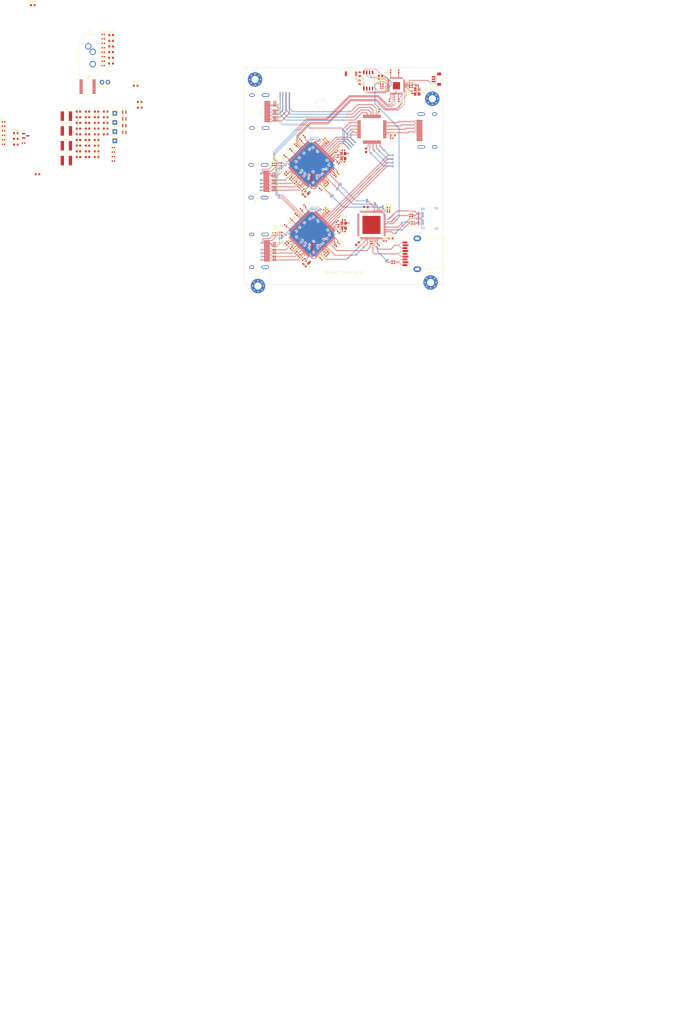
<source format=kicad_pcb>
(kicad_pcb (version 20241229) (generator "pcbnew") (generator_version "9.0")
  (layers (0 "F.Cu" signal) (4 "In1.Cu" signal) (6 "In2.Cu" signal) (2 "B.Cu" signal) (13 "F.Paste" user) (15 "B.Paste" user) (5 "F.SilkS" user "F.Silkscreen") (7 "B.SilkS" user "B.Silkscreen") (1 "F.Mask" user) (3 "B.Mask" user) (25 "Edge.Cuts" user))
  (net 0 "")
  (net 1 "Net-(U3-VBST)")
  (net 2 "GND")
  (net 3 "Net-(J4-HPD)")
  (net 4 "Net-(J4-SDA)")
  (net 5 "Net-(J4-SCL)")
  (net 16 "+5V")
  (net 17 "+1V1")
  (net 18 "+2V5")
  (net 19 "Net-(J3-HPD)")
  (net 20 "Net-(J3-SCL)")
  (net 21 "Net-(J3-SDA)")
  (net 22 "Net-(U2-XTOUT)")
  (net 23 "Net-(U2-XTIN)")
  (net 24 "Net-(U2-USB_REXT)")
  (net 25 "Net-(U2-RX_REXT)")
  (net 26 "Net-(U2-TX_REXT)")
  (net 27 "Net-(U3-SW)")
  (net 28 "Net-(U4-SW)")
  (net 29 "Net-(U4-VBST)")
  (net 30 "Net-(R3-Pad2)")
  (net 31 "Net-(J4-+5V)")
  (net 32 "Net-(U2-RX_HPD)")
  (net 33 "Net-(U2-RX_DET)")
  (net 34 "Net-(U3-VFB)")
  (net 35 "Net-(R10-Pad1)")
  (net 36 "Net-(U4-VFB)")
  (net 37 "+1V8")
  (net 38 "Net-(J1-SCL)")
  (net 39 "Net-(J1-HPD)")
  (net 40 "Net-(J1-SDA)")
  (net 41 "Net-(U5-VBST)")
  (net 42 "Net-(U5-SW)")
  (net 43 "Net-(U6-VBST)")
  (net 44 "Net-(U6-SW)")
  (net 45 "Net-(R12-Pad2)")
  (net 46 "Net-(R13-Pad2)")
  (net 47 "Net-(U5-VFB)")
  (net 48 "Net-(U6-VFB)")
  (net 49 "+3.3V")
  (net 50 "Net-(C36-Pad2)")
  (net 51 "Net-(C37-Pad2)")
  (net 52 "Net-(U8-CAPM)")
  (net 53 "Net-(U8-CAPP)")
  (net 54 "Net-(U8-VNEG)")
  (net 55 "Net-(U8-LDOO)")
  (net 56 "Net-(U8-OUTL)")
  (net 57 "Net-(U8-OUTR)")
  (net 60 "Net-(J6-+5V)")
  (net 61 "Net-(J6-HPD)")
  (net 62 "Net-(J6-SDA)")
  (net 63 "Net-(J6-SCL)")
  (net 64 "Net-(U9-RX_C_DET)")
  (net 65 "/P3_D+")
  (net 66 "/P3_SSRX-")
  (net 67 "/P3_SSRX+")
  (net 68 "/Switch/OUT_2+")
  (net 69 "/Switch/OUT_0-")
  (net 70 "/Switch/OUT_2-")
  (net 71 "/Switch/OUT_0+")
  (net 72 "/Switch/OUT_1-")
  (net 73 "/Switch/OUT_C+")
  (net 74 "/Switch/OUT_C-")
  (net 75 "/Switch/OUT_1+")
  (net 76 "Net-(U11-USB3DN_D2BRX-)")
  (net 77 "Net-(U11-USB3DN_D2BRX+)")
  (net 78 "Net-(U11-TEST3)")
  (net 79 "Net-(U11-TEST2)")
  (net 80 "Net-(U11-TEST1)")
  (net 81 "Net-(U11-DP2_CC1)")
  (net 82 "Net-(U11-DP2_CC2)")
  (net 83 "Net-(U11-DP2_VBUS_MON)")
  (net 84 "/MS2131 port 1/TX_2-")
  (net 85 "/MS2131 port 1/TX_C+")
  (net 86 "/MS2131 port 1/TX_0-")
  (net 87 "/MS2131 port 1/TX_2+")
  (net 88 "/MS2131 port 1/TX_1+")
  (net 89 "/MS2131 port 1/TX_C-")
  (net 90 "/MS2131 port 1/TX_1-")
  (net 91 "/P3_SSTX-")
  (net 92 "/MS2131 port 1/TX_0+")
  (net 93 "/MS2131 port 2/LRCLK")
  (net 94 "/MS2131 port 2/MCLK")
  (net 95 "/P3_D-")
  (net 96 "/P3_SSTX+")
  (net 97 "/Audio/LRCLK")
  (net 98 "/Audio/SCLK")
  (net 99 "/Audio/DIN")
  (net 100 "/MS2131 port 2/TX_DDC_SCL")
  (net 101 "/MS2131 port 2/TX_DDC_SDA")
  (net 102 "/MS2131 port 2/DOUT")
  (net 103 "Net-(J7-CC1)")
  (net 104 "Net-(J7-CC2)")
  (net 105 "/P2_SSTX-")
  (net 106 "/P2_SSRX+")
  (net 107 "/P2_SSRX-")
  (net 108 "/P2_SSTX+")
  (net 109 "/P2_D-")
  (net 110 "/P2_D+")
  (net 111 "/MS2131 port 1/TX_DDC_SDA")
  (net 112 "/MS2131 port 1/TX_DDC_SCL")
  (net 120 "/Hub/P4_D+")
  (net 128 "/Hub/P4_D-")
  (net 150 "Net-(U1-XTOUT)")
  (net 151 "Net-(U1-XTIN)")
  (net 152 "Net-(U1-TX_REXT)")
  (net 153 "Net-(U9-RX_B_DET)")
  (net 154 "Net-(U1-RX_DET)")
  (net 155 "Net-(U1-RX_HPD)")
  (net 156 "Net-(U1-RX_REXT)")
  (net 157 "Net-(U1-USB_REXT)")
  (net 170 "Net-(U13-XIN)")
  (net 171 "Net-(C56-Pad2)")
  (net 172 "Net-(J8-Pin_3)")
  (net 174 "Net-(J8-Pin_1)")
  (net 175 "/MCU/QSPI_SS")
  (net 176 "Net-(U13-XOUT)")
  (net 183 "/MS2131 port 2/RX_1+")
  (net 184 "/MS2131 port 2/RX_2-")
  (net 185 "/MS2131 port 2/RX_C-")
  (net 186 "/MS2131 port 2/RX_2+")
  (net 187 "/MS2131 port 2/RX_0-")
  (net 188 "/MS2131 port 2/RX_1-")
  (net 189 "/MS2131 port 2/RX_C+")
  (net 190 "/MS2131 port 2/RX_0+")
  (net 191 "/MS2131 port 1/RX_2-")
  (net 192 "/MS2131 port 1/RX_C-")
  (net 193 "/MS2131 port 1/RX_C+")
  (net 194 "/MS2131 port 1/RX_2+")
  (net 195 "/MS2131 port 1/RX_0-")
  (net 196 "/MS2131 port 1/RX_1-")
  (net 197 "/MS2131 port 1/RX_0+")
  (net 198 "/MS2131 port 1/RX_1+")
  (net 199 "/MCU/QSPI_SD0")
  (net 202 "/MCU/QSPI_SD3")
  (net 205 "/MCU/QSPI_SCLK")
  (net 209 "/MCU/QSPI_SD2")
  (net 212 "/MCU/QSPI_SD1")
  (net 223 "Net-(J1-+5V)")
  (net 224 "Net-(U9-I2C_EN)")
  (net 225 "/MS2131 port 1/TX_HPD")
  (net 226 "/MS2131 port 2/TX_HPD")
  (net 227 "/SCL")
  (net 228 "/SDA")
  (net 229 "Net-(U13-VREG_VOUT)")
  (net 230 "Net-(R41-Pad1)")
  (net 231 "/MCU/D-")
  (net 232 "/MCU/D+")
  (net 233 "Net-(U11-DP1_VBUS_MON)")
  (net 234 "Net-(U11-CFG_STRAP1)")
  (net 235 "Net-(U11-CFG_STRAP2)")
  (net 236 "Net-(U11-CFG_STRAP3)")
  (net 237 "Net-(U11-RBIAS)")
  (net 238 "Net-(U11-~{RESET})")
  (net 239 "/Hub/UART_TX")
  (net 240 "/Hub/UART_RX")
  (net 241 "/Hub/GPIO78")
  (net 242 "Net-(U9-KEY)")
  (net 243 "/MCU/IR")
  (net 244 "/MS2131 port 1/SPDIFOUT")
  (net 245 "/MS2131 port 2/SPDIFOUT")
  (net 258 "DVDD33")
  (net 259 "AVDD33")
  (net 260 "/Hub/U1TXB-")
  (net 261 "/Hub/U1TXB+")
  (net 262 "/Hub/U1D+")
  (net 263 "/Hub/U1D-")
  (net 264 "/Hub/U1RX+")
  (net 265 "/Hub/U1RX-")
  (net 266 "/Hub/U1TXA-")
  (net 267 "/Hub/U1TXA+")
  (net 268 "/Switch/RX_A_1-")
  (net 269 "/Switch/RX_A_0+")
  (net 270 "/Switch/RX_A_0-")
  (net 271 "/Switch/RX_A_2+")
  (net 272 "/Switch/RX_A_C+")
  (net 273 "/Switch/RX_A_C-")
  (net 274 "/Switch/RX_A_1+")
  (net 275 "/Switch/RX_A_2-")
  (net 276 "/MS2131 port 2/TX_C-")
  (net 277 "/MS2131 port 2/TX_1-")
  (net 278 "/MS2131 port 2/TX_0+")
  (net 279 "/MS2131 port 2/TX_2+")
  (net 280 "/MS2131 port 2/TX_C+")
  (net 281 "/MS2131 port 2/TX_2-")
  (net 282 "/MS2131 port 2/TX_1+")
  (net 283 "/MS2131 port 2/TX_0-")
  (net 284 "/Hub/TX1-")
  (net 285 "/Hub/TX1+")
  (net 286 "/Hub/TX2-")
  (net 287 "/Hub/TX2+")
  (net 288 "/Hub/USB3DN_D1ATX-")
  (net 289 "/Hub/USB3DN_D1ATX+")
  (net 290 "/Hub/USB3DN_D1BTX-")
  (net 291 "/Hub/USB3DN_D1BTX+")
  (net 292 "/Hub/USB3DN_D1ARX-")
  (net 293 "/Hub/USB2DN_D1+")
  (net 294 "/Hub/USB2DN_D1-")
  (net 295 "/Hub/USB3DN_D1BRX+")
  (net 296 "/Hub/USB3DN_D1BRX-")
  (net 297 "/Hub/USB3DN_D1ARX+")
  (net 298 "/SPIA_SCK")
  (net 299 "/SPIA_MOSI")
  (net 300 "/SPIA_CS")
  (net 301 "/SPIA_MISO")
  (net 302 "/SPIB_SCK")
  (net 303 "/SPIB_MOSI")
  (net 304 "/SPIB_CS")
  (net 305 "/SPIB_MISO")
  (footprint "Library:USB_C_Receptacle_ShouHan_1015-24F" (layer "F.Cu") (at 207.15 110.525 90)
    (property "Reference" "J7")
    (property "Value" "USB_C_Receptacle")
  )
  (footprint "Inductor_SMD:L_0603_1608Metric" (layer "F.Cu") (at 152.59 100.350001 -135)
    (property "Reference" "L7")
    (property "Value" "L_Ferrite_Small")
  )
  (footprint "TestPoint:TestPoint_Bridge_Pitch2.54mm_Drill1.0mm" (layer "F.Cu") (at 62.1 50.32)
    (property "Reference" "TP3")
    (property "Value" "Ground point")
  )
  (footprint "Resistor_SMD:R_0603_1608Metric" (layer "F.Cu") (at 31.475 16.29)
    (property "Reference" "R40")
    (property "Value" "1k")
  )
  (footprint "Resistor_SMD:R_0603_1608Metric" (layer "F.Cu") (at 63.69 73.34)
    (property "Reference" "R17")
    (property "Value" "10k")
  )
  (footprint "Resistor_SMD:R_0603_1608Metric" (layer "F.Cu") (at 59.68 70.83)
    (property "Reference" "R5")
    (property "Value" "4.99k")
  )
  (footprint "Inductor_SMD:L_Taiyo-Yuden_MD-5050" (layer "F.Cu") (at 46.33 84.97)
    (property "Reference" "L4")
    (property "Value" "1.5uH")
  )
  (footprint "Resistor_SMD:R_0402_1005Metric" (layer "F.Cu") (at 161.475525 126.265445 135)
    (property "Reference" "R20")
    (property "Value" "200")
  )
  (footprint "Capacitor_SMD:C_0402_1005Metric" (layer "F.Cu") (at 160.825525 126.915445 -45)
    (property "Reference" "C83")
    (property "Value" "100nF")
  )
  (footprint "Capacitor_SMD:C_0402_1005Metric" (layer "F.Cu") (at 161.64 76.800001 45)
    (property "Reference" "C96")
    (property "Value" "100nF")
  )
  (footprint "Capacitor_SMD:C_0603_1608Metric" (layer "F.Cu") (at 175.098008 121.651992 -135)
    (property "Reference" "C110")
    (property "Value" "4.7uF")
  )
  (footprint "Capacitor_SMD:C_0402_1005Metric" (layer "F.Cu") (at 148.979411 96.01059 -135)
    (property "Reference" "C74")
    (property "Value" "100nF")
  )
  (footprint "Resistor_SMD:R_0603_1608Metric" (layer "F.Cu") (at 189.825 119.325)
    (property "Reference" "R51")
    (property "Value" "12k")
  )
  (footprint "Capacitor_SMD:C_0402_1005Metric" (layer "F.Cu") (at 62.64 31.2)
    (property "Reference" "C33")
    (property "Value" "100nF")
  )
  (footprint "Resistor_SMD:R_0402_1005Metric" (layer "F.Cu") (at 160.34 75.450001 -135)
    (property "Reference" "R9")
    (property "Value" "1.6k")
  )
  (footprint "Package_QFP:LQFP-100_14x14mm_P0.5mm" (layer "F.Cu") (at 154.777171 86.628083 135)
    (property "Reference" "U1" (hide yes))
    (property "Value" "MS2131")
  )
  (footprint "Capacitor_SMD:C_0402_1005Metric" (layer "F.Cu") (at 62.64 33.17)
    (property "Reference" "C35")
    (property "Value" "100nF")
  )
  (footprint "Library:TS-1088-AR" (layer "F.Cu") (at 172.31 46.59)
    (property "Reference" "SW1")
    (property "Value" "SW_Push")
  )
  (footprint "Capacitor_SMD:C_0402_1005Metric" (layer "F.Cu") (at 143.215525 113.695445 135)
    (property "Reference" "C107")
    (property "Value" "100nF")
  )
  (footprint "Resistor_SMD:R_0603_1608Metric" (layer "F.Cu") (at 59.68 80.87)
    (property "Reference" "R11")
    (property "Value" "10k")
  )
  (footprint "Inductor_SMD:L_Taiyo-Yuden_MD-5050" (layer "F.Cu") (at 46.33 78.42)
    (property "Reference" "L3")
    (property "Value" "1.5uH")
  )
  (footprint "Capacitor_SMD:C_0402_1005Metric" (layer "F.Cu") (at 184.675 62.855 90)
    (property "Reference" "C44")
    (property "Value" "100nF")
  )
  (footprint "Capacitor_SMD:C_0402_1005Metric" (layer "F.Cu") (at 161.225525 106.915445 45)
    (property "Reference" "C69")
    (property "Value" "100nF")
  )
  (footprint "Resistor_SMD:R_0603_1608Metric" (layer "F.Cu") (at 59.68 68.32)
    (property "Reference" "R3")
    (property "Value" "3.3k")
  )
  (footprint "Capacitor_SMD:C_0402_1005Metric" (layer "F.Cu") (at 198.762498 51.7025)
    (property "Reference" "C63")
    (property "Value" "100nF")
  )
  (footprint "Capacitor_SMD:C_0603_1608Metric" (layer "F.Cu") (at 51.66 70.83)
    (property "Reference" "C6")
    (property "Value" "22uF")
  )
  (footprint "Capacitor_SMD:C_0402_1005Metric" (layer "F.Cu") (at 190.92 130.330001 180)
    (property "Reference" "C48")
    (property "Value" "100nF")
  )
  (footprint "Capacitor_SMD:C_0402_1005Metric" (layer "F.Cu") (at 198.762498 50.7625)
    (property "Reference" "C57")
    (property "Value" "100nF")
  )
  (footprint "Resistor_SMD:R_0603_1608Metric" (layer "F.Cu") (at 63.69 68.32)
    (property "Reference" "R15")
    (property "Value" "39k")
  )
  (footprint "Capacitor_SMD:C_0402_1005Metric" (layer "F.Cu") (at 151.805525 105.015445 135)
    (property "Reference" "C99")
    (property "Value" "100nF")
  )
  (footprint "Connector_Video:HDMI_A_Molex_208658-1001_Horizontal" (layer "F.Cu") (at 131.495 94.080001 180)
    (property "Reference" "J6")
    (property "Value" "Input")
  )
  (footprint "Package_SO:SOIC-8_5.3x5.3mm_P1.27mm" (layer "F.Cu") (at 179.84 49.54 90)
    (property "Reference" "U12")
    (property "Value" "W25Q128JVS")
  )
  (footprint "Capacitor_SMD:C_0402_1005Metric" (layer "F.Cu") (at 166.479411 90.589412 -45)
    (property "Reference" "C88")
    (property "Value" "100nF")
  )
  (footprint "Capacitor_SMD:C_0402_1005Metric" (layer "F.Cu") (at 62.64 43.02)
    (property "Reference" "C41")
    (property "Value" "100nF")
  )
  (footprint "Capacitor_SMD:C_0402_1005Metric" (layer "F.Cu") (at 168.79 80.350001)
    (property "Reference" "C50")
    (property "Value" "27pF")
  )
  (footprint "Capacitor_SMD:C_0402_1005Metric" (layer "F.Cu") (at 142.98 82.930001 135)
    (property "Reference" "C106")
    (property "Value" "100nF")
  )
  (footprint "Capacitor_SMD:C_0402_1005Metric" (layer "F.Cu") (at 62.64 29.23)
    (property "Reference" "C31")
    (property "Value" "100nF")
  )
  (footprint "Capacitor_SMD:C_0402_1005Metric" (layer "F.Cu") (at 198.875 109.7 180)
    (property "Reference" "C53")
    (property "Value" "100nF")
  )
  (footprint "Capacitor_SMD:C_0402_1005Metric" (layer "F.Cu") (at 67.13 85.14)
    (property "Reference" "C15")
    (property "Value" "100nF")
  )
  (footprint "MountingHole:MountingHole_3.2mm_M3_Pad_Via" (layer "F.Cu") (at 207.477944 138.827944)
    (property "Reference" "H4")
    (property "Value" "MountingHole_Pad")
  )
  (footprint "Crystal:Crystal_SMD_3225-4Pin_3.2x2.5mm" (layer "F.Cu") (at 201.482499 54.4525 -90)
    (property "Reference" "Y3")
    (property "Value" "12MHz")
  )
  (footprint "Resistor_SMD:R_0603_1608Metric" (layer "F.Cu") (at 78.745 61.56)
    (property "Reference" "R44")
    (property "Value" "10k")
  )
  (footprint "Resistor_SMD:R_0603_1608Metric" (layer "F.Cu") (at 59.68 83.38)
    (property "Reference" "R12")
    (property "Value" "3.3k")
  )
  (footprint "Resistor_SMD:R_0603_1608Metric" (layer "F.Cu") (at 33.53 91)
    (property "Reference" "R23")
    (property "Value" "1k")
  )
  (footprint "Capacitor_SMD:C_0402_1005Metric" (layer "F.Cu") (at 190.23 75.075)
    (property "Reference" "C46")
    (property "Value" "100nF")
  )
  (footprint "Capacitor_SMD:C_0603_1608Metric" (layer "F.Cu") (at 55.67 78.36)
    (property "Reference" "C21")
    (property "Value" "22uF")
  )
  (footprint "Capacitor_SMD:C_0402_1005Metric" (layer "F.Cu") (at 147.699411 78.049412 135)
    (property "Reference" "C102")
    (property "Value" "100nF")
  )
  (footprint "Capacitor_SMD:C_0402_1005Metric" (layer "F.Cu") (at 145.775525 123.465445 -135)
    (property "Reference" "C91")
    (property "Value" "100nF")
  )
  (footprint "Capacitor_SMD:C_0402_1005Metric" (layer "F.Cu") (at 162.114936 125.604856 -45)
    (property "Reference" "C85")
    (property "Value" "100nF")
  )
  (footprint "Resistor_SMD:R_0402_1005Metric" (layer "F.Cu") (at 143.24 90.400001 45)
    (property "Reference" "R31")
    (property "Value" "1.6k")
  )
  (footprint "Capacitor_SMD:C_0402_1005Metric" (layer "F.Cu") (at 188.825 107.625)
    (property "Reference" "C65")
    (property "Value" "100nF")
  )
  (footprint "Capacitor_SMD:C_0603_1608Metric" (layer "F.Cu") (at 51.66 65.81)
    (property "Reference" "C4")
    (property "Value" "10uF")
  )
  (footprint "Capacitor_SMD:C_0402_1005Metric" (layer "F.Cu") (at 189.252499 58.3725 -90)
    (property "Reference" "C59")
    (property "Value" "100nF")
  )
  (footprint "Capacitor_SMD:C_0402_1005Metric" (layer "F.Cu") (at 169.025525 116.315445 180)
    (property "Reference" "C28")
    (property "Value" "27pF")
  )
  (footprint "Capacitor_SMD:C_0603_1608Metric" (layer "F.Cu") (at 66.08 37.03)
    (property "Reference" "C40")
    (property "Value" "10uF")
  )
  (footprint "Resistor_SMD:R_0402_1005Metric" (layer "F.Cu") (at 188.835 105.725)
    (property "Reference" "R39")
    (property "Value" "10k")
  )
  (footprint "Capacitor_SMD:C_0402_1005Metric" (layer "F.Cu") (at 165.94 81.050001 45)
    (property "Reference" "C94")
    (property "Value" "100nF")
  )
  (footprint "MountingHole:MountingHole_3.2mm_M3_Pad_Via" (layer "F.Cu") (at 129.8 49.125)
    (property "Reference" "H2")
    (property "Value" "MountingHole_Pad")
  )
  (footprint "Capacitor_SMD:C_0402_1005Metric" (layer "F.Cu") (at 145.54 92.700001 -135)
    (property "Reference" "C68")
    (property "Value" "100nF")
  )
  (footprint "Capacitor_SMD:C_0402_1005Metric" (layer "F.Cu") (at 144.186114 121.854856 -135)
    (property "Reference" "C67")
    (property "Value" "100nF")
  )
  (footprint "Capacitor_SMD:C_0402_1005Metric" (layer "F.Cu") (at 149.875525 127.415445 -135)
    (property "Reference" "C77")
    (property "Value" "100nF")
  )
  (footprint "Inductor_SMD:L_Taiyo-Yuden_MD-5050" (layer "F.Cu") (at 46.33 71.87)
    (property "Reference" "L2")
    (property "Value" "1.5uH")
  )
  (footprint "Capacitor_SMD:C_0603_1608Metric" (layer "F.Cu") (at 55.67 83.38)
    (property "Reference" "C23")
    (property "Value" "22uF")
  )
  (footprint "Capacitor_SMD:C_0603_1608Metric" (layer "F.Cu") (at 66.08 29.5)
    (property "Reference" "C30")
    (property "Value" "10uF")
  )
  (footprint "Capacitor_SMD:C_0603_1608Metric" (layer "F.Cu") (at 51.66 83.38)
    (property "Reference" "C12")
    (property "Value" "22uF")
  )
  (footprint "Resistor_SMD:R_0603_1608Metric" (layer "F.Cu") (at 23.915 75.38)
    (property "Reference" "R49")
    (property "Value" "200k")
  )
  (footprint "Resistor_SMD:R_0603_1608Metric" (layer "F.Cu") (at 66.08 39.54)
    (property "Reference" "R26")
    (property "Value" "470")
  )
  (footprint "Capacitor_SMD:C_0402_1005Metric" (layer "F.Cu") (at 145.835525 110.985445 135)
    (property "Reference" "C105")
    (property "Value" "100nF")
  )
  (footprint "Capacitor_SMD:C_0402_1005Metric" (layer "F.Cu") (at 137.760525 117.415445 -90)
    (property "Reference" "C26")
    (property "Value" "100nF")
  )
  (footprint "Capacitor_SMD:C_0402_1005Metric" (layer "F.Cu") (at 160.59 96.150001 -45)
    (property "Reference" "C82")
    (property "Value" "100nF")
  )
  (footprint "Connector_JST:JST_SH_BM03B-SRSS-TB_1x03-1MP_P1.00mm_Vertical" (layer "F.Cu") (at 210.049999 48.975 -90)
    (property "Reference" "J8")
    (property "Value" "Debug")
  )
  (footprint "TestPoint:TestPoint_THTPad_2.0x2.0mm_Drill1.0mm" (layer "F.Cu") (at 67.72 68.12)
    (property "Reference" "TP2")
    (property "Value" "3.3V")
  )
  (footprint "Capacitor_SMD:C_0402_1005Metric" (layer "F.Cu") (at 143.950589 91.089412 -135)
    (property "Reference" "C66")
    (property "Value" "100nF")
  )
  (footprint "Capacitor_SMD:C_0402_1005Metric" (layer "F.Cu") (at 199.725 112.075 180)
    (property "Reference" "C49")
    (property "Value" "100nF")
  )
  (footprint "MountingHole:MountingHole_3.2mm_M3_Pad_Via" (layer "F.Cu") (at 208.202944 57.652944)
    (property "Reference" "H1")
    (property "Value" "MountingHole_Pad")
  )
  (footprint "Capacitor_SMD:C_0402_1005Metric" (layer "F.Cu") (at 67.13 79.23)
    (property "Reference" "C2")
    (property "Value" "100nF")
  )
  (footprint "Package_SON:USON-10_2.5x1.0mm_P0.5mm" (layer "F.Cu") (at 138.09 91.330001 180)
    (property "Reference" "U16")
    (property "Value" "TPD4E02B04DQA")
  )
  (footprint "TestPoint:TestPoint_THTPad_2.0x2.0mm_Drill1.0mm" (layer "F.Cu") (at 67.72 72.17)
    (property "Reference" "TP4")
    (property "Value" "2.5V")
  )
  (footprint "Capacitor_SMD:C_0402_1005Metric" (layer "F.Cu") (at 146.19 93.350001 -135)
    (property "Reference" "C70")
    (property "Value" "100nF")
  )
  (footprint "Inductor_SMD:L_0603_1608Metric" (layer "F.Cu") (at 151.725525 130.015445 -135)
    (property "Reference" "L5")
    (property "Value" "L_Ferrite_Small")
  )
  (footprint "Package_DFN_QFN:QFN-56-1EP_7x7mm_P0.4mm_EP3.2x3.2mm" (layer "F.Cu") (at 192.332502 51.900001 90)
    (property "Reference" "U13")
    (property "Value" "RP2040")
  )
  (footprint "Package_QFP:LQFP-64_10x10mm_P0.5mm" (layer "F.Cu") (at 181.485 71.140001 90)
    (property "Reference" "U9")
    (property "Value" "MS9601A")
  )
  (footprint "Capacitor_SMD:C_0402_1005Metric" (layer "F.Cu") (at 193.322499 58.3625 -90)
    (property "Reference" "C62")
    (property "Value" "100nF")
  )
  (footprint "Capacitor_SMD:C_0402_1005Metric" (layer "F.Cu") (at 146.425525 124.115445 -135)
    (property "Reference" "C71")
    (property "Value" "100nF")
  )
  (footprint "Package_TO_SOT_SMD:SOT-563" (layer "F.Cu") (at 71.945 63.54)
    (property "Reference" "U3")
    (property "Value" "TPS562231")
  )
  (footprint "Resistor_SMD:R_0402_1005Metric" (layer "F.Cu") (at 188.825 106.675)
    (property "Reference" "R38")
    (property "Value" "10k")
  )
  (footprint "Capacitor_SMD:C_0402_1005Metric" (layer "F.Cu") (at 62.64 41.05)
    (property "Reference" "C39")
    (property "Value" "2.2uF")
  )
  (footprint "Resistor_SMD:R_0402_1005Metric" (layer "F.Cu") (at 139.725525 117.415445 90)
    (property "Reference" "R18")
    (property "Value" "1k")
  )
  (footprint "Capacitor_SMD:C_0402_1005Metric" (layer "F.Cu") (at 137.525 86.650001 -90)
    (property "Reference" "C47")
    (property "Value" "100nF")
  )
  (footprint "Capacitor_SMD:C_0402_1005Metric" (layer "F.Cu") (at 184.35 122.075 -45)
    (property "Reference" "C111")
    (property "Value" "100nF")
  )
  (footprint "Capacitor_SMD:C_0402_1005Metric" (layer "F.Cu") (at 201.4725 51.842501 180)
    (property "Reference" "C56")
    (property "Value" "22pF")
  )
  (footprint "Capacitor_SMD:C_0603_1608Metric" (layer "F.Cu") (at 51.66 68.32)
    (property "Reference" "C5")
    (property "Value" "22uF")
  )
  (footprint "Package_SON:USON-10_2.5x1.0mm_P0.5mm" (layer "F.Cu") (at 138.325525 122.095445 180)
    (property "Reference" "U17")
    (property "Value" "TPD4E02B04DQA")
  )
  (footprint "Capacitor_SMD:C_0603_1608Metric" (layer "F.Cu") (at 185.297499 48.952501 180)
    (property "Reference" "C29")
    (property "Value" "1uF")
  )
  (footprint "Package_QFP:LQFP-100_14x14mm_P0.5mm" (layer "F.Cu") (at 155.012696 117.393527 135)
    (property "Reference" "U2")
    (property "Value" "MS2131")
  )
  (footprint "Resistor_SMD:R_0402_1005Metric" (layer "F.Cu") (at 18.53 67.8)
    (property "Reference" "R24")
    (property "Value" "10k")
  )
  (footprint "Capacitor_SMD:C_0402_1005Metric" (layer "F.Cu") (at 169.025525 111.115445)
    (property "Reference" "C27")
    (property "Value" "27pF")
  )
  (footprint "Capacitor_SMD:C_0402_1005Metric" (layer "F.Cu") (at 149.64 96.650001 -135)
    (property "Reference" "C76")
    (property "Value" "100nF")
  )
  (footprint "Capacitor_SMD:C_0402_1005Metric" (layer "F.Cu") (at 150.99 97.950001 -135)
    (property "Reference" "C78")
    (property "Value" "100nF")
  )
  (footprint "Resistor_SMD:R_0402_1005Metric" (layer "F.Cu") (at 185.865001 51.16)
    (property "Reference" "R46")
    (property "Value" "27.4")
  )
  (footprint "Capacitor_SMD:C_0603_1608Metric" (layer "F.Cu") (at 55.67 63.3)
    (property "Reference" "C13")
    (property "Value" "22uF")
  )
  (footprint "Package_SON:USON-10_2.5x1.0mm_P0.5mm" (layer "F.Cu") (at 138.323025 128.095445 180)
    (property "Reference" "U10")
    (property "Value" "TPD4E02B04DQA")
  )
  (footprint "Package_TO_SOT_SMD:SOT-23" (layer "F.Cu") (at 28.375 74.015)
    (property "Reference" "U7")
    (property "Value" "MAX809S")
  )
  (footprint "Resistor_SMD:R_0402_1005Metric" (layer "F.Cu") (at 139.49 86.650001 90)
    (property "Reference" "R30")
    (property "Value" "1k")
  )
  (footprint "Resistor_SMD:R_0402_1005Metric" (layer "F.Cu") (at 140.44 86.650001 90)
    (property "Reference" "R28")
    (property "Value" "4.7k")
  )
  (footprint "Capacitor_SMD:C_0402_1005Metric" (layer "F.Cu") (at 166.175525 111.815445 45)
    (property "Reference" "C97")
    (property "Value" "100nF")
  )
  (footprint "Capacitor_SMD:C_0402_1005Metric" (layer "F.Cu") (at 165.229411 91.789412 -45)
    (property "Reference" "C86")
    (property "Value" "100nF")
  )
  (footprint "Capacitor_SMD:C_0402_1005Metric" (layer "F.Cu") (at 147.64 94.800001 -135)
    (property "Reference" "C72")
    (property "Value" "100nF")
  )
  (footprint "Capacitor_SMD:C_0402_1005Metric" (layer "F.Cu") (at 165.464936 122.554856 -45)
    (property "Reference" "C79")
    (property "Value" "100nF")
  )
  (footprint "Capacitor_SMD:C_0402_1005Metric" (layer "F.Cu") (at 189.7425 45.4625 90)
    (property "Reference" "C61")
    (property "Value" "100nF")
  )
  (footprint "Capacitor_SMD:C_0402_1005Metric" (layer "F.Cu") (at 159.025525 128.465445 -45)
    (property "Reference" "C81")
    (property "Value" "100nF")
  )
  (footprint "Capacitor_SMD:C_0402_1005Metric" (layer "F.Cu") (at 198.875 108.775)
    (property "Reference" "C54")
    (property "Value" "100nF")
  )
  (footprint "Resistor_SMD:R_0402_1005Metric" (layer "F.Cu") (at 143.475525 121.165445 45)
    (property "Reference" "R19")
    (property "Value" "1.6k")
  )
  (footprint "Capacitor_SMD:C_0402_1005Metric" (layer "F.Cu") (at 190.92 129.400001)
    (property "Reference" "C43")
    (property "Value" "100nF")
  )
  (footprint "Capacitor_SMD:C_0402_1005Metric" (layer "F.Cu") (at 166.49 85.950001 -45)
    (property "Reference" "C90")
    (property "Value" "100nF")
  )
  (footprint "Capacitor_SMD:C_0402_1005Metric" (layer "F.Cu") (at 149.989411 75.899412 135)
    (property "Reference" "C100")
    (property "Value" "100nF")
  )
  (footprint "Capacitor_SMD:C_0402_1005Metric" (layer "F.Cu") (at 187.32 120.5)
    (property "Reference" "C109")
    (property "Value" "100nF")
  )
  (footprint "Capacitor_SMD:C_0603_1608Metric" (layer "F.Cu") (at 55.67 70.83)
    (property "Reference" "C18")
    (property "Value" "10uF")
  )
  (footprint "Capacitor_SMD:C_0402_1005Metric" (layer "F.Cu") (at 161.879411 94.839412 -45)
    (property "Reference" "C84")
    (property "Value" "100nF")
  )
  (footprint "Resistor_SMD:R_0402_1005Metric" (layer "F.Cu") (at 138.49 86.650001 90)
    (property "Reference" "R29")
    (property "Value" "1k")
  )
  (footprint "Crystal:Crystal_SMD_SeikoEpson_TSX3225-4Pin_3.2x2.5mm" (layer "F.Cu") (at 169.025525 113.715445 -90)
    (property "Reference" "Y1")
    (property "Value" "TSX-3225")
  )
  (footprint "Capacitor_SMD:C_0603_1608Metric" (layer "F.Cu") (at 51.66 78.36)
    (property "Reference" "C10")
    (property "Value" "10uF")
  )
  (footprint "Resistor_SMD:R_0402_1005Metric" (layer "F.Cu") (at 166.44 83.000001 -90)
    (property "Reference" "R35")
    (property "Value" "1M")
  )
  (footprint "Resistor_SMD:R_0603_1608Metric" (layer "F.Cu") (at 63.69 65.81)
    (property "Reference" "R14")
    (property "Value" "4.99k")
  )
  (footprint "Resistor_SMD:R_0402_1005Metric" (layer "F.Cu") (at 161.24 95.500001 135)
    (property "Reference" "R32")
    (property "Value" "200")
  )
  (footprint "Resistor_SMD:R_0603_1608Metric" (layer "F.Cu") (at 59.68 78.36)
    (property "Reference" "R10")
    (property "Value" "39k")
  )
  (footprint "Capacitor_SMD:C_0603_1608Metric" (layer "F.Cu") (at 59.68 65.81)
    (property "Reference" "C25")
    (property "Value" "22uF")
  )
  (footprint "Capacitor_SMD:C_0603_1608Metric" (layer "F.Cu") (at 55.67 80.87)
    (property "Reference" "C22")
    (property "Value" "22uF")
  )
  (footprint "Capacitor_SMD:C_0402_1005Metric" (layer "F.Cu") (at 160.99 76.150001 45)
    (property "Reference" "C92")
    (property "Value" "100nF")
  )
  (footprint "Capacitor_SMD:C_0402_1005Metric" (layer "F.Cu") (at 62.64 37.11)
    (property "Reference" "C37")
    (property "Value" "2.2nF")
  )
  (footprint "Capacitor_SMD:C_0603_1608Metric" (layer "F.Cu") (at 190.8 73.85)
    (property "Reference" "C45")
    (property "Value" "10uF")
  )
  (footprint "Resistor_SMD:R_0402_1005Metric" (layer "F.Cu") (at 198.782499 52.6425 180)
    (property "Reference" "R42")
    (property "Value" "1k")
  )
  (footprint "Capacitor_SMD:C_0402_1005Metric" (layer "F.Cu") (at 166.714936 121.354856 -45)
    (property "Reference" "C89")
    (property "Value" "100nF")
  )
  (footprint "Capacitor_SMD:C_0402_1005Metric" (layer "F.Cu") (at 185.9 52.1 180)
    (property "Reference" "C60")
    (property "Value" "100nF")
  )
  (footprint "Resistor_SMD:R_0402_1005Metric" (layer "F.Cu") (at 140.675525 117.415445 90)
    (property "Reference" "R4")
    (property "Value" "4.7k")
  )
  (footprint "Capacitor_SMD:C_0402_1005Metric" (layer "F.Cu") (at 147.875525 125.565445 -135)
    (property "Reference" "C73")
    (property "Value" "100nF")
  )
  (footprint "Package_TO_SOT_SMD:SOT-563" (layer "F.Cu") (at 71.945 66.53)
    (property "Reference" "U4")
    (property "Value" "TPS562231")
  )
  (footprint "Capacitor_SMD:C_0402_1005Metric" (layer "F.Cu") (at 181.275 121.15 -90)
    (property "Reference" "C112")
    (property "Value" "100nF")
  )
  (footprint "Package_DFN_QFN:VQFN-100-1EP_12x12mm_P0.4mm_EP8x8mm" (layer "F.Cu") (at 181.29 113.390001 180)
    (property "Reference" "U11")
    (property "Value" "USB7252C")
  )
  (footprint "Crystal:Crystal_SMD_SeikoEpson_TSX3225-4Pin_3.2x2.5mm" (layer "F.Cu") (at 168.79 82.950001 -90)
    (property "Reference" "Y2")
    (property "Value" "TSX-3225")
  )
  (footprint "Resistor_SMD:R_0603_1608Metric" (layer "F.Cu") (at 63.69 70.83)
    (property "Reference" "R16")
    (property "Value" "10k")
  )
  (footprint "Resistor_SMD:R_0603_1608Metric" (layer "F.Cu") (at 63.69 63.3)
    (property "Reference" "R13")
    (property "Value" "6.2k")
  )
  (footprint "Capacitor_SMD:C_0402_1005Metric" (layer "F.Cu") (at 67.13 83.17)
    (property "Reference" "C14")
    (property "Value" "100nF")
  )
  (footprint "Capacitor_SMD:C_0402_1005Metric" (layer "F.Cu") (at 147.934936 108.814856 135)
    (property "Reference" "C103")
    (property "Value" "100nF")
  )
  (footprint "Capacitor_SMD:C_0402_1005Metric" (layer "F.Cu") (at 67.13 81.2)
    (property "Reference" "C8")
    (property "Value" "100nF")
  )
  (footprint "Capacitor_SMD:C_0402_1005Metric" (layer "F.Cu") (at 199.725 113)
    (property "Reference" "C52")
    (property "Value" "100nF")
  )
  (footprint "TestPoint:TestPoint_THTPad_2.0x2.0mm_Drill1.0mm" (layer "F.Cu") (at 67.72 64.07)
    (property "Reference" "TP1")
    (property "Value" "1.1V")
  )
  (footprint "Resistor_SMD:R_0402_1005Metric" (layer "F.Cu") (at 160.575525 106.215445 -135)
    (property "Reference" "R21")
    (property "Value" "1.6k")
  )
  (footprint "Resistor_SMD:R_0402_1005Metric" (layer "F.Cu") (at 141.625525 117.415445 90)
    (property "Reference" "R2")
    (property "Value" "4.7k")
  )
  (footprint "Capacitor_SMD:C_0402_1005Metric" (layer "F.Cu") (at 150.224936 106.664856 135)
    (property "Reference" "C101")
    (property "Value" "100nF")
  )
  (footprint "Capacitor_SMD:C_0603_1608Metric" (layer "F.Cu") (at 59.68 63.3)
    (property "Reference" "C24")
    (property "Value" "22uF")
  )
  (footprint "Connector_Audio:Jack_3.5mm_CUI_SJ1-3533NG_Horizontal_CircularHoles" (layer "F.Cu") (at 55.98 34.47)
    (property "Reference" "J2")
    (property "Value" "AudioJack3")
  )
  (footprint "Capacitor_SMD:C_0402_1005Metric" (layer "F.Cu") (at 151.57 74.250001 135)
    (property "Reference" "C98")
    (property "Value" "100nF")
  )
  (footprint "Connector_Video:HDMI_A_Molex_208658-1001_Horizontal" (layer "F.Cu") (at 205.83 71.690001)
    (property "Reference" "J1")
    (property "Value" "Radxa")
  )
  (footprint "Capacitor_SMD:C_0402_1005Metric" (layer "F.Cu") (at 193.312499 45.4625 90)
    (property "Reference" "C64")
    (property "Value" "100nF")
  )
  (footprint "Resistor_SMD:R_0603_1608Metric" (layer "F.Cu") (at 59.68 75.85)
    (property "Reference" "R8")
    (property "Value" "6.2k")
  )
  (footprint "Capacitor_SMD:C_0603_1608Metric" (layer "F.Cu") (at 66.08 32.01)
    (property "Reference" "C32")
    (property "Value" "10uF")
  )
  (footprint "Capacitor_SMD:C_0603_1608Metric" (layer "F.Cu") (at 178.9 80.425 -90)
    (property "Reference" "C1")
    (property "Value" "10uF")
  )
  (footprint "Capacitor_SMD:C_0603_1608Metric" (layer "F.Cu") (at 55.67 75.85)
    (property "Reference" "C20")
    (property "Value" "22uF")
  )
  (footprint "Capacitor_SMD:C_0402_1005Metric" (layer "F.Cu") (at 145.6 80.220001 135)
    (property "Reference" "C104")
    (property "Value" "100nF")
  )
  (footprint "Inductor_SMD:L_0603_1608Metric" (layer "F.Cu") (at 152.825525 131.115445 -135)
    (property "Reference" "L8")
    (property "Value" "L_Ferrite_Small")
  )
  (footprint "Capacitor_SMD:C_0402_1005Metric" (layer "F.Cu") (at 166.725525 116.715445 -45)
    (property "Reference" "C93")
    (property "Value" "100nF")
  )
  (footprint "Capacitor_SMD:C_0402_1005Metric" (layer "F.Cu") (at 149.214936 126.776034 -135)
    (property "Reference" "C75")
    (property "Value" "100nF")
  )
  (footprint "Resistor_SMD:R_0402_1005Metric" (layer "F.Cu") (at 166.675525 113.765445 -90)
    (property "Reference" "R22")
    (property "Value" "1M")
  )
  (footprint "Resistor_SMD:R_0402_1005Metric" (layer "F.Cu") (at 138.725525 117.415445 90)
    (property "Reference" "R6")
    (property "Value" "1k")
  )
  (footprint "Resistor_SMD:R_0402_1005Metric" (layer "F.Cu") (at 27.375 77.23)
    (property "Reference" "R52")
    (property "Value" "100k")
  )
  (footprint "Package_SON:USON-10_2.5x1.0mm_P0.5mm" (layer "F.Cu") (at 138.525 63.57 180)
    (property "Reference" "U19")
    (property "Value" "TPD4E02B04DQA")
  )
  (footprint "Capacitor_SMD:C_0603_1608Metric" (layer "F.Cu") (at 185.297499 47.462501 180)
    (property "Reference" "C58")
    (property "Value" "1uF")
  )
  (footprint "Resistor_SMD:R_0402_1005Metric" (layer "F.Cu") (at 18.53 71.78)
    (property "Reference" "R33")
    (property "Value" "10k")
  )
  (footprint "Capacitor_SMD:C_0402_1005Metric" (layer "F.Cu") (at 62.64 39.08)
    (property "Reference" "C38")
    (property "Value" "2.2uF")
  )
  (footprint "Resistor_SMD:R_0402_1005Metric" (layer "F.Cu") (at 18.53 77.75)
    (property "Reference" "R37")
    (property "Value" "10k")
  )
  (footprint "Capacitor_SMD:C_0603_1608Metric" (layer "F.Cu") (at 51.66 75.85)
    (property "Reference" "C9")
    (property "Value" "10uF")
  )
  (footprint "Resistor_SMD:R_0402_1005Metric" (layer "F.Cu") (at 141.39 86.650001 90)
    (property "Reference" "R1")
    (property "Value" "4.7k")
  )
  (footprint "Connector_Video:HDMI_A_Molex_208658-1001_Horizontal" (layer "F.Cu") (at 131.730525 124.845445 180)
    (property "Reference" "J4")
    (property "Value" "Input")
  )
  (footprint "Capacitor_SMD:C_0402_1005Metric" (layer "F.Cu") (at 62.64 35.14)
    (property "Reference" "C36")
    (property "Value" "2.2nF")
  )
  (footprint "Capacitor_SMD:C_0603_1608Metric" (layer "F.Cu") (at 178.85 105.425 180)
    (property "Reference" "C108")
    (property "Value" "4.7uF")
  )
  (footprint "Resistor_SMD:R_0603_1608Metric" (layer "F.Cu") (at 59.68 73.34)
    (property "Reference" "R7")
    (property "Value" "10k")
  )
  (footprint "Inductor_SMD:L_0603_1608Metric" (layer "F.Cu") (at 151.49 99.250001 -135)
    (property "Reference" "L6")
    (property "Value" "L_Ferrite_Small")
  )
  (footprint "Package_TO_SOT_SMD:SOT-563" (layer "F.Cu") (at 71.945 72.51)
    (property "Reference" "U6")
    (property "Value" "TPS562231")
  )
  (footprint "Package_SON:USON-10_2.5x1.0mm_P0.5mm" (layer "F.Cu") (at 138.09 94.330001 180)
    (property "Reference" "U14")
    (property "Value" "TPD4E02B04DQA")
  )
  (footprint "Resistor_SMD:R_0603_1608Metric" (layer "F.Cu") (at 76.975 51.88)
    (property "Reference" "R53")
    (property "Value" "10k")
  )
  (footprint "Capacitor_SMD:C_0603_1608Metric" (layer "F.Cu") (at 51.66 63.3)
    (property "Reference" "C3")
    (property "Value" "10uF")
  )
  (footprint "Resistor_SMD:R_0603_1608Metric" (layer "F.Cu") (at 78.745 59.05)
    (property "Reference" "R43")
    (property "Value" "120k")
  )
  (footprint "Capacitor_SMD:C_0603_1608Metric" (layer "F.Cu") (at 51.66 73.34)
    (property "Reference" "C7")
    (property "Value" "22uF")
  )
  (footprint "Resistor_SMD:R_0603_1608Metric" (layer "F.Cu") (at 176.05 46.78 90)
    (property "Reference" "R47")
    (property "Value" "10k")
  )
  (footprint "Capacitor_SMD:C_0402_1005Metric" (layer "F.Cu") (at 151.225525 128.715445 -135)
    (property "Reference" "C87")
    (property "Value" "100nF")
  )
  (footprint "Connector_Video:HDMI_A_Molex_208658-1001_Horizontal" (layer "F.Cu") (at 131.915 63.32 180)
    (property "Reference" "J3")
    (property "Value" "Output")
  )
  (footprint "Capacitor_SMD:C_0402_1005Metric" (layer "F.Cu") (at 168.79 85.550001 180)
    (property "Reference" "C51")
    (property "Value" "27pF")
  )
  (footprint "Resistor_SMD:R_0603_1608Metric" (layer "F.Cu") (at 23.915 72.87)
    (property "Reference" "R48")
    (property "Value" "200k")
  )
  (footprint "Capacitor_SMD:C_0603_1608Metric" (layer "F.Cu") (at 55.67 68.32)
    (property "Reference" "C17")
    (property "Value" "10uF")
  )
  (footprint "TestPoint:TestPoint_THTPad_2.0x2.0mm_Drill1.0mm" (layer "F.Cu") (at 67.72 76.22)
    (property "Reference" "TP5")
    (property "Value" "1.8V")
  )
  (footprint "Resistor_SMD:R_0402_1005Metric" (layer "F.Cu") (at 18.53 75.76)
    (property "Reference" "R36")
    (property "Value" "10k")
  )
  (footprint "Capacitor_SMD:C_0603_1608Metric" (layer "F.Cu") (at 66.08 34.52)
    (property "Reference" "C34")
    (property "Value" "10uF")
  )
  (footprint "Package_TO_SOT_SMD:SOT-563" (layer "F.Cu") (at 71.945 69.52)
    (property "Reference" "U5")
    (property "Value" "TPS562231")
  )
  (footprint "Package_SO:TSSOP-20_4.4x6.5mm_P0.65mm" (layer "F.Cu") (at 55.705 52.32)
    (property "Reference" "U8")
    (property "Value" "PCM5100A")
  )
  (footprint "Capacitor_SMD:C_0603_1608Metric" (layer "F.Cu") (at 55.67 73.34)
    (property "Reference" "C19")
    (property "Value" "10uF")
  )
  (footprint "Capacitor_SMD:C_0402_1005Metric" (layer "F.Cu") (at 158.79 97.700001 -45)
    (property "Reference" "C80")
    (property "Value" "100nF")
  )
  (footprint "Resistor_SMD:R_0402_1005Metric" (layer "F.Cu") (at 185.865001 50.2)
    (property "Reference" "R45")
    (property "Value" "27.4")
  )
  (footprint "Connector_USB:USB3_A_Receptacle_Wuerth_692122030100" (layer "F.Cu") (at 205.025 126.15 90)
    (property "Reference" "J5")
    (property "Value" "USB3_A")
  )
  (footprint "Package_SON:USON-10_2.5x1.0mm_P0.5mm" (layer "F.Cu") (at 138.525 66.57 180)
    (property "Reference" "U20")
    (property "Value" "TPD4E02B04DQA")
  )
  (footprint "Capacitor_SMD:C_0402_1005Metric" (layer "F.Cu") (at 199.222499 54.7525 90)
    (property "Reference" "C55")
    (property "Value" "22pF")
  )
  (footprint "Package_SON:USON-10_2.5x1.0mm_P0.5mm" (layer "F.Cu") (at 138.545 59.87 180)
    (property "Reference" "U21")
    (property "Value" "TPD4E02B04DQA")
  )
  (footprint "Resistor_SMD:R_0603_1608Metric" (layer "F.Cu") (at 176.05 50.385 -90)
    (property "Reference" "R41")
    (property "Value" "1k")
  )
  (footprint "Capacitor_SMD:C_0603_1608Metric" (layer "F.Cu") (at 55.67 65.81)
    (property "Reference" "C16")
    (property "Value" "10uF")
  )
  (footprint "Package_SON:USON-10_2.5x1.0mm_P0.5mm" (layer "F.Cu") (at 138.325525 125.095445 180)
    (property "Reference" "U15")
    (property "Value" "TPD4E02B04DQA")
  )
  (footprint "Resistor_SMD:R_0402_1005Metric" (layer "F.Cu") (at 18.53 69.79)
    (property "Reference" "R25")
    (property "Value" "10k")
  )
  (footprint "Resistor_SMD:R_0603_1608Metric" (layer "F.Cu") (at 23.915 77.89)
    (property "Reference" "R50")
    (property "Value" "200k")
  )
  (footprint "MountingHole:MountingHole_3.2mm_M3_Pad_Via" (layer "F.Cu") (at 131.075 140.375)
    (property "Reference" "H3")
    (property "Value" "MountingHole_Pad")
  )
  (footprint "Resistor_SMD:R_0402_1005Metric" (layer "F.Cu") (at 18.53 73.77)
    (property "Reference" "R34")
    (property "Value" "10k")
  )
  (footprint "Package_SON:USON-10_2.5x1.0mm_P0.5mm" (layer "F.Cu") (at 138.0875 97.330001 180)
    (property "Reference" "U18")
    (property "Value" "TPD4E02B04DQA")
  )
  (footprint "Resistor_SMD:R_0603_1608Metric" (layer "F.Cu") (at 66.08 42.05)
    (property "Reference" "R27")
    (property "Value" "470")
  )
  (footprint "Inductor_SMD:L_Taiyo-Yuden_MD-5050" (layer "F.Cu") (at 46.33 65.32)
    (property "Reference" "L1")
    (property "Value" "1.5uH")
  )
  (footprint "Capacitor_SMD:C_0402_1005Metric" (layer "F.Cu") (at 161.875525 107.565445 45)
    (property "Reference" "C95")
    (property "Value" "100nF")
  )
  (footprint "Capacitor_SMD:C_0603_1608Metric" (layer "F.Cu") (at 51.66 80.87)
    (property "Reference" "C11")
    (property "Value" "22uF")
  )
  (footprint "Capacitor_SMD:C_0402_1005Metric" (layer "F.Cu") (at 185.9 53.025 180)
    (property "Reference" "C42")
    (property "Value" "100nF")
  )
  (gr_rect (start 124.9 43.92) (end 212.81 139.72) (stroke (width 0.1)) (fill no) (layer "Edge.Cuts"))
  (gr_circle (center 158.85 60.025) (end 160.35 61.575) (stroke (width 0.1)) (fill no) (layer "Edge.Cuts"))
  (gr_text "The Dual Picture Device" (at 159.87 134.79 0) (layer "F.SilkS") (effects (font (size 1 1)) (justify left bottom)))
  (segment (start 138.875 66.57) (end 138.91 66.57) (width 0.2) (layer "F.Cu") (net 2))
  (segment (start 167.575525 116.065445) (end 167.575525 115.465445) (width 0.2) (layer "F.Cu") (net 2))
  (segment (start 201.391499 51.281501) (end 199.663498 51.281501) (width 0.2) (layer "F.Cu") (net 2))
  (segment (start 164.2352 120.531746) (end 164.947212 121.243758) (width 0.2) (layer "F.Cu") (net 2))
  (segment (start 159.149623 80.140378) (end 162.94 76.350001) (width 0.2) (layer "F.Cu") (net 2))
  (segment (start 147.935913 90.604088) (end 149.14 89.400001) (width 0.2) (layer "F.Cu") (net 2))
  (segment (start 145.107486 85.443679) (end 145.183678 85.443679) (width 0.2) (layer "F.Cu") (net 2))
  (segment (start 151.825 78.726165) (end 151.825 78.835001) (width 0.2) (layer "F.Cu") (net 2))
  (segment (start 134.78 93.580001) (end 132.42 93.580001) (width 0.2) (layer "F.Cu") (net 2))
  (segment (start 159.850662 92.408681) (end 159.850662 92.360663) (width 0.2) (layer "F.Cu") (net 2))
  (segment (start 148.171438 121.369532) (end 149.375525 120.165445) (width 0.2) (layer "F.Cu") (net 2))
  (segment (start 169.825525 111.435445) (end 169.505525 111.115445) (width 0.2) (layer "F.Cu") (net 2))
  (segment (start 153.121185 126.356105) (end 154.375525 125.101765) (width 0.2) (layer "F.Cu") (net 2))
  (segment (start 169.825525 112.615445) (end 169.825525 111.435445) (width 0.2) (layer "F.Cu") (net 2))
  (segment (start 164.446856 85.443679) (end 164.346322 85.443679) (width 0.2) (layer "F.Cu") (net 2))
  (segment (start 161.31456 124.402498) (end 160.086187 123.174125) (width 0.2) (layer "F.Cu") (net 2))
  (segment (start 136.375 90.580001) (end 137.125 91.330001) (width 0.2) (layer "F.Cu") (net 2))
  (segment (start 161.712578 124.402498) (end 162.454347 125.144267) (width 0.2) (layer "F.Cu") (net 2))
  (segment (start 157.022235 95.237108) (end 156.977107 95.237108) (width 0.2) (layer "F.Cu") (net 2))
  (segment (start 153.239214 95.944215) (end 153.239214 95.800787) (width 0.2) (layer "F.Cu") (net 2))
  (segment (start 155.375525 108.415445) (end 155.375525 108.675445) (width 0.2) (layer "F.Cu") (net 2))
  (segment (start 160.929411 96.468234) (end 162.218822 95.178823) (width 0.2) (layer "F.Cu") (net 2))
  (segment (start 167.34 85.300001) (end 167.34 84.700001) (width 0.2) (layer "F.Cu") (net 2))
  (segment (start 201.952499 51.842501) (end 201.391499 51.281501) (width 0.2) (layer "F.Cu") (net 2))
  (segment (start 159.143555 80.140378) (end 159.143555 80.146446) (width 0.2) (layer "F.Cu") (net 2))
  (segment (start 164.711687 88.784424) (end 164.711687 90.478314) (width 0.2) (layer "F.Cu") (net 2))
  (segment (start 162.218822 94.378823) (end 162.218822 95.178823) (width 0.2) (layer "F.Cu") (net 2))
  (segment (start 156.067128 107.723842) (end 155.375525 108.415445) (width 0.2) (layer "F.Cu") (net 2))
  (segment (start 137.360525 122.095445) (end 137.9 122.095445) (width 0.2) (layer "F.Cu") (net 2))
  (segment (start 155.961575 76.958398) (end 155.831603 76.958398) (width 0.2) (layer "F.Cu") (net 2))
  (segment (start 137.9 122.095445) (end 137.910525 122.095445) (width 0.2) (layer "F.Cu") (net 2))
  (segment (start 162.467642 83.322359) (end 167.49 78.300001) (width 0.2) (layer "F.Cu") (net 2))
  (segment (start 157.729342 94.530001) (end 157.729342 94.489343) (width 0.2) (layer "F.Cu") (net 2))
  (segment (start 151.353418 124.588338) (end 152.375525 123.566231) (width 0.2) (layer "F.Cu") (net 2))
  (segment (start 161.264876 90.994467) (end 161.234466 90.994467) (width 0.2) (layer "F.Cu") (net 2))
  (segment (start 138.375 91.330001) (end 137.675 91.330001) (width 0.2) (layer "F.Cu") (net 2))
  (segment (start 157.964867 125.254787) (end 157.125525 124.415445) (width 0.2) (layer "F.Cu") (net 2))
  (segment (start 152.532107 78.042108) (end 153.39 78.900001) (width 0.2) (layer "F.Cu") (net 2))
  (segment (start 167.575525 116.544267) (end 167.064936 117.054856) (width 0.2) (layer "F.Cu") (net 2))
  (segment (start 163.032643 89.2267) (end 163.572245 89.766302) (width 0.2) (layer "F.Cu") (net 2))
  (segment (start 162.217642 83.322359) (end 161.14 84.400001) (width 0.2) (layer "F.Cu") (net 2))
  (segment (start 161.164936 127.233678) (end 162.454347 125.944267) (width 0.2) (layer "F.Cu") (net 2))
  (segment (start 163.999675 89.766302) (end 164.711687 90.478314) (width 0.2) (layer "F.Cu") (net 2))
  (segment (start 162.325536 83.322359) (end 162.467642 83.322359) (width 0.2) (layer "F.Cu") (net 2))
  (segment (start 135.015525 121.345445) (end 136.610525 121.345445) (width 0.2) (layer "F.Cu") (net 2))
  (segment (start 152.375525 123.566231) (end 152.375525 123.415445) (width 0.2) (layer "F.Cu") (net 2))
  (segment (start 157.212632 126.002552) (end 156.375525 125.165445) (width 0.2) (layer "F.Cu") (net 2))
  (segment (start 135.015525 127.345445) (end 132.645525 127.345445) (width 0.2) (layer "F.Cu") (net 2))
  (segment (start 164.346322 85.443679) (end 163.39 86.400001) (width 0.2) (layer "F.Cu") (net 2))
  (segment (start 167.34 85.778823) (end 166.829411 86.289412) (width 0.2) (layer "F.Cu") (net 2))
  (segment (start 155.961575 96.221576) (end 154.89 95.150001) (width 0.2) (layer "F.Cu") (net 2))
  (segment (start 152.88566 95.590661) (end 154.14 94.336321) (width 0.2) (layer "F.Cu") (net 2))
  (segment (start 164.581847 116.209123) (end 163.625525 117.165445) (width 0.2) (layer "F.Cu") (net 2))
  (segment (start 163.80777 120.531746) (end 164.2352 120.531746) (width 0.2) (layer "F.Cu") (net 2))
  (segment (start 152.767632 108.807552) (end 153.625525 109.665445) (width 0.2) (layer "F.Cu") (net 2))
  (segment (start 161.500401 121.759911) (end 161.469991 121.759911) (width 0.2) (layer "F.Cu") (net 2))
  (segment (start 170.84 81.850001) (end 170.89 81.800001) (width 0.2) (layer "F.Cu") (net 2))
  (segment (start 147.817885 113.857805) (end 148.625525 114.665445) (width 0.2) (layer "F.Cu") (net 2))
  (segment (start 132.42 93.580001) (end 132.39 93.550001) (width 0.2) (layer "F.Cu") (net 2))
  (segment (start 164.328828 118.931484) (end 164.947212 119.549868) (width 0.2) (layer "F.Cu") (net 2))
  (segment (start 153.474739 126.709659) (end 153.474739 126.566231) (width 0.2) (layer "F.Cu") (net 2))
  (segment (start 155.961575 96.297768) (end 155.961575 96.221576) (width 0.2) (layer "F.Cu") (net 2))
  (segment (start 132.41 96.580001) (end 132.39 96.600001) (width 0.2) (layer "F.Cu") (net 2))
  (segment (start 167.34 84.700001) (end 167.99 84.050001) (width 0.2) (layer "F.Cu") (net 2))
  (segment (start 147.935913 90.640914) (end 147.935913 90.604088) (width 0.2) (layer "F.Cu") (net 2))
  (segment (start 199.663498 51.281501) (end 199.242498 51.702501) (width 0.2) (layer "F.Cu") (net 2))
  (segment (start 169.59 80.670001) (end 169.27 80.350001) (width 0.2) (layer "F.Cu") (net 2))
  (segment (start 156.1971 107.723842) (end 156.067128 107.723842) (width 0.2) (layer "F.Cu") (net 2))
  (segment (start 162.561061 114.087803) (end 162.453167 114.087803) (width 0.2) (layer "F.Cu") (net 2))
  (segment (start 132.46 90.580001) (end 132.44 90.600001) (width 0.2) (layer "F.Cu") (net 2))
  (segment (start 160.086187 123.174125) (end 160.086187 123.126107) (width 0.2) (layer "F.Cu") (net 2))
  (segment (start 153.474739 126.566231) (end 154.625525 125.415445) (width 0.2) (layer "F.Cu") (net 2))
  (segment (start 164.947212 119.549868) (end 164.947212 121.243758) (width 0.2) (layer "F.Cu") (net 2))
  (segment (start 154.14 94.336321) (end 154.14 94.150001) (width 0.2) (layer "F.Cu") (net 2))
  (segment (start 164.947212 121.243758) (end 165.804347 122.100893) (width 0.2) (layer "F.Cu") (net 2))
  (segment (start 162.453167 114.087803) (end 161.375525 115.165445) (width 0.2) (layer "F.Cu") (net 2))
  (segment (start 162.966699 89.2267) (end 161.89 88.150001) (width 0.2) (layer "F.Cu") (net 2))
  (segment (start 200.312499 55.232501) (end 200.632499 55.5525) (width 0.2) (layer "F.Cu") (net 2))
  (segment (start 136.610525 121.345445) (end 137.360525 122.095445) (width 0.2) (layer "F.Cu") (net 2))
  (segment (start 138.680525 122.095445) (end 137.910525 122.095445) (width 0.2) (layer "F.Cu") (net 2))
  (segment (start 163.032643 89.2267) (end 162.966699 89.2267) (width 0.2) (layer "F.Cu") (net 2))
  (segment (start 163.202224 119.992144) (end 162.125525 118.915445) (width 0.2) (layer "F.Cu") (net 2))
  (segment (start 162.561061 114.087803) (end 162.703167 114.087803) (width 0.2) (layer "F.Cu") (net 2))
  (segment (start 161.079035 93.637054) (end 159.850662 92.408681) (width 0.2) (layer "F.Cu") (net 2))
  (segment (start 134.78 98.080001) (end 132.36 98.080001) (width 0.2) (layer "F.Cu") (net 2))
  (segment (start 164.093303 88.103304) (end 163.14 87.150001) (width 0.2) (layer "F.Cu") (net 2))
  (segment (start 163.572245 89.766302) (end 163.999675 89.766302) (width 0.2) (layer "F.Cu") (net 2))
  (segment (start 145.343011 116.209123) (end 145.419203 116.209123) (width 0.2) (layer "F.Cu") (net 2))
  (segment (start 201.952499 51.842501) (end 201.952499 52.9725) (width 0.2) (layer "F.Cu") (net 2))
  (segment (start 160.929411 96.489412) (end 160.929411 96.468234) (width 0.2) (layer "F.Cu") (net 2))
  (segment (start 152.060525 109.491609) (end 152.060525 109.600445) (width 0.2) (layer "F.Cu") (net 2))
  (segment (start 155.14 77.650001) (end 155.14 77.910001) (width 0.2) (layer "F.Cu") (net 2))
  (segment (start 138.14 63.57) (end 138.15 63.57) (width 0.2) (layer "F.Cu") (net 2))
  (segment (start 155.14 77.910001) (end 156.29 79.060001) (width 0.2) (layer "F.Cu") (net 2))
  (segment (start 161.712578 124.402498) (end 161.31456 124.402498) (width 0.2) (layer "F.Cu") (net 2))
  (segment (start 157.729342 94.489343) (end 156.89 93.650001) (width 0.2) (layer "F.Cu") (net 2))
  (segment (start 153.239214 95.800787) (end 154.39 94.650001) (width 0.2) (layer "F.Cu") (net 2))
  (segment (start 155.375525 108.675445) (end 156.525525 109.825445) (width 0.2) (layer "F.Cu") (net 2))
  (segment (start 162.454347 125.144267) (end 162.454347 125.944267) (width 0.2) (layer "F.Cu") (net 2))
  (segment (start 159.385148 110.905822) (end 163.175525 107.115445) (width 0.2) (layer "F.Cu") (net 2))
  (segment (start 159.37908 110.905822) (end 159.385148 110.905822) (width 0.2) (layer "F.Cu") (net 2))
  (segment (start 164.711687 90.478314) (end 165.568822 91.335449) (width 0.2) (layer "F.Cu") (net 2))
  (segment (start 167.34 85.300001) (end 167.34 85.778823) (width 0.2) (layer "F.Cu") (net 2))
  (segment (start 165.804347 122.100893) (end 165.804347 122.894267) (width 0.2) (layer "F.Cu") (net 2))
  (segment (start 151.117893 93.822894) (end 152.14 92.800787) (width 0.2) (layer "F.Cu") (net 2))
  (segment (start 147.58236 82.968805) (end 147.58236 83.092361) (width 0.2) (layer "F.Cu") (net 2))
  (segment (start 148.171438 121.406358) (end 148.171438 121.369532) (width 0.2) (layer "F.Cu") (net 2))
  (segment (start 132.595525 128.845445) (end 132.575525 128.865445) (width 0.2) (layer "F.Cu") (net 2))
  (segment (start 138.4725 97.330001) (end 137.7025 97.330001) (width 0.127) (layer "F.Cu") (net 2))
  (segment (start 167.575525 115.465445) (end 168.225525 114.815445) (width 0.2) (layer "F.Cu") (net 2))
  (segment (start 162.703167 114.087803) (end 167.725525 109.065445) (width 0.2) (layer "F.Cu") (net 2))
  (segment (start 152.060525 109.600445) (end 152.875525 110.415445) (width 0.2) (layer "F.Cu") (net 2))
  (segment (start 164.328828 118.931484) (end 164.328828 118.868748) (width 0.2) (layer "F.Cu") (net 2))
  (segment (start 163.268168 119.992144) (end 163.202224 119.992144) (width 0.2) (layer "F.Cu") (net 2))
  (segment (start 155.831603 76.958398) (end 155.14 77.650001) (width 0.2) (layer "F.Cu") (net 2))
  (segment (start 160.086187 123.126107) (end 159.125525 122.165445) (width 0.2) (layer "F.Cu") (net 2))
  (segment (start 167.575525 116.065445) (end 167.575525 116.544267) (width 0.2) (layer "F.Cu") (net 2))
  (segment (start 147.58236 83.092361) (end 148.39 83.900001) (width 0.2) (layer "F.Cu") (net 2))
  (segment (start 199.222499 55.2325) (end 200.312499 55.232501) (width 0.2) (layer "F.Cu") (net 2))
  (segment (start 157.964867 125.295445) (end 157.964867 125.254787) (width 0.2) (layer "F.Cu") (net 2))
  (segment (start 132.645525 127.345445) (end 132.625525 127.365445) (width 0.2) (layer "F.Cu") (net 2))
  (segment (start 135.015525 121.345445) (end 132.695525 121.345445) (width 0.2) (layer "F.Cu") (net 2))
  (segment (start 135.015525 124.345445) (end 132.655525 124.345445) (width 0.2) (layer "F.Cu") (net 2))
  (segment (start 169.59 81.850001) (end 169.59 80.670001) (width 0.2) (layer "F.Cu") (net 2))
  (segment (start 159.37908 110.905822) (end 159.37908 110.91189) (width 0.2) (layer "F.Cu") (net 2))
  (segment (start 147.817885 113.734249) (end 147.817885 113.857805) (width 0.2) (layer "F.Cu") (net 2))
  (segment (start 132.41 95.080001) (end 132.39 95.100001) (width 0.2) (layer "F.Cu") (net 2))
  (segment (start 156.1971 126.98702) (end 155.125525 125.915445) (width 0.2) (layer "F.Cu") (net 2))
  (segment (start 152.767632 108.784502) (end 152.767632 108.807552) (width 0.2) (layer "F.Cu") (net 2))
  (segment (start 169.825525 112.615445) (end 171.075525 112.615445) (width 0.2) (layer "F.Cu") (net 2))
  (segment (start 159.37908 110.91189) (end 158.375525 111.915445) (width 0.2) (layer "F.Cu") (net 2))
  (segment (start 201.952499 52.9725) (end 202.3325 53.3525) (width 0.2) (layer "F.Cu") (net 2))
  (segment (start 151.825 78.835001) (end 152.64 79.650001) (width 0.2) (layer "F.Cu") (net 2))
  (segment (start 135.015525 128.845445) (end 132.595525 128.845445) (width 0.2) (layer "F.Cu") (net 2))
  (segment (start 161.164936 127.254856) (end 161.164936 127.233678) (width 0.2) (layer "F.Cu") (net 2))
  (segment (start 165.568822 91.335449) (end 165.568822 92.128823) (width 0.2) (layer "F.Cu") (net 2))
  (segment (start 163.268168 119.992144) (end 163.80777 120.531746) (width 0.2) (layer "F.Cu") (net 2))
  (segment (start 152.532107 78.019058) (end 152.532107 78.042108) (width 0.2) (layer "F.Cu") (net 2))
  (segment (start 156.977107 95.237108) (end 156.14 94.400001) (width 0.2) (layer "F.Cu") (net 2))
  (segment (start 152.14 92.800787) (end 152.14 92.650001) (width 0.2) (layer "F.Cu") (net 2))
  (segment (start 138.475 94.330001) (end 137.705 94.330001) (width 0.127) (layer "F.Cu") (net 2))
  (segment (start 159.850662 92.360663) (end 158.89 91.400001) (width 0.2) (layer "F.Cu") (net 2))
  (segment (start 161.477053 93.637054) (end 162.218822 94.378823) (width 0.2) (layer "F.Cu") (net 2))
  (segment (start 168.31 85.550001) (end 168.31 84.370001) (width 0.2) (layer "F.Cu") (net 2))
  (segment (start 145.419203 116.209123) (end 146.375525 117.165445) (width 0.2) (layer "F.Cu") (net 2))
  (segment (start 134.78 90.580001) (end 132.46 90.580001) (width 0.2) (layer "F.Cu") (net 2))
  (segment (start 138.445 91.330001) (end 138.375 91.330001) (width 0.2) (layer "F.Cu") (net 2))
  (segment (start 138.15 63.57) (end 138.91 63.57) (width 0.2) (layer "F.Cu") (net 2))
  (segment (start 168.31 84.370001) (end 167.99 84.050001) (width 0.2) (layer "F.Cu") (net 2))
  (segment (start 159.143555 80.140378) (end 159.149623 80.140378) (width 0.2) (layer "F.Cu") (net 2))
  (segment (start 168.545525 115.135445) (end 168.225525 114.815445) (width 0.2) (layer "F.Cu") (net 2))
  (segment (start 159.143555 80.146446) (end 158.14 81.150001) (width 0.2) (layer "F.Cu") (net 2))
  (segment (start 132.655525 124.345445) (end 132.625525 124.315445) (width 0.2) (layer "F.Cu") (net 2))
  (segment (start 134.78 90.580001) (end 136.375 90.580001) (width 0.2) (layer "F.Cu") (net 2))
  (segment (start 164.328828 118.868748) (end 163.375525 117.915445) (width 0.2) (layer "F.Cu") (net 2))
  (segment (start 162.325536 83.322359) (end 162.217642 83.322359) (width 0.2) (layer "F.Cu") (net 2))
  (segment (start 137.125 91.330001) (end 137.375 91.330001) (width 0.2) (layer "F.Cu") (net 2))
  (segment (start 132.645525 125.845445) (end 132.625525 125.865445) (width 0.2) (layer "F.Cu") (net 2))
  (segment (start 161.234466 90.994467) (end 160.14 89.900001) (width 0.2) (layer "F.Cu") (net 2))
  (segment (start 135.015525 125.845445) (end 132.645525 125.845445) (width 0.2) (layer "F.Cu") (net 2))
  (segment (start 161.477053 93.637054) (end 161.079035 93.637054) (width 0.2) (layer "F.Cu") (net 2))
  (segment (start 145.183678 85.443679) (end 146.14 86.400001) (width 0.2) (layer "F.Cu") (net 2))
  (segment (start 164.682381 116.209123) (end 164.581847 116.209123) (width 0.2) (layer "F.Cu") (net 2))
  (segment (start 161.469991 121.759911) (end 160.375525 120.665445) (width 0.2) (layer "F.Cu") (net 2))
  (segment (start 137.375 91.330001) (end 137.675 91.330001) (width 0.2) (layer "F.Cu") (net 2))
  (segment (start 157.25776 126.002552) (end 157.212632 126.002552) (width 0.2) (layer "F.Cu") (net 2))
  (segment (start 134.78 96.580001) (end 132.41 96.580001) (width 0.2) (layer "F.Cu") (net 2))
  (segment (start 138.14 66.57) (end 138.875 66.57) (width 0.2) (layer "F.Cu") (net 2))
  (segment (start 164.093303 88.16604) (end 164.093303 88.103304) (width 0.2) (layer "F.Cu") (net 2))
  (segment (start 164.093303 88.16604) (end 164.711687 88.784424) (width 0.2) (layer "F.Cu") (net 2))
  (segment (start 154.375525 125.101765) (end 154.375525 124.915445) (width 0.2) (layer "F.Cu") (net 2))
  (segment (start 134.78 95.080001) (end 132.41 95.080001) (width 0.2) (layer "F.Cu") (net 2))
  (segment (start 169.59 81.850001) (end 170.84 81.850001) (width 0.2) (layer "F.Cu") (net 2))
  (segment (start 168.545525 116.315445) (end 168.545525 115.135445) (width 0.2) (layer "F.Cu") (net 2))
  (segment (start 156.1971 127.063212) (end 156.1971 126.98702) (width 0.2) (layer "F.Cu") (net 2))
  (segment (start 132.36 98.080001) (end 132.34 98.100001) (width 0.2) (layer "F.Cu") (net 2))
  (segment (start 132.695525 121.345445) (end 132.675525 121.365445) (width 0.2) (layer "F.Cu") (net 2))
  (via (at 138.875 66.57) (size 0.4) (drill 0.2) (layers "F.Cu" "B.Cu") (net 2))
  (via (at 171.125525 112.565445) (size 0.8) (drill 0.4) (layers "F.Cu" "B.Cu") (net 2))
  (via (at 138.710525 125.095445) (size 0.4) (drill 0.2) (layers "F.Cu" "B.Cu") (net 2))
  (via (at 167.34 85.300001) (size 0.8) (drill 0.4) (layers "F.Cu" "B.Cu") (net 2))
  (via (at 132.39 93.550001) (size 0.8) (drill 0.4) (layers "F.Cu" "B.Cu") (net 2))
  (via (at 132.675525 121.365445) (size 0.8) (drill 0.4) (layers "F.Cu" "B.Cu") (net 2))
  (via (at 137.705 94.330001) (size 0.4) (drill 0.2) (layers "F.Cu" "B.Cu") (net 2))
  (via (at 170.89 81.800001) (size 0.8) (drill 0.4) (layers "F.Cu" "B.Cu") (net 2))
  (via (at 138.91 63.57) (size 0.4) (drill 0.2) (layers "F.Cu" "B.Cu") (net 2))
  (via (at 138.14 66.57) (size 0.4) (drill 0.2) (layers "F.Cu" "B.Cu") (net 2))
  (via (at 167.575525 116.065445) (size 0.8) (drill 0.4) (layers "F.Cu" "B.Cu") (net 2))
  (via (at 132.625525 127.365445) (size 0.8) (drill 0.4) (layers "F.Cu" "B.Cu") (net 2))
  (via (at 132.34 98.100001) (size 0.8) (drill 0.4) (layers "F.Cu" "B.Cu") (net 2))
  (via (at 137.940525 125.095445) (size 0.4) (drill 0.2) (layers "F.Cu" "B.Cu") (net 2))
  (via (at 132.575525 128.865445) (size 0.8) (drill 0.4) (layers "F.Cu" "B.Cu") (net 2))
  (via (at 138.14 66.57) (size 0.4) (drill 0.2) (layers "F.Cu" "B.Cu") (net 2))
  (via (at 138.93 59.87) (size 0.4) (drill 0.2) (layers "F.Cu" "B.Cu") (net 2))
  (via (at 137.375 91.330001) (size 0.4) (drill 0.2) (layers "F.Cu" "B.Cu") (net 2))
  (via (at 132.44 90.600001) (size 0.8) (drill 0.4) (layers "F.Cu" "B.Cu") (net 2))
  (via (at 132.625525 124.315445) (size 0.8) (drill 0.4) (layers "F.Cu" "B.Cu") (net 2))
  (via (at 137.7025 97.330001) (size 0.4) (drill 0.2) (layers "F.Cu" "B.Cu") (net 2))
  (via (at 138.15 63.57) (size 0.4) (drill 0.2) (layers "F.Cu" "B.Cu") (net 2))
  (via (at 138.375 91.330001) (size 0.4) (drill 0.2) (layers "F.Cu" "B.Cu") (net 2))
  (via (at 137.9 122.095445) (size 0.4) (drill 0.2) (layers "F.Cu" "B.Cu") (net 2))
  (via (at 137.938025 128.095445) (size 0.4) (drill 0.2) (layers "F.Cu" "B.Cu") (net 2))
  (via (at 138.680525 122.095445) (size 0.4) (drill 0.2) (layers "F.Cu" "B.Cu") (net 2))
  (via (at 132.39 95.100001) (size 0.8) (drill 0.4) (layers "F.Cu" "B.Cu") (net 2))
  (via (at 138.16 59.87) (size 0.4) (drill 0.2) (layers "F.Cu" "B.Cu") (net 2))
  (via (at 132.39 96.600001) (size 0.8) (drill 0.4) (layers "F.Cu" "B.Cu") (net 2))
  (via (at 132.625525 125.865445) (size 0.8) (drill 0.4) (layers "F.Cu" "B.Cu") (net 2))
  (via (at 138.708025 128.095445) (size 0.4) (drill 0.2) (layers "F.Cu" "B.Cu") (net 2))
  (segment (start 170.89 81.800001) (end 170.84 81.800001) (width 0.2) (layer "B.Cu") (net 2))
  (segment (start 135.015525 120.345445) (end 137.305525 120.345445) (width 0.2) (layer "F.Cu") (net 3))
  (segment (start 137.305525 120.345445) (end 139.725525 117.925445) (width 0.2) (layer "F.Cu") (net 3))
  (segment (start 136.665755 121.845445) (end 137.415755 122.595445) (width 0.127) (layer "F.Cu") (net 4))
  (segment (start 140.675525 119.245445) (end 140.675525 117.925444) (width 0.127) (layer "F.Cu") (net 4))
  (segment (start 137.940525 122.595445) (end 138.710525 122.595445) (width 0.127) (layer "F.Cu") (net 4))
  (segment (start 157.988833 107.000748) (end 157.988833 107.346323) (width 0.127) (layer "F.Cu") (net 4))
  (segment (start 137.415755 122.595445) (end 137.940525 122.595445) (width 0.127) (layer "F.Cu") (net 4))
  (segment (start 135.015525 121.845445) (end 136.665755 121.845445) (width 0.127) (layer "F.Cu") (net 4))
  (segment (start 139.345525 122.595445) (end 140.675525 121.265445) (width 0.127) (layer "F.Cu") (net 4))
  (segment (start 140.675525 121.265445) (end 140.675525 119.245445) (width 0.127) (layer "F.Cu") (net 4))
  (segment (start 138.710525 122.595445) (end 139.345525 122.595445) (width 0.127) (layer "F.Cu") (net 4))
  (segment (start 157.988833 107.346323) (end 156.904207 108.430949) (width 0.127) (layer "F.Cu") (net 4))
  (via (at 140.675525 119.245445) (size 0.8) (drill 0.4) (layers "F.Cu" "B.Cu") (net 4))
  (via (at 157.988833 107.000748) (size 0.8) (drill 0.4) (layers "F.Cu" "B.Cu") (net 4))
  (segment (start 142.240025 118.700945) (end 154.835525 106.105445) (width 0.127) (layer "B.Cu") (net 4))
  (segment (start 157.09353 106.105445) (end 157.988833 107.000748) (width 0.127) (layer "B.Cu") (net 4))
  (segment (start 154.835525 106.105445) (end 157.09353 106.105445) (width 0.127) (layer "B.Cu") (net 4))
  (segment (start 142.240025 118.98998) (end 142.240025 118.700945) (width 0.127) (layer "B.Cu") (net 4))
  (segment (start 140.780025 119.349945) (end 141.88006 119.349945) (width 0.127) (layer "B.Cu") (net 4))
  (segment (start 141.88006 119.349945) (end 142.240025 118.98998) (width 0.127) (layer "B.Cu") (net 4))
  (segment (start 140.675525 119.245445) (end 140.780025 119.349945) (width 0.127) (layer "B.Cu") (net 4))
  (segment (start 138.710525 123.095445) (end 139.445525 123.095445) (width 0.127) (layer "F.Cu") (net 5))
  (segment (start 136.772603 122.345445) (end 137.522603 123.095445) (width 0.127) (layer "F.Cu") (net 5))
  (segment (start 135.015525 122.345445) (end 136.772603 122.345445) (width 0.127) (layer "F.Cu") (net 5))
  (segment (start 158.805525 106.515445) (end 158.805525 107.943843) (width 0.127) (layer "F.Cu") (net 5))
  (segment (start 137.522603 123.095445) (end 137.940525 123.095445) (width 0.127) (layer "F.Cu") (net 5))
  (segment (start 141.625525 118.735445) (end 141.625525 117.925444) (width 0.127) (layer "F.Cu") (net 5))
  (segment (start 141.625525 120.915445) (end 141.625525 118.735445) (width 0.127) (layer "F.Cu") (net 5))
  (segment (start 141.625525 118.735445) (end 141.625525 118.645445) (width 0.127) (layer "F.Cu") (net 5))
  (segment (start 139.445525 123.095445) (end 141.625525 120.915445) (width 0.127) (layer "F.Cu") (net 5))
  (segment (start 158.805525 107.943843) (end 157.611313 109.138055) (width 0.127) (layer "F.Cu") (net 5))
  (segment (start 138.710525 123.095445) (end 137.940525 123.095445) (width 0.127) (layer "F.Cu") (net 5))
  (via (at 158.805525 106.515445) (size 0.8) (drill 0.4) (layers "F.Cu" "B.Cu") (net 5))
  (via (at 141.625525 118.735445) (size 0.8) (drill 0.4) (layers "F.Cu" "B.Cu") (net 5))
  (segment (start 154.915525 105.445445) (end 157.735525 105.445445) (width 0.127) (layer "B.Cu") (net 5))
  (segment (start 141.625525 118.735445) (end 154.915525 105.445445) (width 0.127) (layer "B.Cu") (net 5))
  (segment (start 157.735525 105.445445) (end 158.805525 106.515445) (width 0.127) (layer "B.Cu") (net 5))
  (segment (start 162.914614 114.426356) (end 165.271114 112.069856) (width 0.2) (layer "F.Cu") (net 17))
  (segment (start 151.627885 121.485445) (end 151.985525 121.485445) (width 0.2) (layer "F.Cu") (net 17))
  (segment (start 162.679089 83.660912) (end 165.035589 81.304412) (width 0.2) (layer "F.Cu") (net 17))
  (segment (start 152.739 92.908895) (end 152.739 92.301001) (width 0.2) (layer "F.Cu") (net 17))
  (segment (start 149.010662 83.690001) (end 149.3 83.690001) (width 0.2) (layer "F.Cu") (net 17))
  (segment (start 149.239 89.880347) (end 149.723108 89.396239) (width 0.2) (layer "F.Cu") (net 17))
  (segment (start 148.171438 113.380696) (end 149.246187 114.455445) (width 0.2) (layer "F.Cu") (net 17))
  (segment (start 148.171438 113.321358) (end 146.174936 111.324856) (width 0.2) (layer "F.Cu") (net 17))
  (segment (start 148.289466 90.994467) (end 149.239 90.044933) (width 0.2) (layer "F.Cu") (net 17))
  (segment (start 159.025527 110.552269) (end 157.882351 111.695445) (width 0.2) (layer "F.Cu") (net 17))
  (segment (start 183.29 119.227501) (end 183.29 120.0562) (width 0.127) (layer "F.Cu") (net 17))
  (segment (start 162.936994 117.55489) (end 162.748791 117.743093) (width 0.2) (layer "F.Cu") (net 17))
  (segment (start 183.1439 120.2023) (end 183.1439 120.8689) (width 0.127) (layer "F.Cu") (net 17))
  (segment (start 161.945525 115.410445) (end 161.945525 115.605445) (width 0.2) (layer "F.Cu") (net 17))
  (segment (start 165.751114 112.069856) (end 165.836114 112.154856) (width 0.2) (layer "F.Cu") (net 17))
  (segment (start 151.706972 124.941892) (end 152.974525 123.674339) (width 0.2) (layer "F.Cu") (net 17))
  (segment (start 158.790002 79.786825) (end 161.300589 77.276238) (width 0.2) (layer "F.Cu") (net 17))
  (segment (start 162.914614 114.441356) (end 162.914614 114.426356) (width 0.2) (layer "F.Cu") (net 17))
  (segment (start 148.171438 113.380696) (end 148.171438 113.321358) (width 0.2) (layer "F.Cu") (net 17))
  (segment (start 148.214936 124.898394) (end 148.214936 125.226034) (width 0.2) (layer "F.Cu") (net 17))
  (segment (start 158.790002 93.469341) (end 160.250589 94.929928) (width 0.2) (layer "F.Cu") (net 17))
  (segment (start 161.240147 120.085445) (end 162.207507 121.052805) (width 0.2) (layer "F.Cu") (net 17))
  (segment (start 175.926017 121.103984) (end 175.646016 121.103984) (width 0.127) (layer "F.Cu") (net 17))
  (segment (start 164.446856 87.812487) (end 163.423815 86.789446) (width 0.2) (layer "F.Cu") (net 17))
  (segment (start 165.271114 112.069856) (end 165.751114 112.069856) (width 0.2) (layer "F.Cu") (net 17))
  (segment (start 150.212241 126.436623) (end 149.554347 126.436623) (width 0.2) (layer "F.Cu") (net 17))
  (segment (start 152.974525 123.674339) (end 152.974525 123.066445) (width 0.2) (layer "F.Cu") (net 17))
  (segment (start 158.276525 123.145791) (end 157.596622 122.465888) (width 0.2) (layer "F.Cu") (net 17))
  (segment (start 162.914614 114.441356) (end 161.945525 115.410445) (width 0.2) (layer "F.Cu") (net 17))
  (segment (start 160.557769 91.701574) (end 160.421573 91.701574) (width 0.2) (layer "F.Cu") (net 17))
  (segment (start 159.025527 124.234785) (end 158.276525 123.485783) (width 0.2) (layer "F.Cu") (net 17))
  (segment (start 149.70368 92.408681) (end 147.979411 94.13295) (width 0.2) (layer "F.Cu") (net 17))
  (segment (start 158.041 92.380347) (end 157.361097 91.700444) (width 0.2) (layer "F.Cu") (net 17))
  (segment (start 161.71 84.645001) (end 161.71 84.840001) (width 0.2) (layer "F.Cu") (net 17))
  (segment (start 163.65934 117.55489) (end 162.936994 117.55489) (width 0.2) (layer "F.Cu") (net 17))
  (segment (start 160.657098 122.467018) (end 159.835525 121.645445) (width 0.2) (layer "F.Cu") (net 17))
  (segment (start 157.361097 91.700444) (end 157.358669 91.700445) (width 0.2) (layer "F.Cu") (net 17))
  (segment (start 151.471447 94.176448) (end 152.739 92.908895) (width 0.2) (layer "F.Cu") (net 17))
  (segment (start 158.276525 123.485783) (end 158.276525 123.145791) (width 0.2) (layer "F.Cu") (net 17))
  (segment (start 157.646826 80.930001) (end 157.48 80.930001) (width 0.2) (layer "F.Cu") (net 17))
  (segment (start 160.235525 119.685445) (end 160.635525 120.085445) (width 0.2) (layer "F.Cu") (net 17))
  (segment (start 157.882351 111.695445) (end 157.715525 111.695445) (width 0.2) (layer "F.Cu") (net 17))
  (segment (start 166.14 89.505631) (end 166.14 90.250001) (width 0.2) (layer "F.Cu") (net 17))
  (segment (start 160.421573 91.701574) (end 159.6 90.880001) (width 0.2) (layer "F.Cu") (net 17))
  (segment (start 161.004622 89.320001) (end 161.971982 90.287361) (width 0.2) (layer "F.Cu") (net 17))
  (segment (start 149.246187 114.455445) (end 149.535525 114.455445) (width 0.2) (layer "F.Cu") (net 17))
  (segment (start 165.515589 81.304412) (end 165.600589 81.389412) (width 0.2) (layer "F.Cu") (net 17))
  (segment (start 162.679089 83.675912) (end 161.71 84.645001) (width 0.2) (layer "F.Cu") (net 17))
  (segment (start 165.035589 81.304412) (end 165.515589 81.304412) (width 0.2) (layer "F.Cu") (net 17))
  (segment (start 160 88.920001) (end 160.4 89.320001) (width 0.2) (layer "F.Cu") (net 17))
  (segment (start 160.4 89.320001) (end 161.004622 89.320001) (width 0.2) (layer "F.Cu") (net 17))
  (segment (start 149.723108 89.396239) (end 150.468228 89.396239) (width 0.2) (layer "F.Cu") (net 17))
  (segment (start 159.025527 110.552269) (end 161.536114 108.041682) (width 0.2) (layer "F.Cu") (net 17))
  (segment (start 161.300589 77.276238) (end 161.300589 77.139412) (width 0.2) (layer "F.Cu") (net 17))
  (segment (start 157.596622 122.465888) (end 157.594194 122.465889) (width 0.2) (layer "F.Cu") (net 17))
  (segment (start 177.29 119.227501) (end 177.29 119.740001) (width 0.127) (layer "F.Cu") (net 17))
  (segment (start 151.39236 90.720001) (end 151.75 90.720001) (width 0.2) (layer "F.Cu") (net 17))
  (segment (start 164.446856 87.812487) (end 166.14 89.505631) (width 0.2) (layer "F.Cu") (net 17))
  (segment (start 147.935913 82.615252) (end 149.010662 83.690001) (width 0.2) (layer "F.Cu") (net 17))
  (segment (start 149.70368 92.408681) (end 151.39236 90.720001) (width 0.2) (layer "F.Cu") (net 17))
  (segment (start 151.471447 94.176448) (end 149.976716 95.671179) (width 0.2) (layer "F.Cu") (net 17))
  (segment (start 149.939205 123.174125) (end 148.214936 124.898394) (width 0.2) (layer "F.Cu") (net 17))
  (segment (start 183.1439 120.8689) (end 184.010589 121.735589) (width 0.127) (layer "F.Cu") (net 17))
  (segment (start 164.682381 118.577931) (end 163.65934 117.55489) (width 0.2) (layer "F.Cu") (net 17))
  (segment (start 151.706972 124.941892) (end 150.212241 126.436623) (width 0.2) (layer "F.Cu") (net 17))
  (segment (start 158.790002 93.469341) (end 158.041 92.720339) (width 0.2) (layer "F.Cu") (net 17))
  (segment (start 164.682381 118.577931) (end 166.375525 120.271075) (width 0.2) (layer "F.Cu") (net 17))
  (segment (start 160.793294 122.467018) (end 160.657098 122.467018) (width 0.2) (layer "F.Cu") (net 17))
  (segment (start 158.041 92.720339) (end 158.041 92.380347) (width 0.2) (layer "F.Cu") (net 17))
  (segment (start 152.974525 123.066445) (end 153.875525 122.165445) (width 0.2) (layer "F.Cu") (net 17))
  (segment (start 152.739 92.301001) (end 153.64 91.400001) (width 0.2) (layer "F.Cu") (net 17))
  (segment (start 149.239 90.044933) (end 149.239 89.880347) (width 0.2) (layer "F.Cu") (net 17))
  (segment (start 163.423815 86.789446) (end 162.701469 86.789446) (width 0.2) (layer "F.Cu") (net 17))
  (segment (start 162.679089 83.675912) (end 162.679089 83.660912) (width 0.2) (layer "F.Cu") (net 17))
  (segment (start 149.939205 123.174125) (end 151.627885 121.485445) (width 0.2) (layer "F.Cu") (net 17))
  (segment (start 149.958633 120.161683) (end 150.703753 120.161683) (width 0.2) (layer "F.Cu") (net 17))
  (segment (start 149.976716 95.671179) (end 149.318822 95.671179) (width 0.2) (layer "F.Cu") (net 17))
  (segment (start 159.025527 124.234785) (end 160.486114 125.695372) (width 0.2) (layer "F.Cu") (net 17))
  (segment (start 149.474525 120.810377) (end 149.474525 120.645791) (width 0.2) (layer "F.Cu") (net 17))
  (segment (start 162.701469 86.789446) (end 162.513266 86.977649) (width 0.2) (layer "F.Cu") (net 17))
  (segment (start 177.29 119.740001) (end 175.926017 121.103984) (width 0.127) (layer "F.Cu") (net 17))
  (segment (start 160.486114 125.695372) (end 160.486114 126.576034) (width 0.2) (layer "F.Cu") (net 17))
  (segment (start 147.935913 82.555914) (end 145.939411 80.559412) (width 0.2) (layer "F.Cu") (net 17))
  (segment (start 161.536114 108.041682) (end 161.536114 107.904856) (width 0.2) (layer "F.Cu") (net 17))
  (segment (start 149.474525 120.645791) (end 149.958633 120.161683) (width 0.2) (layer "F.Cu") (net 17))
  (segment (start 183.29 120.0562) (end 183.1439 120.2023) (width 0.127) (layer "F.Cu") (net 17))
  (segment (start 160.635525 120.085445) (end 161.240147 120.085445) (width 0.2) (layer "F.Cu") (net 17))
  (segment (start 160.250589 94.929928) (end 160.250589 95.81059) (width 0.2) (layer "F.Cu") (net 17))
  (segment (start 158.790002 79.786825) (end 157.646826 80.930001) (width 0.2) (layer "F.Cu") (net 17))
  (segment (start 147.979411 94.13295) (end 147.979411 94.46059) (width 0.2) (layer "F.Cu") (net 17))
  (segment (start 166.375525 120.271075) (end 166.375525 121.015445) (width 0.2) (layer "F.Cu") (net 17))
  (segment (start 148.524991 121.759911) (end 149.474525 120.810377) (width 0.2) (layer "F.Cu") (net 17))
  (segment (start 147.935913 82.615252) (end 147.935913 82.555914) (width 0.2) (layer "F.Cu") (net 17))
  (via (at 157.594194 122.465889) (size 0.8) (drill 0.4) (layers "F.Cu" "B.Cu") (net 17))
  (via (at 161.71 84.840001) (size 0.8) (drill 0.4) (layers "F.Cu" "B.Cu") (net 17))
  (via (at 157.715525 111.695445) (size 0.8) (drill 0.4) (layers "F.Cu" "B.Cu") (net 17))
  (via (at 151.75 90.720001) (size 0.8) (drill 0.4) (layers "F.Cu" "B.Cu") (net 17))
  (via (at 151.985525 121.485445) (size 0.8) (drill 0.4) (layers "F.Cu" "B.Cu") (net 17))
  (via (at 149.535525 114.455445) (size 0.8) (drill 0.4) (layers "F.Cu" "B.Cu") (net 17))
  (via (at 157.358669 91.700445) (size 0.8) (drill 0.4) (layers "F.Cu" "B.Cu") (net 17))
  (via (at 160.235525 119.685445) (size 0.8) (drill 0.4) (layers "F.Cu" "B.Cu") (net 17))
  (via (at 162.513266 86.977649) (size 0.8) (drill 0.4) (layers "F.Cu" "B.Cu") (net 17))
  (via (at 159.6 90.880001) (size 0.8) (drill 0.4) (layers "F.Cu" "B.Cu") (net 17))
  (via (at 162.748791 117.743093) (size 0.8) (drill 0.4) (layers "F.Cu" "B.Cu") (net 17))
  (via (at 159.835525 121.645445) (size 0.8) (drill 0.4) (layers "F.Cu" "B.Cu") (net 17))
  (via (at 157.48 80.930001) (size 0.8) (drill 0.4) (layers "F.Cu" "B.Cu") (net 17))
  (via (at 150.703753 120.161683) (size 0.8) (drill 0.4) (layers "F.Cu" "B.Cu") (net 17))
  (via (at 149.3 83.690001) (size 0.8) (drill 0.4) (layers "F.Cu" "B.Cu") (net 17))
  (via (at 153.875525 122.165445) (size 0.8) (drill 0.4) (layers "F.Cu" "B.Cu") (net 17))
  (via (at 161.945525 115.605445) (size 0.8) (drill 0.4) (layers "F.Cu" "B.Cu") (net 17))
  (via (at 160 88.920001) (size 0.8) (drill 0.4) (layers "F.Cu" "B.Cu") (net 17))
  (via (at 153.64 91.400001) (size 0.8) (drill 0.4) (layers "F.Cu" "B.Cu") (net 17))
  (via (at 150.468228 89.396239) (size 0.8) (drill 0.4) (layers "F.Cu" "B.Cu") (net 17))
  (segment (start 164.093303 85.090126) (end 164.833428 84.350001) (width 0.2) (layer "F.Cu") (net 18))
  (segment (start 147.817885 121.052805) (end 147.817885 120.933085) (width 0.2) (layer "F.Cu") (net 18))
  (segment (start 163.268168 114.79491) (end 163.34606 114.79491) (width 0.2) (layer "F.Cu") (net 18))
  (segment (start 158.025245 110.845445) (end 156.985525 110.845445) (width 0.2) (layer "F.Cu") (net 18))
  (segment (start 163.568953 116.615445) (end 162.985525 116.615445) (width 0.2) (layer "F.Cu") (net 18))
  (segment (start 162.493041 85.593042) (end 162.75 85.850001) (width 0.2) (layer "F.Cu") (net 18))
  (segment (start 166.386114 115.926034) (end 166.386114 116.376034) (width 0.2) (layer "F.Cu") (net 18))
  (segment (start 165.34 84.350001) (end 166.150589 85.16059) (width 0.2) (layer "F.Cu") (net 18))
  (segment (start 157.78972 80.080001) (end 156.75 80.080001) (width 0.2) (layer "F.Cu") (net 18))
  (segment (start 165.068953 115.115445) (end 165.575525 115.115445) (width 0.2) (layer "F.Cu") (net 18))
  (segment (start 164.093303 85.090126) (end 163.333428 85.850001) (width 0.2) (layer "F.Cu") (net 18))
  (segment (start 163.032643 84.029466) (end 163.110535 84.029466) (width 0.2) (layer "F.Cu") (net 18))
  (segment (start 147.817885 120.933085) (end 149.265525 119.485445) (width 0.2) (layer "F.Cu") (net 18))
  (segment (start 166.150589 85.16059) (end 166.150589 85.61059) (width 0.2) (layer "F.Cu") (net 18))
  (segment (start 160.886114 107.984576) (end 160.886114 107.254856) (width 0.2) (layer "F.Cu") (net 18))
  (segment (start 160.650589 77.219132) (end 160.650589 76.489412) (width 0.2) (layer "F.Cu") (net 18))
  (segment (start 158.436449 79.433272) (end 157.78972 80.080001) (width 0.2) (layer "F.Cu") (net 18))
  (segment (start 146.114936 122.755754) (end 146.114936 123.126034) (width 0.2) (layer "F.Cu") (net 18))
  (segment (start 163.268168 114.79491) (end 162.728566 115.334512) (width 0.2) (layer "F.Cu") (net 18))
  (segment (start 147.58236 90.167641) (end 149.03 88.720001) (width 0.2) (layer "F.Cu") (net 18))
  (segment (start 164.328828 115.85557) (end 163.568953 116.615445) (width 0.2) (layer "F.Cu") (net 18))
  (segment (start 163.333428 85.850001) (end 162.75 85.850001) (width 0.2) (layer "F.Cu") (net 18))
  (segment (start 145.879411 91.99031) (end 145.879411 92.36059) (width 0.2) (layer "F.Cu") (net 18))
  (segment (start 147.58236 90.287361) (end 147.58236 90.167641) (width 0.2) (layer "F.Cu") (net 18))
  (segment (start 165.575525 115.115445) (end 166.386114 115.926034) (width 0.2) (layer "F.Cu") (net 18))
  (segment (start 158.671974 110.198716) (end 160.886114 107.984576) (width 0.2) (layer "F.Cu") (net 18))
  (segment (start 147.58236 90.287361) (end 145.879411 91.99031) (width 0.2) (layer "F.Cu") (net 18))
  (segment (start 147.817885 121.052805) (end 146.114936 122.755754) (width 0.2) (layer "F.Cu") (net 18))
  (segment (start 164.328828 115.85557) (end 165.068953 115.115445) (width 0.2) (layer "F.Cu") (net 18))
  (segment (start 162.728566 115.334512) (end 162.728566 116.358486) (width 0.2) (layer "F.Cu") (net 18))
  (segment (start 158.436449 79.433272) (end 160.650589 77.219132) (width 0.2) (layer "F.Cu") (net 18))
  (segment (start 158.671974 110.198716) (end 158.025245 110.845445) (width 0.2) (layer "F.Cu") (net 18))
  (segment (start 162.728566 116.358486) (end 162.985525 116.615445) (width 0.2) (layer "F.Cu") (net 18))
  (segment (start 163.032643 84.029466) (end 162.493041 84.569068) (width 0.2) (layer "F.Cu") (net 18))
  (segment (start 164.833428 84.350001) (end 165.34 84.350001) (width 0.2) (layer "F.Cu") (net 18))
  (segment (start 162.493041 84.569068) (end 162.493041 85.593042) (width 0.2) (layer "F.Cu") (net 18))
  (via (at 162.75 85.850001) (size 0.8) (drill 0.4) (layers "F.Cu" "B.Cu") (net 18))
  (via (at 156.985525 110.845445) (size 0.8) (drill 0.4) (layers "F.Cu" "B.Cu") (net 18))
  (via (at 156.75 80.080001) (size 0.8) (drill 0.4) (layers "F.Cu" "B.Cu") (net 18))
  (via (at 162.985525 116.615445) (size 0.8) (drill 0.4) (layers "F.Cu" "B.Cu") (net 18))
  (via (at 149.265525 119.485445) (size 0.8) (drill 0.4) (layers "F.Cu" "B.Cu") (net 18))
  (via (at 149.03 88.720001) (size 0.8) (drill 0.4) (layers "F.Cu" "B.Cu") (net 18))
  (segment (start 171.040001 73.390001) (end 168 70.35) (width 0.127) (layer "F.Cu") (net 20))
  (segment (start 175.81 73.390001) (end 171.040001 73.390001) (width 0.127) (layer "F.Cu") (net 20))
  (segment (start 167.425 70.35) (end 154.3 70.35) (width 0.127) (layer "F.Cu") (net 20))
  (segment (start 135.2 60.82) (end 138.88 60.82) (width 0.2) (layer "F.Cu") (net 20))
  (segment (start 168 70.35) (end 167.425 70.35) (width 0.127) (layer "F.Cu") (net 20))
  (segment (start 139.495 60.87) (end 138.93 60.87) (width 0.127) (layer "F.Cu") (net 20))
  (segment (start 138.88 60.82) (end 138.93 60.87) (width 0.2) (layer "F.Cu") (net 20))
  (segment (start 154.3 70.35) (end 154.2 70.25) (width 0.127) (layer "F.Cu") (net 20))
  (segment (start 140.125 61.5) (end 139.495 60.87) (width 0.127) (layer "F.Cu") (net 20))
  (via (at 140.125 61.5) (size 0.4) (drill 0.2) (layers "F.Cu" "B.Cu") (net 20))
  (via (at 154.2 70.25) (size 0.4) (drill 0.2) (layers "F.Cu" "B.Cu") (net 20))
  (segment (start 152.725 68.775) (end 147.325 68.775) (width 0.127) (layer "B.Cu") (net 20))
  (segment (start 142.075 68.775) (end 140.075 66.775) (width 0.127) (layer "B.Cu") (net 20))
  (segment (start 140.075 66.775) (end 140.075 61.55) (width 0.127) (layer "B.Cu") (net 20))
  (segment (start 154.2 70.25) (end 152.725 68.775) (width 0.127) (layer "B.Cu") (net 20))
  (segment (start 140.075 61.55) (end 140.125 61.5) (width 0.127) (layer "B.Cu") (net 20))
  (segment (start 147.325 68.775) (end 142.075 68.775) (width 0.127) (layer "B.Cu") (net 20))
  (segment (start 153.955315 70.825) (end 153.805337 70.675022) (width 0.127) (layer "F.Cu") (net 21))
  (segment (start 167.275 70.825) (end 153.955315 70.825) (width 0.127) (layer "F.Cu") (net 21))
  (segment (start 140.05 60.1) (end 139.78 60.37) (width 0.127) (layer "F.Cu") (net 21))
  (segment (start 170.990001 73.890001) (end 168.075 70.975) (width 0.127) (layer "F.Cu") (net 21))
  (segment (start 168.075 70.975) (end 167.925 70.825) (width 0.127) (layer "F.Cu") (net 21))
  (segment (start 175.81 73.890001) (end 170.990001 73.890001) (width 0.127) (layer "F.Cu") (net 21))
  (segment (start 167.925 70.825) (end 167.275 70.825) (width 0.127) (layer "F.Cu") (net 21))
  (segment (start 138.93 60.37) (end 135.25 60.37) (width 0.2) (layer "F.Cu") (net 21))
  (segment (start 135.25 60.37) (end 135.2 60.32) (width 0.2) (layer "F.Cu") (net 21))
  (segment (start 139.78 60.37) (end 138.93 60.37) (width 0.127) (layer "F.Cu") (net 21))
  (via (at 140.05 60.1) (size 0.4) (drill 0.2) (layers "F.Cu" "B.Cu") (net 21))
  (via (at 153.805337 70.675022) (size 0.4) (drill 0.2) (layers "F.Cu" "B.Cu") (net 21))
  (segment (start 139.6805 60.4695) (end 140.05 60.1) (width 0.127) (layer "B.Cu") (net 21))
  (segment (start 152.405315 69.275) (end 142.925 69.275) (width 0.127) (layer "B.Cu") (net 21))
  (segment (start 139.6805 67.2055) (end 139.6805 60.4695) (width 0.127) (layer "B.Cu") (net 21))
  (segment (start 141.75 69.275) (end 139.825 67.35) (width 0.127) (layer "B.Cu") (net 21))
  (segment (start 142.925 69.275) (end 141.75 69.275) (width 0.127) (layer "B.Cu") (net 21))
  (segment (start 153.805337 70.675022) (end 152.405315 69.275) (width 0.127) (layer "B.Cu") (net 21))
  (segment (start 139.825 67.35) (end 139.6805 67.2055) (width 0.127) (layer "B.Cu") (net 21))
  (segment (start 165.514739 113.255445) (end 166.675525 113.255445) (width 0.2) (layer "F.Cu") (net 22))
  (segment (start 166.675525 113.255445) (end 167.585525 113.255445) (width 0.2) (layer "F.Cu") (net 22))
  (segment (start 167.585525 113.255445) (end 168.225525 112.615445) (width 0.2) (layer "F.Cu") (net 22))
  (segment (start 163.621721 115.148463) (end 165.514739 113.255445) (width 0.2) (layer "F.Cu") (net 22))
  (segment (start 168.545525 111.115445) (end 168.545525 112.295445) (width 0.2) (layer "F.Cu") (net 22))
  (segment (start 168.545525 112.295445) (end 168.225525 112.615445) (width 0.2) (layer "F.Cu") (net 22))
  (segment (start 169.825525 114.815445) (end 169.825525 115.995445) (width 0.2) (layer "F.Cu") (net 23))
  (segment (start 169.825525 115.995445) (end 169.505525 116.315445) (width 0.2) (layer "F.Cu") (net 23))
  (segment (start 165.201845 114.275445) (end 166.675525 114.275445) (width 0.2) (layer "F.Cu") (net 23))
  (segment (start 168.874525 113.864445) (end 169.825525 114.815445) (width 0.2) (layer "F.Cu") (net 23))
  (segment (start 163.975274 115.502016) (end 165.201845 114.275445) (width 0.2) (layer "F.Cu") (net 23))
  (segment (start 166.675525 114.275445) (end 167.086525 113.864445) (width 0.2) (layer "F.Cu") (net 23))
  (segment (start 167.086525 113.864445) (end 168.874525 113.864445) (width 0.2) (layer "F.Cu") (net 23))
  (segment (start 159.37908 123.919) (end 159.37908 123.881232) (width 0.2) (layer "F.Cu") (net 24))
  (segment (start 161.114901 125.654821) (end 159.37908 123.919) (width 0.2) (layer "F.Cu") (net 24))
  (segment (start 161.114901 125.904821) (end 161.114901 125.654821) (width 0.2) (layer "F.Cu") (net 24))
  (segment (start 146.403671 119.638591) (end 145.726817 120.315445) (width 0.127) (layer "F.Cu") (net 25))
  (segment (start 144.325525 120.315445) (end 143.836149 120.804821) (width 0.127) (layer "F.Cu") (net 25))
  (segment (start 145.726817 120.315445) (end 144.325525 120.315445) (width 0.127) (layer "F.Cu") (net 25))
  (segment (start 158.31842 109.845162) (end 160.214901 107.948681) (width 0.127) (layer "F.Cu") (net 26))
  (segment (start 160.214901 107.948681) (end 160.214901 106.576069) (width 0.127) (layer "F.Cu") (net 26))
  (segment (start 158.31842 109.77255) (end 158.31842 109.845162) (width 0.127) (layer "F.Cu") (net 26))
  (segment (start 133.563525 120.845445) (end 133.175525 120.457445) (width 0.2) (layer "F.Cu") (net 31))
  (segment (start 133.175525 119.865445) (end 133.525525 119.515445) (width 0.2) (layer "F.Cu") (net 31))
  (segment (start 140.685524 116.915445) (end 140.675525 116.905446) (width 0.127) (layer "F.Cu") (net 31))
  (segment (start 135.015525 120.845445) (end 133.563525 120.845445) (width 0.2) (layer "F.Cu") (net 31))
  (segment (start 139.210024 117.440945) (end 138.725525 117.925444) (width 0.127) (layer "F.Cu") (net 31))
  (segment (start 133.175525 120.457445) (end 133.175525 119.865445) (width 0.2) (layer "F.Cu") (net 31))
  (segment (start 137.790524 117.925444) (end 137.760525 117.895445) (width 0.2) (layer "F.Cu") (net 31))
  (segment (start 136.140525 119.515445) (end 137.760525 117.895445) (width 0.2) (layer "F.Cu") (net 31))
  (segment (start 140.675525 116.905446) (end 140.140026 117.440945) (width 0.127) (layer "F.Cu") (net 31))
  (segment (start 140.140026 117.440945) (end 139.210024 117.440945) (width 0.127) (layer "F.Cu") (net 31))
  (segment (start 133.525525 119.515445) (end 136.140525 119.515445) (width 0.2) (layer "F.Cu") (net 31))
  (segment (start 141.625525 116.915445) (end 140.685524 116.915445) (width 0.127) (layer "F.Cu") (net 31))
  (segment (start 138.725525 117.925444) (end 137.790524 117.925444) (width 0.2) (layer "F.Cu") (net 31))
  (segment (start 156.855525 106.505445) (end 157.24538 106.8953) (width 0.127) (layer "F.Cu") (net 32))
  (segment (start 140.210024 116.420946) (end 141.959035 116.420946) (width 0.127) (layer "F.Cu") (net 32))
  (segment (start 143.565525 118.027436) (end 143.565525 118.065445) (width 0.127) (layer "F.Cu") (net 32))
  (segment (start 141.959035 116.420946) (end 143.565525 118.027436) (width 0.127) (layer "F.Cu") (net 32))
  (segment (start 139.725525 116.905445) (end 140.210024 116.420946) (width 0.127) (layer "F.Cu") (net 32))
  (segment (start 157.24538 106.8953) (end 157.24538 107.382668) (width 0.127) (layer "F.Cu") (net 32))
  (segment (start 157.24538 107.382668) (end 156.550653 108.077395) (width 0.127) (layer "F.Cu") (net 32))
  (segment (start 155.115525 106.655445) (end 155.265525 106.505445) (width 0.127) (layer "F.Cu") (net 32))
  (segment (start 155.265525 106.505445) (end 156.855525 106.505445) (width 0.127) (layer "F.Cu") (net 32))
  (via (at 155.115525 106.655445) (size 0.4) (drill 0.2) (layers "F.Cu" "B.Cu") (net 32))
  (via (at 143.565525 118.065445) (size 0.4) (drill 0.2) (layers "F.Cu" "B.Cu") (net 32))
  (segment (start 143.565525 118.065445) (end 154.975525 106.655445) (width 0.127) (layer "B.Cu") (net 32))
  (segment (start 154.975525 106.655445) (end 155.115525 106.655445) (width 0.127) (layer "B.Cu") (net 32))
  (segment (start 179.735 78.815) (end 179.735 76.815001) (width 0.127) (layer "F.Cu") (net 37))
  (segment (start 184.235 65.465001) (end 184.235 63.775) (width 0.127) (layer "F.Cu") (net 37))
  (segment (start 184.235 63.775) (end 184.675 63.335) (width 0.127) (layer "F.Cu") (net 37))
  (segment (start 178.9 79.65) (end 179.735 78.815) (width 0.127) (layer "F.Cu") (net 37))
  (segment (start 185.69 119.865) (end 185.69 119.227501) (width 0.127) (layer "F.Cu") (net 49))
  (segment (start 188.122499 51.542501) (end 188.122499 51.7) (width 0.2) (layer "F.Cu") (net 49))
  (segment (start 193.322499 55.347502) (end 193.332501 55.3375) (width 0.2) (layer "F.Cu") (net 49))
  (segment (start 186.325 120.5) (end 185.69 119.865) (width 0.127) (layer "F.Cu") (net 49))
  (segment (start 189.732502 55.3375) (end 189.732501 57.412499) (width 0.2) (layer "F.Cu") (net 49))
  (segment (start 189.732501 57.412499) (end 189.252499 57.892501) (width 0.2) (layer "F.Cu") (net 49))
  (segment (start 189.742499 45.942501) (end 189.732501 45.952498) (width 0.2) (layer "F.Cu") (net 49))
  (segment (start 177.935 45.140001) (end 178.505001 44.57) (width 0.127) (layer "F.Cu") (net 49))
  (segment (start 193.312501 45.9125) (end 193.332501 45.932501) (width 0.2) (layer "F.Cu") (net 49))
  (segment (start 152.033153 100.906848) (end 150.933153 99.806848) (width 0.2) (layer "F.Cu") (net 49))
  (segment (start 186.09 107.552501) (end 188.272501 107.552501) (width 0.127) (layer "F.Cu") (net 49))
  (segment (start 187.057501 47.4625) (end 186.072499 47.4625) (width 0.2) (layer "F.Cu") (net 49))
  (segment (start 152.268678 131.672292) (end 151.168678 130.572292) (width 0.2) (layer "F.Cu") (net 49))
  (segment (start 189.732501 45.952498) (end 189.732501 48.4625) (width 0.2) (layer "F.Cu") (net 49))
  (segment (start 193.322499 57.8825) (end 193.322499 55.347502) (width 0.2) (layer "F.Cu") (net 49))
  (segment (start 188.895001 51.300001) (end 188.364999 51.300001) (width 0.2) (layer "F.Cu") (net 49))
  (segment (start 189.75 74.125) (end 190.025 73.85) (width 0.127) (layer "F.Cu") (net 49))
  (segment (start 188.895001 49.3) (end 187.057501 47.4625) (width 0.2) (layer "F.Cu") (net 49))
  (segment (start 186.84 120.5) (end 186.325 120.5) (width 0.127) (layer "F.Cu") (net 49))
  (segment (start 176.05 45.955) (end 177.9325 45.955) (width 0.127) (layer "F.Cu") (net 49))
  (segment (start 189.565001 73.390001) (end 190.025 73.85) (width 0.127) (layer "F.Cu") (net 49))
  (segment (start 177.935 45.9525) (end 177.935 45.140001) (width 0.127) (layer "F.Cu") (net 49))
  (segment (start 188.895001 49.7) (end 188.895001 49.3) (width 0.2) (layer "F.Cu") (net 49))
  (segment (start 183.179998 44.57) (end 186.072499 47.462501) (width 0.127) (layer "F.Cu") (net 49))
  (segment (start 187.16 73.390001) (end 189.565001 73.390001) (width 0.127) (layer "F.Cu") (net 49))
  (segment (start 188.272501 107.552501) (end 188.345 107.625) (width 0.127) (layer "F.Cu") (net 49))
  (segment (start 177.9325 45.955) (end 177.935 45.9525) (width 0.127) (layer "F.Cu") (net 49))
  (segment (start 193.332501 45.932501) (end 193.332501 48.462501) (width 0.2) (layer "F.Cu") (net 49))
  (segment (start 198.282498 51.7025) (end 195.772501 51.7025) (width 0.2) (layer "F.Cu") (net 49))
  (segment (start 188.895002 51.7) (end 188.122499 51.7) (width 0.2) (layer "F.Cu") (net 49))
  (segment (start 195.772501 51.7025) (end 195.770002 51.7) (width 0.2) (layer "F.Cu") (net 49))
  (segment (start 179.69 105.49) (end 179.625 105.425) (width 0.127) (layer "F.Cu") (net 49))
  (segment (start 188.364999 51.300001) (end 188.122499 51.542501) (width 0.2) (layer "F.Cu") (net 49))
  (segment (start 178.505001 44.57) (end 183.179998 44.57) (width 0.127) (layer "F.Cu") (net 49))
  (segment (start 179.69 107.552501) (end 179.69 105.49) (width 0.127) (layer "F.Cu") (net 49))
  (segment (start 189.75 75.075) (end 189.75 74.125) (width 0.127) (layer "F.Cu") (net 49))
  (segment (start 137.554999 87.16) (end 137.525 87.130001) (width 0.2) (layer "F.Cu") (net 60))
  (segment (start 139.904501 86.675501) (end 138.974499 86.675501) (width 0.127) (layer "F.Cu") (net 60))
  (segment (start 138.49 87.16) (end 137.554999 87.16) (width 0.2) (layer "F.Cu") (net 60))
  (segment (start 140.449999 86.150001) (end 140.44 86.140002) (width 0.127) (layer "F.Cu") (net 60))
  (segment (start 140.44 86.140002) (end 139.904501 86.675501) (width 0.127) (layer "F.Cu") (net 60))
  (segment (start 133.328 90.080001) (end 132.94 89.692001) (width 0.2) (layer "F.Cu") (net 60))
  (segment (start 134.78 90.080001) (end 133.328 90.080001) (width 0.2) (layer "F.Cu") (net 60))
  (segment (start 132.94 89.692001) (end 132.94 89.100001) (width 0.2) (layer "F.Cu") (net 60))
  (segment (start 138.974499 86.675501) (end 138.49 87.16) (width 0.127) (layer "F.Cu") (net 60))
  (segment (start 133.29 88.750001) (end 135.905 88.750001) (width 0.2) (layer "F.Cu") (net 60))
  (segment (start 135.905 88.750001) (end 137.525 87.130001) (width 0.2) (layer "F.Cu") (net 60))
  (segment (start 141.39 86.150001) (end 140.449999 86.150001) (width 0.127) (layer "F.Cu") (net 60))
  (segment (start 132.94 89.100001) (end 133.29 88.750001) (width 0.2) (layer "F.Cu") (net 60))
  (segment (start 134.78 89.580001) (end 137.07 89.580001) (width 0.2) (layer "F.Cu") (net 61))
  (segment (start 137.07 89.580001) (end 139.49 87.160001) (width 0.2) (layer "F.Cu") (net 61))
  (segment (start 157.753308 76.580879) (end 156.668682 77.665505) (width 0.127) (layer "F.Cu") (net 62))
  (segment (start 140.44 90.500001) (end 140.44 88.480001) (width 0.127) (layer "F.Cu") (net 62))
  (segment (start 136.43023 91.080001) (end 137.18023 91.830001) (width 0.127) (layer "F.Cu") (net 62))
  (segment (start 157.753308 76.235304) (end 157.753308 76.580879) (width 0.127) (layer "F.Cu") (net 62))
  (segment (start 140.44 88.480001) (end 140.44 87.16) (width 0.127) (layer "F.Cu") (net 62))
  (segment (start 139.11 91.830001) (end 140.44 90.500001) (width 0.127) (layer "F.Cu") (net 62))
  (segment (start 138.475 91.830001) (end 139.11 91.830001) (width 0.127) (layer "F.Cu") (net 62))
  (segment (start 137.18023 91.830001) (end 137.705 91.830001) (width 0.127) (layer "F.Cu") (net 62))
  (segment (start 137.705 91.830001) (end 138.475 91.830001) (width 0.127) (layer "F.Cu") (net 62))
  (segment (start 134.78 91.080001) (end 136.43023 91.080001) (width 0.127) (layer "F.Cu") (net 62))
  (via (at 157.753308 76.235304) (size 0.8) (drill 0.4) (layers "F.Cu" "B.Cu") (net 62))
  (via (at 140.44 88.480001) (size 0.8) (drill 0.4) (layers "F.Cu" "B.Cu") (net 62))
  (segment (start 142.0045 88.224536) (end 142.0045 87.935501) (width 0.127) (layer "B.Cu") (net 62))
  (segment (start 156.858005 75.340001) (end 157.753308 76.235304) (width 0.127) (layer "B.Cu") (net 62))
  (segment (start 154.6 75.340001) (end 156.858005 75.340001) (width 0.127) (layer "B.Cu") (net 62))
  (segment (start 142.0045 87.935501) (end 154.6 75.340001) (width 0.127) (layer "B.Cu") (net 62))
  (segment (start 140.44 88.480001) (end 140.5445 88.584501) (width 0.127) (layer "B.Cu") (net 62))
  (segment (start 140.5445 88.584501) (end 141.644535 88.584501) (width 0.127) (layer "B.Cu") (net 62))
  (segment (start 141.644535 88.584501) (end 142.0045 88.224536) (width 0.127) (layer "B.Cu") (net 62))
  (segment (start 141.39 87.970001) (end 141.39 87.880001) (width 0.127) (layer "F.Cu") (net 63))
  (segment (start 138.475 92.330001) (end 137.705 92.330001) (width 0.127) (layer "F.Cu") (net 63))
  (segment (start 139.21 92.330001) (end 141.39 90.150001) (width 0.127) (layer "F.Cu") (net 63))
  (segment (start 141.39 87.970001) (end 141.39 87.16) (width 0.127) (layer "F.Cu") (net 63))
  (segment (start 136.537078 91.580001) (end 137.287078 92.330001) (width 0.127) (layer "F.Cu") (net 63))
  (segment (start 137.287078 92.330001) (end 137.705 92.330001) (width 0.127) (layer "F.Cu") (net 63))
  (segment (start 141.39 90.150001) (end 141.39 87.970001) (width 0.127) (layer "F.Cu") (net 63))
  (segment (start 134.78 91.580001) (end 136.537078 91.580001) (width 0.127) (layer "F.Cu") (net 63))
  (segment (start 158.57 75.750001) (end 158.57 77.178399) (width 0.127) (layer "F.Cu") (net 63))
  (segment (start 138.475 92.330001) (end 139.21 92.330001) (width 0.127) (layer "F.Cu") (net 63))
  (segment (start 158.57 77.178399) (end 157.375788 78.372611) (width 0.127) (layer "F.Cu") (net 63))
  (via (at 158.57 75.750001) (size 0.8) (drill 0.4) (layers "F.Cu" "B.Cu") (net 63))
  (via (at 141.39 87.970001) (size 0.8) (drill 0.4) (layers "F.Cu" "B.Cu") (net 63))
  (segment (start 141.39 87.970001) (end 154.68 74.680001) (width 0.127) (layer "B.Cu") (net 63))
  (segment (start 157.5 74.680001) (end 158.57 75.750001) (width 0.127) (layer "B.Cu") (net 63))
  (segment (start 154.68 74.680001) (end 157.5 74.680001) (width 0.127) (layer "B.Cu") (net 63))
  (segment (start 175.424236 123.124236) (end 175.617277 123.124236) (width 0.127) (layer "F.Cu") (net 65))
  (segment (start 158.999529 125.623001) (end 158.999529 126.096621) (width 0.127) (layer "F.Cu") (net 65))
  (segment (start 161.362808 128.4599) (end 170.281613 128.4599) (width 0.127) (layer "F.Cu") (net 65))
  (segment (start 175.617277 123.124236) (end 178.5249 120.216613) (width 0.127) (layer "F.Cu") (net 65))
  (segment (start 178.49 119.996252) (end 178.49 119.227501) (width 0.127) (layer "F.Cu") (net 65))
  (segment (start 178.5249 120.216613) (end 178.5249 120.031152) (width 0.127) (layer "F.Cu") (net 65))
  (segment (start 178.5249 120.031152) (end 178.49 119.996252) (width 0.127) (layer "F.Cu") (net 65))
  (segment (start 170.281613 128.4599) (end 170.811736 127.929777) (width 0.127) (layer "F.Cu") (net 65))
  (segment (start 158.999529 126.096621) (end 161.362808 128.4599) (width 0.127) (layer "F.Cu") (net 65))
  (segment (start 158.31842 124.941892) (end 158.999529 125.623001) (width 0.127) (layer "F.Cu") (net 65))
  (segment (start 170.811736 127.929777) (end 170.811736 127.736736) (width 0.127) (layer "F.Cu") (net 65))
  (via (at 175.424236 123.124236) (size 0.4) (drill 0.2) (layers "F.Cu" "B.Cu") (net 65))
  (via (at 170.811736 127.736736) (size 0.4) (drill 0.2) (layers "F.Cu" "B.Cu") (net 65))
  (segment (start 170.811736 127.736736) (end 171.004777 127.736736) (width 0.127) (layer "B.Cu") (net 65))
  (segment (start 175.424236 123.317277) (end 175.424236 123.124236) (width 0.127) (layer "B.Cu") (net 65))
  (segment (start 171.004777 127.736736) (end 175.424236 123.317277) (width 0.127) (layer "B.Cu") (net 65))
  (segment (start 180.8551 123.278388) (end 180.8551 120.031152) (width 0.127) (layer "F.Cu") (net 66))
  (segment (start 163.008683 122.087467) (end 165.811316 124.8901) (width 0.127) (layer "F.Cu") (net 66))
  (segment (start 161.853954 121.406358) (end 162.535063 122.087467) (width 0.127) (layer "F.Cu") (net 66))
  (segment (start 162.535063 122.087467) (end 163.008683 122.087467) (width 0.127) (layer "F.Cu") (net 66))
  (segment (start 180.89 119.996252) (end 180.89 119.227501) (width 0.127) (layer "F.Cu") (net 66))
  (segment (start 179.243388 124.8901) (end 180.8551 123.278388) (width 0.127) (layer "F.Cu") (net 66))
  (segment (start 180.8551 120.031152) (end 180.89 119.996252) (width 0.127) (layer "F.Cu") (net 66))
  (segment (start 165.811316 124.8901) (end 179.243388 124.8901) (width 0.127) (layer "F.Cu") (net 66))
  (segment (start 179.106612 124.5599) (end 180.5249 123.141612) (width 0.127) (layer "F.Cu") (net 67))
  (segment (start 162.561061 120.699251) (end 163.24217 121.38036) (width 0.127) (layer "F.Cu") (net 67))
  (segment (start 180.5249 123.141612) (end 180.5249 120.031152) (width 0.127) (layer "F.Cu") (net 67))
  (segment (start 163.24217 121.85398) (end 165.94809 124.5599) (width 0.127) (layer "F.Cu") (net 67))
  (segment (start 165.94809 124.5599) (end 179.106612 124.5599) (width 0.127) (layer "F.Cu") (net 67))
  (segment (start 180.5249 120.031152) (end 180.49 119.996252) (width 0.127) (layer "F.Cu") (net 67))
  (segment (start 180.49 119.996252) (end 180.49 119.227501) (width 0.127) (layer "F.Cu") (net 67))
  (segment (start 163.24217 121.38036) (end 163.24217 121.85398) (width 0.127) (layer "F.Cu") (net 67))
  (segment (start 145.1401 55.0865) (end 145.2266 55) (width 0.127) (layer "F.Cu") (net 68))
  (segment (start 138.14 67.57) (end 138.91 67.57) (width 0.127) (layer "F.Cu") (net 68))
  (segment (start 171.234118 63.1321) (end 171.261918 63.1599) (width 0.127) (layer "F.Cu") (net 68))
  (segment (start 171.261918 63.1599) (end 172.081612 63.1599) (width 0.127) (layer "F.Cu") (net 68))
  (segment (start 172.081612 63.1599) (end 175.131612 60.1099) (width 0.127) (layer "F.Cu") (net 68))
  (segment (start 171.1087 63.1321) (end 171.234118 63.1321) (width 0.127) (layer "F.Cu") (net 68))
  (segment (start 139.407401 67.4851) (end 141.748388 67.4851) (width 0.127) (layer "F.Cu") (net 68))
  (segment (start 138.91 67.57) (end 139.322501 67.57) (width 0.127) (layer "F.Cu") (net 68))
  (segment (start 183.735 64.3025) (end 183.735 65.465001) (width 0.127) (layer "F.Cu") (net 68))
  (segment (start 141.748388 67.4851) (end 145.1401 64.093388) (width 0.127) (layer "F.Cu") (net 68))
  (segment (start 135.2 67.82) (end 137.150001 67.82) (width 0.127) (layer "F.Cu") (net 68))
  (segment (start 137.9301 67.4851) (end 138.015 67.57) (width 0.127) (layer "F.Cu") (net 68))
  (segment (start 183.6501 64.2176) (end 183.735 64.3025) (width 0.127) (layer "F.Cu") (net 68))
  (segment (start 139.322501 67.57) (end 139.407401 67.4851) (width 0.127) (layer "F.Cu") (net 68))
  (segment (start 175.131612 60.1099) (end 181.843388 60.1099) (width 0.127) (layer "F.Cu") (net 68))
  (segment (start 171.05 63.0734) (end 171.1087 63.1321) (width 0.127) (layer "F.Cu") (net 68))
  (segment (start 145.1401 64.093388) (end 145.1401 55.0865) (width 0.127) (layer "F.Cu") (net 68))
  (segment (start 183.6501 61.916612) (end 183.6501 64.2176) (width 0.127) (layer "F.Cu") (net 68))
  (segment (start 181.843388 60.1099) (end 183.6501 61.916612) (width 0.127) (layer "F.Cu") (net 68))
  (segment (start 137.484901 67.4851) (end 137.9301 67.4851) (width 0.127) (layer "F.Cu") (net 68))
  (segment (start 137.150001 67.82) (end 137.484901 67.4851) (width 0.127) (layer "F.Cu") (net 68))
  (segment (start 138.015 67.57) (end 138.14 67.57) (width 0.127) (layer "F.Cu") (net 68))
  (via (at 171.05 63.0734) (size 0.3) (drill 0.2) (layers "F.Cu" "B.Cu") (net 68))
  (via (at 145.2266 55) (size 0.3) (drill 0.2) (layers "F.Cu" "B.Cu") (net 68))
  (segment (start 145.2266 55) (end 145.1679 55.0587) (width 0.127) (layer "B.Cu") (net 68))
  (segment (start 146.468388 63.1599) (end 170.9635 63.1599) (width 0.127) (layer "B.Cu") (net 68))
  (segment (start 145.1679 55.184118) (end 145.1401 55.211918) (width 0.127) (layer "B.Cu") (net 68))
  (segment (start 170.9635 63.1599) (end 171.05 63.0734) (width 0.127) (layer "B.Cu") (net 68))
  (segment (start 145.1401 61.831612) (end 146.468388 63.1599) (width 0.127) (layer "B.Cu") (net 68))
  (segment (start 145.1679 55.0587) (end 145.1679 55.184118) (width 0.127) (layer "B.Cu") (net 68))
  (segment (start 145.1401 55.211918) (end 145.1401 61.831612) (width 0.127) (layer "B.Cu") (net 68))
  (segment (start 180.8199 63.753388) (end 180.8199 64.2176) (width 0.127) (layer "F.Cu") (net 69))
  (segment (start 137.484901 64.1549) (end 137.642599 64.1549) (width 0.127) (layer "F.Cu") (net 69))
  (segment (start 137.642599 64.1549) (end 137.727499 64.07) (width 0.127) (layer "F.Cu") (net 69))
  (segment (start 169.8587 65.9679) (end 169.984118 65.9679) (width 0.127) (layer "F.Cu") (net 69))
  (segment (start 141.8849 62.581612) (end 141.8849 55.0115) (width 0.127) (layer "F.Cu") (net 69))
  (segment (start 139.407401 64.1549) (end 140.311612 64.1549) (width 0.127) (layer "F.Cu") (net 69))
  (segment (start 138.91 64.07) (end 139.322501 64.07) (width 0.127) (layer "F.Cu") (net 69))
  (segment (start 138.14 64.07) (end 138.91 64.07) (width 0.127) (layer "F.Cu") (net 69))
  (segment (start 139.322501 64.07) (end 139.407401 64.1549) (width 0.127) (layer "F.Cu") (net 69))
  (segment (start 173.393388 65.9401) (end 176.543388 62.7901) (width 0.127) (layer "F.Cu") (net 69))
  (segment (start 179.856612 62.7901) (end 180.8199 63.753388) (width 0.127) (layer "F.Cu") (net 69))
  (segment (start 135.2 63.82) (end 137.150001 63.82) (width 0.127) (layer "F.Cu") (net 69))
  (segment (start 137.727499 64.07) (end 138.14 64.07) (width 0.127) (layer "F.Cu") (net 69))
  (segment (start 169.984118 65.9679) (end 170.011918 65.9401) (width 0.127) (layer "F.Cu") (net 69))
  (segment (start 140.311612 64.1549) (end 141.8849 62.581612) (width 0.127) (layer "F.Cu") (net 69))
  (segment (start 176.543388 62.7901) (end 179.856612 62.7901) (width 0.127) (layer "F.Cu") (net 69))
  (segment (start 180.735 64.3025) (end 180.735 65.465001) (width 0.127) (layer "F.Cu") (net 69))
  (segment (start 170.011918 65.9401) (end 173.393388 65.9401) (width 0.127) (layer "F.Cu") (net 69))
  (segment (start 169.8 66.0266) (end 169.8587 65.9679) (width 0.127) (layer "F.Cu") (net 69))
  (segment (start 180.8199 64.2176) (end 180.735 64.3025) (width 0.127) (layer "F.Cu") (net 69))
  (segment (start 141.8849 55.0115) (end 141.7984 54.925) (width 0.127) (layer "F.Cu") (net 69))
  (segment (start 137.150001 63.82) (end 137.484901 64.1549) (width 0.127) (layer "F.Cu") (net 69))
  (via (at 169.8 66.0266) (size 0.3) (drill 0.2) (layers "F.Cu" "B.Cu") (net 69))
  (via (at 141.7984 54.925) (size 0.3) (drill 0.2) (layers "F.Cu" "B.Cu") (net 69))
  (segment (start 169.7135 65.9401) (end 169.8 66.0266) (width 0.127) (layer "B.Cu") (net 69))
  (segment (start 144.156612 65.9401) (end 169.7135 65.9401) (width 0.127) (layer "B.Cu") (net 69))
  (segment (start 141.8849 63.668388) (end 144.156612 65.9401) (width 0.127) (layer "B.Cu") (net 69))
  (segment (start 141.8571 54.9837) (end 141.8571 55.109118) (width 0.127) (layer "B.Cu") (net 69))
  (segment (start 141.8849 55.136918) (end 141.8849 63.668388) (width 0.127) (layer "B.Cu") (net 69))
  (segment (start 141.8571 55.109118) (end 141.8849 55.136918) (width 0.127) (layer "B.Cu") (net 69))
  (segment (start 141.7984 54.925) (end 141.8571 54.9837) (width 0.127) (layer "B.Cu") (net 69))
  (segment (start 181.706612 60.4401) (end 183.3199 62.053388) (width 0.127) (layer "F.Cu") (net 70))
  (segment (start 137.9301 67.1549) (end 138.015 67.07) (width 0.127) (layer "F.Cu") (net 70))
  (segment (start 138.015 67.07) (end 138.14 67.07) (width 0.127) (layer "F.Cu") (net 70))
  (segment (start 141.611612 67.1549) (end 144.8099 63.956612) (width 0.127) (layer "F.Cu") (net 70))
  (segment (start 183.235 64.3025) (end 183.235 65.465001) (width 0.127) (layer "F.Cu") (net 70))
  (segment (start 172.218388 63.4901) (end 175.268388 60.4401) (width 0.127) (layer "F.Cu") (net 70))
  (segment (start 139.322501 67.07) (end 139.407401 67.1549) (width 0.127) (layer "F.Cu") (net 70))
  (segment (start 137.484901 67.1549) (end 137.9301 67.1549) (width 0.127) (layer "F.Cu") (net 70))
  (segment (start 171.1087 63.5179) (end 171.234118 63.5179) (width 0.127) (layer "F.Cu") (net 70))
  (segment (start 144.8099 63.956612) (end 144.8099 55.0865) (width 0.127) (layer "F.Cu") (net 70))
  (segment (start 138.14 67.07) (end 138.91 67.07) (width 0.127) (layer "F.Cu") (net 70))
  (segment (start 135.2 66.82) (end 137.150001 66.82) (width 0.127) (layer "F.Cu") (net 70))
  (segment (start 171.261918 63.4901) (end 172.218388 63.4901) (width 0.127) (layer "F.Cu") (net 70))
  (segment (start 139.407401 67.1549) (end 141.611612 67.1549) (width 0.127) (layer "F.Cu") (net 70))
  (segment (start 183.3199 62.053388) (end 183.3199 64.2176) (width 0.127) (layer "F.Cu") (net 70))
  (segment (start 138.91 67.07) (end 139.322501 67.07) (width 0.127) (layer "F.Cu") (net 70))
  (segment (start 144.8099 55.0865) (end 144.7234 55) (width 0.127) (layer "F.Cu") (net 70))
  (segment (start 171.05 63.5766) (end 171.1087 63.5179) (width 0.127) (layer "F.Cu") (net 70))
  (segment (start 171.234118 63.5179) (end 171.261918 63.4901) (width 0.127) (layer "F.Cu") (net 70))
  (segment (start 183.3199 64.2176) (end 183.235 64.3025) (width 0.127) (layer "F.Cu") (net 70))
  (segment (start 175.268388 60.4401) (end 181.706612 60.4401) (width 0.127) (layer "F.Cu") (net 70))
  (segment (start 137.150001 66.82) (end 137.484901 67.1549) (width 0.127) (layer "F.Cu") (net 70))
  (via (at 144.7234 55) (size 0.3) (drill 0.2) (layers "F.Cu" "B.Cu") (net 70))
  (via (at 171.05 63.5766) (size 0.3) (drill 0.2) (layers "F.Cu" "B.Cu") (net 70))
  (segment (start 146.331612 63.4901) (end 170.9635 63.4901) (width 0.127) (layer "B.Cu") (net 70))
  (segment (start 170.9635 63.4901) (end 171.05 63.5766) (width 0.127) (layer "B.Cu") (net 70))
  (segment (start 144.7821 55.184118) (end 144.8099 55.211918) (width 0.127) (layer "B.Cu") (net 70))
  (segment (start 144.7234 55) (end 144.7821 55.0587) (width 0.127) (layer "B.Cu") (net 70))
  (segment (start 144.7821 55.0587) (end 144.7821 55.184118) (width 0.127) (layer "B.Cu") (net 70))
  (segment (start 144.8099 61.968388) (end 146.331612 63.4901) (width 0.127) (layer "B.Cu") (net 70))
  (segment (start 144.8099 55.211918) (end 144.8099 61.968388) (width 0.127) (layer "B.Cu") (net 70))
  (segment (start 137.150001 64.82) (end 137.484901 64.4851) (width 0.127) (layer "F.Cu") (net 71))
  (segment (start 181.1501 64.2176) (end 181.235 64.3025) (width 0.127) (layer "F.Cu") (net 71))
  (segment (start 181.235 64.3025) (end 181.235 65.465001) (width 0.127) (layer "F.Cu") (net 71))
  (segment (start 176.406612 62.4599) (end 179.993388 62.4599) (width 0.127) (layer "F.Cu") (net 71))
  (segment (start 139.407401 64.4851) (end 140.448388 64.4851) (width 0.127) (layer "F.Cu") (net 71))
  (segment (start 170.011918 65.6099) (end 173.256612 65.6099) (width 0.127) (layer "F.Cu") (net 71))
  (segment (start 173.256612 65.6099) (end 176.406612 62.4599) (width 0.127) (layer "F.Cu") (net 71))
  (segment (start 142.2151 62.718388) (end 142.2151 55.0115) (width 0.127) (layer "F.Cu") (net 71))
  (segment (start 140.448388 64.4851) (end 142.2151 62.718388) (width 0.127) (layer "F.Cu") (net 71))
  (segment (start 142.2151 55.0115) (end 142.3016 54.925) (width 0.127) (layer "F.Cu") (net 71))
  (segment (start 138.91 64.57) (end 139.322501 64.57) (width 0.127) (layer "F.Cu") (net 71))
  (segment (start 169.8587 65.5821) (end 169.984118 65.5821) (width 0.127) (layer "F.Cu") (net 71))
  (segment (start 138.14 64.57) (end 138.91 64.57) (width 0.127) (layer "F.Cu") (net 71))
  (segment (start 181.1501 63.616612) (end 181.1501 64.2176) (width 0.127) (layer "F.Cu") (net 71))
  (segment (start 139.322501 64.57) (end 139.407401 64.4851) (width 0.127) (layer "F.Cu") (net 71))
  (segment (start 169.8 65.5234) (end 169.8587 65.5821) (width 0.127) (layer "F.Cu") (net 71))
  (segment (start 179.993388 62.4599) (end 181.1501 63.616612) (width 0.127) (layer "F.Cu") (net 71))
  (segment (start 169.984118 65.5821) (end 170.011918 65.6099) (width 0.127) (layer "F.Cu") (net 71))
  (segment (start 137.484901 64.4851) (end 137.642599 64.4851) (width 0.127) (layer "F.Cu") (net 71))
  (segment (start 135.2 64.82) (end 137.150001 64.82) (width 0.127) (layer "F.Cu") (net 71))
  (segment (start 137.642599 64.4851) (end 137.727499 64.57) (width 0.127) (layer "F.Cu") (net 71))
  (segment (start 137.727499 64.57) (end 138.14 64.57) (width 0.127) (layer "F.Cu") (net 71))
  (via (at 142.3016 54.925) (size 0.3) (drill 0.2) (layers "F.Cu" "B.Cu") (net 71))
  (via (at 169.8 65.5234) (size 0.3) (drill 0.2) (layers "F.Cu" "B.Cu") (net 71))
  (segment (start 142.2429 55.109118) (end 142.2151 55.136918) (width 0.127) (layer "B.Cu") (net 71))
  (segment (start 142.3016 54.925) (end 142.2429 54.9837) (width 0.127) (layer "B.Cu") (net 71))
  (segment (start 142.2151 63.531612) (end 144.293388 65.6099) (width 0.127) (layer "B.Cu") (net 71))
  (segment (start 142.2151 55.136918) (end 142.2151 63.531612) (width 0.127) (layer "B.Cu") (net 71))
  (segment (start 144.293388 65.6099) (end 169.7135 65.6099) (width 0.127) (layer "B.Cu") (net 71))
  (segment (start 142.2429 54.9837) (end 142.2429 55.109118) (width 0.127) (layer "B.Cu") (net 71))
  (segment (start 169.7135 65.6099) (end 169.8 65.5234) (width 0.127) (layer "B.Cu") (net 71))
  (segment (start 143.3099 63.281612) (end 143.3099 55.0615) (width 0.127) (layer "F.Cu") (net 72))
  (segment (start 181.735 64.3025) (end 181.735 65.465001) (width 0.127) (layer "F.Cu") (net 72))
  (segment (start 170.736918 64.6651) (end 172.818388 64.6651) (width 0.127) (layer "F.Cu") (net 72))
  (segment (start 138.91 65.57) (end 139.322501 65.57) (width 0.127) (layer "F.Cu") (net 72))
  (segment (start 139.322501 65.57) (end 139.407401 65.6549) (width 0.127) (layer "F.Cu") (net 72))
  (segment (start 143.3099 55.0615) (end 143.2234 54.975) (width 0.127) (layer "F.Cu") (net 72))
  (segment (start 172.818388 64.6651) (end 175.868388 61.6151) (width 0.127) (layer "F.Cu") (net 72))
  (segment (start 135.2 65.32) (end 137.150001 65.32) (width 0.127) (layer "F.Cu") (net 72))
  (segment (start 170.5837 64.6929) (end 170.709118 64.6929) (width 0.127) (layer "F.Cu") (net 72))
  (segment (start 181.8199 62.728388) (end 181.8199 64.2176) (width 0.127) (layer "F.Cu") (net 72))
  (segment (start 137.727499 65.57) (end 138.14 65.57) (width 0.127) (layer "F.Cu") (net 72))
  (segment (start 170.709118 64.6929) (end 170.736918 64.6651) (width 0.127) (layer "F.Cu") (net 72))
  (segment (start 181.8199 64.2176) (end 181.735 64.3025) (width 0.127) (layer "F.Cu") (net 72))
  (segment (start 139.407401 65.6549) (end 140.936612 65.6549) (width 0.127) (layer "F.Cu") (net 72))
  (segment (start 137.484901 65.6549) (end 137.642599 65.6549) (width 0.127) (layer "F.Cu") (net 72))
  (segment (start 137.150001 65.32) (end 137.484901 65.6549) (width 0.127) (layer "F.Cu") (net 72))
  (segment (start 137.642599 65.6549) (end 137.727499 65.57) (width 0.127) (layer "F.Cu") (net 72))
  (segment (start 138.14 65.57) (end 138.91 65.57) (width 0.127) (layer "F.Cu") (net 72))
  (segment (start 170.525 64.7516) (end 170.5837 64.6929) (width 0.127) (layer "F.Cu") (net 72))
  (segment (start 175.868388 61.6151) (end 180.706612 61.6151) (width 0.127) (layer "F.Cu") (net 72))
  (segment (start 180.706612 61.6151) (end 181.8199 62.728388) (width 0.127) (layer "F.Cu") (net 72))
  (segment (start 140.936612 65.6549) (end 143.3099 63.281612) (width 0.127) (layer "F.Cu") (net 72))
  (via (at 143.2234 54.975) (size 0.3) (drill 0.2) (layers "F.Cu" "B.Cu") (net 72))
  (via (at 170.525 64.7516) (size 0.3) (drill 0.2) (layers "F.Cu" "B.Cu") (net 72))
  (segment (start 143.2234 54.975) (end 143.2821 55.0337) (width 0.127) (layer "B.Cu") (net 72))
  (segment (start 143.3099 62.618388) (end 145.356612 64.6651) (width 0.127) (layer "B.Cu") (net 72))
  (segment (start 145.356612 64.6651) (end 170.4385 64.6651) (width 0.127) (layer "B.Cu") (net 72))
  (segment (start 143.2821 55.159118) (end 143.3099 55.186918) (width 0.127) (layer "B.Cu") (net 72))
  (segment (start 143.2821 55.0337) (end 143.2821 55.159118) (width 0.127) (layer "B.Cu") (net 72))
  (segment (start 143.3099 55.186918) (end 143.3099 62.618388) (width 0.127) (layer "B.Cu") (net 72))
  (segment (start 170.4385 64.6651) (end 170.525 64.7516) (width 0.127) (layer "B.Cu") (net 72))
  (segment (start 179.6501 64.755101) (end 179.735 64.840001) (width 0.127) (layer "F.Cu") (net 73))
  (segment (start 168.736918 66.9349) (end 173.731612 66.9349) (width 0.127) (layer "F.Cu") (net 73))
  (segment (start 139.322501 63.07) (end 139.407401 62.9851) (width 0.127) (layer "F.Cu") (net 73))
  (segment (start 140.123388 62.9851) (end 141.0401 62.068388) (width 0.127) (layer "F.Cu") (net 73))
  (segment (start 179.043388 63.5849) (end 179.6501 64.191612) (width 0.127) (layer "F.Cu") (net 73))
  (segment (start 168.525 66.8484) (end 168.5837 66.9071) (width 0.127) (layer "F.Cu") (net 73))
  (segment (start 138.91 63.07) (end 139.322501 63.07) (width 0.127) (layer "F.Cu") (net 73))
  (segment (start 168.709118 66.9071) (end 168.736918 66.9349) (width 0.127) (layer "F.Cu") (net 73))
  (segment (start 177.081612 63.5849) (end 179.043388 63.5849) (width 0.127) (layer "F.Cu") (net 73))
  (segment (start 168.5837 66.9071) (end 168.709118 66.9071) (width 0.127) (layer "F.Cu") (net 73))
  (segment (start 141.0401 54.9365) (end 141.1266 54.85) (width 0.127) (layer "F.Cu") (net 73))
  (segment (start 137.484901 62.9851) (end 137.642599 62.9851) (width 0.127) (layer "F.Cu") (net 73))
  (segment (start 137.642599 62.9851) (end 137.727499 63.07) (width 0.127) (layer "F.Cu") (net 73))
  (segment (start 179.6501 64.191612) (end 179.6501 64.755101) (width 0.127) (layer "F.Cu") (net 73))
  (segment (start 141.0401 62.068388) (end 141.0401 54.9365) (width 0.127) (layer "F.Cu") (net 73))
  (segment (start 139.407401 62.9851) (end 140.123388 62.9851) (width 0.127) (layer "F.Cu") (net 73))
  (segment (start 137.150001 63.32) (end 137.484901 62.9851) (width 0.127) (layer "F.Cu") (net 73))
  (segment (start 173.731612 66.9349) (end 177.081612 63.5849) (width 0.127) (layer "F.Cu") (net 73))
  (segment (start 179.735 64.840001) (end 179.735 65.465001) (width 0.127) (layer "F.Cu") (net 73))
  (segment (start 138.14 63.07) (end 138.91 63.07) (width 0.127) (layer "F.Cu") (net 73))
  (segment (start 135.2 63.32) (end 137.150001 63.32) (width 0.127) (layer "F.Cu") (net 73))
  (segment (start 137.727499 63.07) (end 138.14 63.07) (width 0.127) (layer "F.Cu") (net 73))
  (via (at 141.1266 54.85) (size 0.3) (drill 0.2) (layers "F.Cu" "B.Cu") (net 73))
  (via (at 168.525 66.8484) (size 0.3) (drill 0.2) (layers "F.Cu" "B.Cu") (net 73))
  (segment (start 141.1266 54.85) (end 141.0679 54.9087) (width 0.127) (layer "B.Cu") (net 73))
  (segment (start 143.493388 66.9349) (end 168.4385 66.9349) (width 0.127) (layer "B.Cu") (net 73))
  (segment (start 141.0401 64.481612) (end 143.493388 66.9349) (width 0.127) (layer "B.Cu") (net 73))
  (segment (start 141.0679 54.9087) (end 141.0679 55.034118) (width 0.127) (layer "B.Cu") (net 73))
  (segment (start 141.0679 55.034118) (end 141.0401 55.061918) (width 0.127) (layer "B.Cu") (net 73))
  (segment (start 168.4385 66.9349) (end 168.525 66.8484) (width 0.127) (layer "B.Cu") (net 73))
  (segment (start 141.0401 55.061918) (end 141.0401 64.481612) (width 0.127) (layer "B.Cu") (net 73))
  (segment (start 140.7099 54.9365) (end 140.6234 54.85) (width 0.127) (layer "F.Cu") (net 74))
  (segment (start 139.407401 62.6549) (end 139.986612 62.6549) (width 0.127) (layer "F.Cu") (net 74))
  (segment (start 179.235 64.840001) (end 179.235 65.465001) (width 0.127) (layer "F.Cu") (net 74))
  (segment (start 178.906612 63.9151) (end 179.3199 64.328388) (width 0.127) (layer "F.Cu") (net 74))
  (segment (start 168.736918 67.2651) (end 173.868388 67.2651) (width 0.127) (layer "F.Cu") (net 74))
  (segment (start 168.5837 67.2929) (end 168.709118 67.2929) (width 0.127) (layer "F.Cu") (net 74))
  (segment (start 139.986612 62.6549) (end 140.7099 61.931612) (width 0.127) (layer "F.Cu") (net 74))
  (segment (start 168.525 67.3516) (end 168.5837 67.2929) (width 0.127) (layer "F.Cu") (net 74))
  (segment (start 179.3199 64.755101) (end 179.235 64.840001) (width 0.127) (layer "F.Cu") (net 74))
  (segment (start 168.709118 67.2929) (end 168.736918 67.2651) (width 0.127) (layer "F.Cu") (net 74))
  (segment (start 139.322501 62.57) (end 139.407401 62.6549) (width 0.127) (layer "F.Cu") (net 74))
  (segment (start 179.3199 64.328388) (end 179.3199 64.755101) (width 0.127) (layer "F.Cu") (net 74))
  (segment (start 138.91 62.57) (end 139.322501 62.57) (width 0.127) (layer "F.Cu") (net 74))
  (segment (start 135.2 62.32) (end 137.150001 62.32) (width 0.127) (layer "F.Cu") (net 74))
  (segment (start 137.484901 62.6549) (end 137.642599 62.6549) (width 0.127) (layer "F.Cu") (net 74))
  (segment (start 138.14 62.57) (end 138.91 62.57) (width 0.127) (layer "F.Cu") (net 74))
  (segment (start 177.218388 63.9151) (end 178.906612 63.9151) (width 0.127) (layer "F.Cu") (net 74))
  (segment (start 140.7099 61.931612) (end 140.7099 54.9365) (width 0.127) (layer "F.Cu") (net 74))
  (segment (start 173.868388 67.2651) (end 177.218388 63.9151) (width 0.127) (layer "F.Cu") (net 74))
  (segment (start 137.727499 62.57) (end 138.14 62.57) (width 0.127) (layer "F.Cu") (net 74))
  (segment (start 137.150001 62.32) (end 137.484901 62.6549) (width 0.127) (layer "F.Cu") (net 74))
  (segment (start 137.642599 62.6549) (end 137.727499 62.57) (width 0.127) (layer "F.Cu") (net 74))
  (via (at 168.525 67.3516) (size 0.3) (drill 0.2) (layers "F.Cu" "B.Cu") (net 74))
  (via (at 140.6234 54.85) (size 0.3) (drill 0.2) (layers "F.Cu" "B.Cu") (net 74))
  (segment (start 140.6821 55.034118) (end 140.7099 55.061918) (width 0.127) (layer "B.Cu") (net 74))
  (segment (start 140.7099 64.618388) (end 143.356612 67.2651) (width 0.127) (layer "B.Cu") (net 74))
  (segment (start 168.4385 67.2651) (end 168.525 67.3516) (width 0.127) (layer "B.Cu") (net 74))
  (segment (start 140.6234 54.85) (end 140.6821 54.9087) (width 0.127) (layer "B.Cu") (net 74))
  (segment (start 140.7099 55.061918) (end 140.7099 64.618388) (width 0.127) (layer "B.Cu") (net 74))
  (segment (start 140.6821 54.9087) (end 140.6821 55.034118) (width 0.127) (layer "B.Cu") (net 74))
  (segment (start 143.356612 67.2651) (end 168.4385 67.2651) (width 0.127) (layer "B.Cu") (net 74))
  (segment (start 182.1501 64.2176) (end 182.235 64.3025) (width 0.127) (layer "F.Cu") (net 75))
  (segment (start 170.525 64.2484) (end 170.5837 64.3071) (width 0.127) (layer "F.Cu") (net 75))
  (segment (start 182.235 64.3025) (end 182.235 65.465001) (width 0.127) (layer "F.Cu") (net 75))
  (segment (start 143.6401 55.0615) (end 143.7266 54.975) (width 0.127) (layer "F.Cu") (net 75))
  (segment (start 143.6401 63.418388) (end 143.6401 55.0615) (width 0.127) (layer "F.Cu") (net 75))
  (segment (start 139.407401 65.9851) (end 141.073388 65.9851) (width 0.127) (layer "F.Cu") (net 75))
  (segment (start 170.5837 64.3071) (end 170.709118 64.3071) (width 0.127) (layer "F.Cu") (net 75))
  (segment (start 138.14 66.07) (end 138.91 66.07) (width 0.127) (layer "F.Cu") (net 75))
  (segment (start 180.843388 61.2849) (end 182.1501 62.591612) (width 0.127) (layer "F.Cu") (net 75))
  (segment (start 138.91 66.07) (end 139.322501 66.07) (width 0.127) (layer "F.Cu") (net 75))
  (segment (start 135.2 66.32) (end 137.150001 66.32) (width 0.127) (layer "F.Cu") (net 75))
  (segment (start 137.642599 65.9851) (end 137.727499 66.07) (width 0.127) (layer "F.Cu") (net 75))
  (segment (start 175.731612 61.2849) (end 180.843388 61.2849) (width 0.127) (layer "F.Cu") (net 75))
  (segment (start 137.150001 66.32) (end 137.484901 65.9851) (width 0.127) (layer "F.Cu") (net 75))
  (segment (start 170.709118 64.3071) (end 170.736918 64.3349) (width 0.127) (layer "F.Cu") (net 75))
  (segment (start 137.727499 66.07) (end 138.14 66.07) (width 0.127) (layer "F.Cu") (net 75))
  (segment (start 172.681612 64.3349) (end 175.731612 61.2849) (width 0.127) (layer "F.Cu") (net 75))
  (segment (start 182.1501 62.591612) (end 182.1501 64.2176) (width 0.127) (layer "F.Cu") (net 75))
  (segment (start 137.484901 65.9851) (end 137.642599 65.9851) (width 0.127) (layer "F.Cu") (net 75))
  (segment (start 139.322501 66.07) (end 139.407401 65.9851) (width 0.127) (layer "F.Cu") (net 75))
  (segment (start 170.736918 64.3349) (end 172.681612 64.3349) (width 0.127) (layer "F.Cu") (net 75))
  (segment (start 141.073388 65.9851) (end 143.6401 63.418388) (width 0.127) (layer "F.Cu") (net 75))
  (via (at 170.525 64.2484) (size 0.3) (drill 0.2) (layers "F.Cu" "B.Cu") (net 75))
  (via (at 143.7266 54.975) (size 0.3) (drill 0.2) (layers "F.Cu" "B.Cu") (net 75))
  (segment (start 143.6679 55.159118) (end 143.6401 55.186918) (width 0.127) (layer "B.Cu") (net 75))
  (segment (start 143.6401 55.186918) (end 143.6401 62.481612) (width 0.127) (layer "B.Cu") (net 75))
  (segment (start 170.4385 64.3349) (end 170.525 64.2484) (width 0.127) (layer "B.Cu") (net 75))
  (segment (start 143.6401 62.481612) (end 145.493388 64.3349) (width 0.127) (layer "B.Cu") (net 75))
  (segment (start 145.493388 64.3349) (end 170.4385 64.3349) (width 0.127) (layer "B.Cu") (net 75))
  (segment (start 143.6679 55.0337) (end 143.6679 55.159118) (width 0.127) (layer "B.Cu") (net 75))
  (segment (start 143.7266 54.975) (end 143.6679 55.0337) (width 0.127) (layer "B.Cu") (net 75))
  (segment (start 185.69 107.552501) (end 185.69 108.065001) (width 0.127) (layer "F.Cu") (net 81))
  (segment (start 188.065 106.925) (end 188.315 106.675) (width 0.127) (layer "F.Cu") (net 81))
  (segment (start 186.4405 108.279501) (end 186.620499 108.279501) (width 0.127) (layer "F.Cu") (net 81))
  (segment (start 185.69 108.065001) (end 185.9045 108.279501) (width 0.127) (layer "F.Cu") (net 81))
  (segment (start 185.9045 108.279501) (end 186.4405 108.279501) (width 0.127) (layer "F.Cu") (net 81))
  (segment (start 186.620499 108.279501) (end 186.8 108.1) (width 0.127) (layer "F.Cu") (net 81))
  (segment (start 187.35 106.925) (end 188.065 106.925) (width 0.127) (layer "F.Cu") (net 81))
  (via (at 186.8 108.1) (size 0.4) (drill 0.2) (layers "F.Cu" "B.Cu") (net 81))
  (via (at 187.35 106.925) (size 0.4) (drill 0.2) (layers "F.Cu" "B.Cu") (net 81))
  (segment (start 186.8 107.475) (end 187.35 106.925) (width 0.127) (layer "B.Cu") (net 81))
  (segment (start 186.8 108.1) (end 186.8 107.475) (width 0.127) (layer "B.Cu") (net 81))
  (segment (start 185.29 107.040001) (end 185.505001 106.825) (width 0.127) (layer "F.Cu") (net 82))
  (segment (start 187.625 105.725) (end 188.325 105.725) (width 0.127) (layer "F.Cu") (net 82))
  (segment (start 185.29 107.552501) (end 185.29 107.040001) (width 0.127) (layer "F.Cu") (net 82))
  (segment (start 185.505001 106.825) (end 186.525 106.825) (width 0.127) (layer "F.Cu") (net 82))
  (segment (start 186.525 106.825) (end 187.625 105.725) (width 0.127) (layer "F.Cu") (net 82))
  (segment (start 172.572092 72.172092) (end 172.655106 72.172092) (width 0.127) (layer "F.Cu") (net 84))
  (segment (start 174.358389 72.474901) (end 174.562598 72.474901) (width 0.127) (layer "F.Cu") (net 84))
  (segment (start 165.737981 74.8401) (end 171.731613 74.8401) (width 0.127) (layer "F.Cu") (net 84))
  (segment (start 173.840336 71.956848) (end 174.358389 72.474901) (width 0.127) (layer "F.Cu") (net 84))
  (segment (start 172.783105 72.083408) (end 172.909665 71.956848) (width 0.127) (layer "F.Cu") (net 84))
  (segment (start 171.731613 74.8401) (end 174.097092 77.205579) (width 0.127) (layer "F.Cu") (net 84))
  (segment (start 159.850662 80.847485) (end 160.531771 80.166376) (width 0.127) (layer "F.Cu") (net 84))
  (segment (start 160.531771 80.166376) (end 160.531771 80.04631) (width 0.127) (layer "F.Cu") (net 84))
  (segment (start 172.655106 72.172092) (end 172.74379 72.083408) (width 0.127) (layer "F.Cu") (net 84))
  (segment (start 172.909665 71.956848) (end 173.840336 71.956848) (width 0.127) (layer "F.Cu") (net 84))
  (segment (start 160.531771 80.04631) (end 165.737981 74.8401) (width 0.127) (layer "F.Cu") (net 84))
  (segment (start 172.74379 72.083408) (end 172.783105 72.083408) (width 0.127) (layer "F.Cu") (net 84))
  (segment (start 174.097092 77.205579) (end 174.097092 77.327908) (width 0.127) (layer "F.Cu") (net 84))
  (segment (start 174.647499 72.39) (end 175.81 72.39) (width 0.127) (layer "F.Cu") (net 84))
  (segment (start 174.562598 72.474901) (end 174.647499 72.39) (width 0.127) (layer "F.Cu") (net 84))
  (via (at 174.097092 77.327908) (size 0.3) (drill 0.2) (layers "F.Cu" "B.Cu") (net 84))
  (via (at 172.572092 72.172092) (size 0.3) (drill 0.2) (layers "F.Cu" "B.Cu") (net 84))
  (segment (start 172.572092 72.294421) (end 172.572092 72.172092) (width 0.127) (layer "B.Cu") (net 84))
  (segment (start 171.9599 72.906613) (end 172.572092 72.294421) (width 0.127) (layer "B.Cu") (net 84))
  (segment (start 174.097092 77.327908) (end 174.097092 77.244894) (width 0.127) (layer "B.Cu") (net 84))
  (segment (start 174.008408 77.15621) (end 174.008408 77.116895) (width 0.127) (layer "B.Cu") (net 84))
  (segment (start 174.008408 77.116895) (end 171.9599 75.068387) (width 0.127) (layer "B.Cu") (net 84))
  (segment (start 174.097092 77.244894) (end 174.008408 77.15621) (width 0.127) (layer "B.Cu") (net 84))
  (segment (start 171.9599 75.068387) (end 171.9599 72.906613) (width 0.127) (layer "B.Cu") (net 84))
  (segment (start 169.966592 70.23121) (end 169.966592 70.191895) (width 0.127) (layer "F.Cu") (net 85))
  (segment (start 174.647499 68.390001) (end 175.81 68.390001) (width 0.127) (layer "F.Cu") (net 85))
  (segment (start 171.680579 79.797092) (end 171.802908 79.797092) (width 0.127) (layer "F.Cu") (net 85))
  (segment (start 162.419604 81.934143) (end 167.068847 77.2849) (width 0.127) (layer "F.Cu") (net 85))
  (segment (start 161.618429 82.615252) (end 162.299538 81.934143) (width 0.127) (layer "F.Cu") (net 85))
  (segment (start 167.068847 77.2849) (end 169.168387 77.2849) (width 0.127) (layer "F.Cu") (net 85))
  (segment (start 169.877908 70.402908) (end 169.877908 70.319894) (width 0.127) (layer "F.Cu") (net 85))
  (segment (start 169.966592 70.191895) (end 171.853386 68.305101) (width 0.127) (layer "F.Cu") (net 85))
  (segment (start 169.877908 70.319894) (end 169.966592 70.23121) (width 0.127) (layer "F.Cu") (net 85))
  (segment (start 171.853386 68.305101) (end 174.562599 68.305101) (width 0.127) (layer "F.Cu") (net 85))
  (segment (start 162.299538 81.934143) (end 162.419604 81.934143) (width 0.127) (layer "F.Cu") (net 85))
  (segment (start 174.562599 68.305101) (end 174.647499 68.390001) (width 0.127) (layer "F.Cu") (net 85))
  (segment (start 169.168387 77.2849) (end 171.680579 79.797092) (width 0.127) (layer "F.Cu") (net 85))
  (via (at 171.802908 79.797092) (size 0.3) (drill 0.2) (layers "F.Cu" "B.Cu") (net 85))
  (via (at 169.877908 70.402908) (size 0.3) (drill 0.2) (layers "F.Cu" "B.Cu") (net 85))
  (segment (start 171.63121 79.708408) (end 171.591895 79.708408) (width 0.127) (layer "B.Cu") (net 85))
  (segment (start 168.8401 71.318387) (end 169.755579 70.402908) (width 0.127) (layer "B.Cu") (net 85))
  (segment (start 171.719894 79.797092) (end 171.63121 79.708408) (width 0.127) (layer "B.Cu") (net 85))
  (segment (start 171.591895 79.708408) (end 168.8401 76.956613) (width 0.127) (layer "B.Cu") (net 85))
  (segment (start 171.802908 79.797092) (end 171.719894 79.797092) (width 0.127) (layer "B.Cu") (net 85))
  (segment (start 169.755579 70.402908) (end 169.877908 70.402908) (width 0.127) (layer "B.Cu") (net 85))
  (segment (start 168.8401 76.956613) (end 168.8401 71.318387) (width 0.127) (layer "B.Cu") (net 85))
  (segment (start 169.831613 76.6651) (end 172.322092 79.155579) (width 0.127) (layer "F.Cu") (net 86))
  (segment (start 161.264876 82.261699) (end 161.945985 81.58059) (width 0.127) (layer "F.Cu") (net 86))
  (segment (start 161.945985 81.58059) (end 161.945985 81.460522) (width 0.127) (layer "F.Cu") (net 86))
  (segment (start 171.891611 69.474902) (end 174.562598 69.474902) (width 0.127) (layer "F.Cu") (net 86))
  (segment (start 170.583105 70.783408) (end 171.891611 69.474902) (width 0.127) (layer "F.Cu") (net 86))
  (segment (start 170.455106 70.872092) (end 170.54379 70.783408) (width 0.127) (layer "F.Cu") (net 86))
  (segment (start 174.562598 69.474902) (end 174.647499 69.390001) (width 0.127) (layer "F.Cu") (net 86))
  (segment (start 170.372092 70.872092) (end 170.455106 70.872092) (width 0.127) (layer "F.Cu") (net 86))
  (segment (start 161.945985 81.460522) (end 166.741407 76.6651) (width 0.127) (layer "F.Cu") (net 86))
  (segment (start 172.322092 79.155579) (end 172.322092 79.277908) (width 0.127) (layer "F.Cu") (net 86))
  (segment (start 166.741407 76.6651) (end 169.831613 76.6651) (width 0.127) (layer "F.Cu") (net 86))
  (segment (start 174.647499 69.390001) (end 175.81 69.390001) (width 0.127) (layer "F.Cu") (net 86))
  (segment (start 170.54379 70.783408) (end 170.583105 70.783408) (width 0.127) (layer "F.Cu") (net 86))
  (via (at 170.372092 70.872092) (size 0.3) (drill 0.2) (layers "F.Cu" "B.Cu") (net 86))
  (via (at 172.322092 79.277908) (size 0.3) (drill 0.2) (layers "F.Cu" "B.Cu") (net 86))
  (segment (start 170.372092 70.994421) (end 170.372092 70.872092) (width 0.127) (layer "B.Cu") (net 86))
  (segment (start 172.322092 79.194894) (end 172.233408 79.10621) (width 0.127) (layer "B.Cu") (net 86))
  (segment (start 172.322092 79.277908) (end 172.322092 79.194894) (width 0.127) (layer "B.Cu") (net 86))
  (segment (start 172.233408 79.10621) (end 172.233408 79.066895) (width 0.127) (layer "B.Cu") (net 86))
  (segment (start 169.2349 72.131613) (end 170.372092 70.994421) (width 0.127) (layer "B.Cu") (net 86))
  (segment (start 169.2349 76.068387) (end 169.2349 72.131613) (width 0.127) (layer "B.Cu") (net 86))
  (segment (start 172.233408 79.066895) (end 169.2349 76.068387) (width 0.127) (layer "B.Cu") (net 86))
  (segment (start 173.016592 72.316895) (end 173.046439 72.287048) (width 0.127) (layer "F.Cu") (net 87))
  (segment (start 160.178218 79.812823) (end 160.298284 79.812823) (width 0.127) (layer "F.Cu") (net 87))
  (segment (start 174.647499 72.890001) (end 175.81 72.890001) (width 0.127) (layer "F.Cu") (net 87))
  (segment (start 174.330579 76.972092) (end 174.452908 76.972092) (width 0.127) (layer "F.Cu") (net 87))
  (segment (start 171.868387 74.5099) (end 174.330579 76.972092) (width 0.127) (layer "F.Cu") (net 87))
  (segment (start 174.562598 72.8051) (end 174.647499 72.890001) (width 0.127) (layer "F.Cu") (net 87))
  (segment (start 173.70356 72.287048) (end 174.221612 72.8051) (width 0.127) (layer "F.Cu") (net 87))
  (segment (start 172.927908 72.444894) (end 173.016592 72.35621) (width 0.127) (layer "F.Cu") (net 87))
  (segment (start 165.601207 74.5099) (end 171.868387 74.5099) (width 0.127) (layer "F.Cu") (net 87))
  (segment (start 160.298284 79.812823) (end 165.601207 74.5099) (width 0.127) (layer "F.Cu") (net 87))
  (segment (start 172.927908 72.527908) (end 172.927908 72.444894) (width 0.127) (layer "F.Cu") (net 87))
  (segment (start 174.221612 72.8051) (end 174.562598 72.8051) (width 0.127) (layer "F.Cu") (net 87))
  (segment (start 173.046439 72.287048) (end 173.70356 72.287048) (width 0.127) (layer "F.Cu") (net 87))
  (segment (start 159.497109 80.493932) (end 160.178218 79.812823) (width 0.127) (layer "F.Cu") (net 87))
  (segment (start 173.016592 72.35621) (end 173.016592 72.316895) (width 0.127) (layer "F.Cu") (net 87))
  (via (at 172.927908 72.527908) (size 0.3) (drill 0.2) (layers "F.Cu" "B.Cu") (net 87))
  (via (at 174.452908 76.972092) (size 0.3) (drill 0.2) (layers "F.Cu" "B.Cu") (net 87))
  (segment (start 172.805579 72.527908) (end 172.927908 72.527908) (width 0.127) (layer "B.Cu") (net 87))
  (segment (start 172.2901 73.043387) (end 172.805579 72.527908) (width 0.127) (layer "B.Cu") (net 87))
  (segment (start 174.452908 76.972092) (end 174.369894 76.972092) (width 0.127) (layer "B.Cu") (net 87))
  (segment (start 172.2901 74.931613) (end 172.2901 73.043387) (width 0.127) (layer "B.Cu") (net 87))
  (segment (start 174.241895 76.883408) (end 172.2901 74.931613) (width 0.127) (layer "B.Cu") (net 87))
  (segment (start 174.369894 76.972092) (end 174.28121 76.883408) (width 0.127) (layer "B.Cu") (net 87))
  (segment (start 174.28121 76.883408) (end 174.241895 76.883408) (width 0.127) (layer "B.Cu") (net 87))
  (segment (start 172.077908 71.877908) (end 172.077908 71.794894) (width 0.127) (layer "F.Cu") (net 88))
  (segment (start 172.528386 71.305101) (end 174.562599 71.305101) (width 0.127) (layer "F.Cu") (net 88))
  (segment (start 166.14042 75.3849) (end 170.768387 75.3849) (width 0.127) (layer "F.Cu") (net 88))
  (segment (start 172.077908 71.794894) (end 172.166592 71.70621) (width 0.127) (layer "F.Cu") (net 88))
  (segment (start 174.562599 71.305101) (end 174.647499 71.390001) (width 0.127) (layer "F.Cu") (net 88))
  (segment (start 172.166592 71.70621) (end 172.166592 71.666895) (width 0.127) (layer "F.Cu") (net 88))
  (segment (start 160.324282 81.201038) (end 166.14042 75.3849) (width 0.127) (layer "F.Cu") (net 88))
  (segment (start 173.430579 78.047092) (end 173.552908 78.047092) (width 0.127) (layer "F.Cu") (net 88))
  (segment (start 174.647499 71.390001) (end 175.81 71.390001) (width 0.127) (layer "F.Cu") (net 88))
  (segment (start 172.166592 71.666895) (end 172.528386 71.305101) (width 0.127) (layer "F.Cu") (net 88))
  (segment (start 160.204216 81.201038) (end 160.324282 81.201038) (width 0.127) (layer "F.Cu") (net 88))
  (segment (start 170.768387 75.3849) (end 173.430579 78.047092) (width 0.127) (layer "F.Cu") (net 88))
  (via (at 172.077908 71.877908) (size 0.3) (drill 0.2) (layers "F.Cu" "B.Cu") (net 88))
  (via (at 173.552908 78.047092) (size 0.3) (drill 0.2) (layers "F.Cu" "B.Cu") (net 88))
  (segment (start 170.7901 73.043387) (end 171.955579 71.877908) (width 0.127) (layer "B.Cu") (net 88))
  (segment (start 173.552908 78.047092) (end 173.469894 78.047092) (width 0.127) (layer "B.Cu") (net 88))
  (segment (start 173.341895 77.958408) (end 170.7901 75.406613) (width 0.127) (layer "B.Cu") (net 88))
  (segment (start 173.38121 77.958408) (end 173.341895 77.958408) (width 0.127) (layer "B.Cu") (net 88))
  (segment (start 170.7901 75.406613) (end 170.7901 73.043387) (width 0.127) (layer "B.Cu") (net 88))
  (segment (start 171.955579 71.877908) (end 172.077908 71.877908) (width 0.127) (layer "B.Cu") (net 88))
  (segment (start 173.469894 78.047092) (end 173.38121 77.958408) (width 0.127) (layer "B.Cu") (net 88))
  (segment (start 162.653091 82.16763) (end 167.205621 77.6151) (width 0.127) (layer "F.Cu") (net 89))
  (segment (start 169.69379 69.958408) (end 169.733105 69.958408) (width 0.127) (layer "F.Cu") (net 89))
  (segment (start 161.971982 82.968805) (end 162.653091 82.287696) (width 0.127) (layer "F.Cu") (net 89))
  (segment (start 162.653091 82.287696) (end 162.653091 82.16763) (width 0.127) (layer "F.Cu") (net 89))
  (segment (start 167.205621 77.6151) (end 169.031613 77.6151) (width 0.127) (layer "F.Cu") (net 89))
  (segment (start 169.605106 70.047092) (end 169.69379 69.958408) (width 0.127) (layer "F.Cu") (net 89))
  (segment (start 169.031613 77.6151) (end 171.447092 80.030579) (width 0.127) (layer "F.Cu") (net 89))
  (segment (start 171.447092 80.030579) (end 171.447092 80.152908) (width 0.127) (layer "F.Cu") (net 89))
  (segment (start 169.733105 69.958408) (end 171.716612 67.974901) (width 0.127) (layer "F.Cu") (net 89))
  (segment (start 174.562599 67.974901) (end 174.647499 67.890001) (width 0.127) (layer "F.Cu") (net 89))
  (segment (start 174.647499 67.890001) (end 175.81 67.890001) (width 0.127) (layer "F.Cu") (net 89))
  (segment (start 169.522092 70.047092) (end 169.605106 70.047092) (width 0.127) (layer "F.Cu") (net 89))
  (segment (start 171.716612 67.974901) (end 174.562599 67.974901) (width 0.127) (layer "F.Cu") (net 89))
  (via (at 169.522092 70.047092) (size 0.3) (drill 0.2) (layers "F.Cu" "B.Cu") (net 89))
  (via (at 171.447092 80.152908) (size 0.3) (drill 0.2) (layers "F.Cu" "B.Cu") (net 89))
  (segment (start 171.358408 79.941895) (end 168.5099 77.093387) (width 0.127) (layer "B.Cu") (net 89))
  (segment (start 171.447092 80.069894) (end 171.358408 79.98121) (width 0.127) (layer "B.Cu") (net 89))
  (segment (start 169.522092 70.169421) (end 169.522092 70.047092) (width 0.127) (layer "B.Cu") (net 89))
  (segment (start 171.447092 80.152908) (end 171.447092 80.069894) (width 0.127) (layer "B.Cu") (net 89))
  (segment (start 168.5099 71.181613) (end 169.522092 70.169421) (width 0.127) (layer "B.Cu") (net 89))
  (segment (start 171.358408 79.98121) (end 171.358408 79.941895) (width 0.127) (layer "B.Cu") (net 89))
  (segment (start 168.5099 77.093387) (end 168.5099 71.181613) (width 0.127) (layer "B.Cu") (net 89))
  (segment (start 171.933105 71.433408) (end 172.391612 70.974901) (width 0.127) (layer "F.Cu") (net 90))
  (segment (start 174.647499 70.890001) (end 175.81 70.890001) (width 0.127) (layer "F.Cu") (net 90))
  (segment (start 160.557769 81.554592) (end 160.557769 81.434525) (width 0.127) (layer "F.Cu") (net 90))
  (segment (start 173.197092 78.280579) (end 173.197092 78.402908) (width 0.127) (layer "F.Cu") (net 90))
  (segment (start 172.391612 70.974901) (end 174.562599 70.974901) (width 0.127) (layer "F.Cu") (net 90))
  (segment (start 171.722092 71.522092) (end 171.805106 71.522092) (width 0.127) (layer "F.Cu") (net 90))
  (segment (start 160.557769 81.434525) (end 166.277194 75.7151) (width 0.127) (layer "F.Cu") (net 90))
  (segment (start 170.631613 75.7151) (end 173.197092 78.280579) (width 0.127) (layer "F.Cu") (net 90))
  (segment (start 171.805106 71.522092) (end 171.89379 71.433408) (width 0.127) (layer "F.Cu") (net 90))
  (segment (start 166.277194 75.7151) (end 170.631613 75.7151) (width 0.127) (layer "F.Cu") (net 90))
  (segment (start 171.89379 71.433408) (end 171.933105 71.433408) (width 0.127) (layer "F.Cu") (net 90))
  (segment (start 174.562599 70.974901) (end 174.647499 70.890001) (width 0.127) (layer "F.Cu") (net 90))
  (via (at 171.722092 71.522092) (size 0.3) (drill 0.2) (layers "F.Cu" "B.Cu") (net 90))
  (via (at 173.197092 78.402908) (size 0.3) (drill 0.2) (layers "F.Cu" "B.Cu") (net 90))
  (segment (start 173.197092 78.319894) (end 173.108408 78.23121) (width 0.127) (layer "B.Cu") (net 90))
  (segment (start 173.197092 78.402908) (end 173.197092 78.319894) (width 0.127) (layer "B.Cu") (net 90))
  (segment (start 173.108408 78.191895) (end 170.4599 75.543387) (width 0.127) (layer "B.Cu") (net 90))
  (segment (start 170.4599 72.906613) (end 171.722092 71.644421) (width 0.127) (layer "B.Cu") (net 90))
  (segment (start 171.722092 71.644421) (end 171.722092 71.522092) (width 0.127) (layer "B.Cu") (net 90))
  (segment (start 173.108408 78.23121) (end 173.108408 78.191895) (width 0.127) (layer "B.Cu") (net 90))
  (segment (start 170.4599 75.543387) (end 170.4599 72.906613) (width 0.127) (layer "B.Cu") (net 90))
  (segment (start 160.631366 122.820572) (end 161.134467 123.323673) (width 0.127) (layer "F.Cu") (net 91))
  (segment (start 174.695223 126.688264) (end 174.888264 126.688264) (width 0.127) (layer "F.Cu") (net 91))
  (segment (start 179.69 119.996252) (end 179.69 119.227501) (width 0.127) (layer "F.Cu") (net 91))
  (segment (start 174.452942 126.930545) (end 174.695223 126.688264) (width 0.127) (layer "F.Cu") (net 91))
  (segment (start 178.125764 123.450764) (end 178.125764 123.257723) (width 0.127) (layer "F.Cu") (net 91))
  (segment (start 160.439741 122.820572) (end 160.631366 122.820572) (width 0.127) (layer "F.Cu") (net 91))
  (segment (start 178.125764 123.257723) (end 179.6551 121.728387) (width 0.127) (layer "F.Cu") (net 91))
  (segment (start 161.134467 123.323673) (end 161.416461 123.323673) (width 0.127) (layer "F.Cu") (net 91))
  (segment (start 179.6551 120.031152) (end 179.69 119.996252) (width 0.127) (layer "F.Cu") (net 91))
  (segment (start 165.023333 126.930545) (end 174.452942 126.930545) (width 0.127) (layer "F.Cu") (net 91))
  (segment (start 161.416461 123.323673) (end 165.023333 126.930545) (width 0.127) (layer "F.Cu") (net 91))
  (segment (start 179.6551 121.728387) (end 179.6551 120.031152) (width 0.127) (layer "F.Cu") (net 91))
  (via (at 174.888264 126.688264) (size 0.4) (drill 0.2) (layers "F.Cu" "B.Cu") (net 91))
  (via (at 178.125764 123.450764) (size 0.4) (drill 0.2) (layers "F.Cu" "B.Cu") (net 91))
  (segment (start 177.932723 123.450764) (end 178.125764 123.450764) (width 0.127) (layer "B.Cu") (net 91))
  (segment (start 174.888264 126.688264) (end 174.888264 126.495223) (width 0.127) (layer "B.Cu") (net 91))
  (segment (start 174.888264 126.495223) (end 177.932723 123.450764) (width 0.127) (layer "B.Cu") (net 91))
  (segment (start 169.968387 76.3349) (end 172.555579 78.922092) (width 0.127) (layer "F.Cu") (net 92))
  (segment (start 170.816592 71.05621) (end 170.816592 71.016895) (width 0.127) (layer "F.Cu") (net 92))
  (segment (start 170.727908 71.227908) (end 170.727908 71.144894) (width 0.127) (layer "F.Cu") (net 92))
  (segment (start 170.816592 71.016895) (end 172.028386 69.805101) (width 0.127) (layer "F.Cu") (net 92))
  (segment (start 161.592431 81.227036) (end 161.712499 81.227036) (width 0.127) (layer "F.Cu") (net 92))
  (segment (start 166.604635 76.3349) (end 169.968387 76.3349) (width 0.127) (layer "F.Cu") (net 92))
  (segment (start 170.727908 71.144894) (end 170.816592 71.05621) (width 0.127) (layer "F.Cu") (net 92))
  (segment (start 172.028386 69.805101) (end 174.562598 69.805101) (width 0.127) (layer "F.Cu") (net 92))
  (segment (start 160.911322 81.908145) (end 161.592431 81.227036) (width 0.127) (layer "F.Cu") (net 92))
  (segment (start 172.555579 78.922092) (end 172.677908 78.922092) (width 0.127) (layer "F.Cu") (net 92))
  (segment (start 174.562598 69.805101) (end 174.647499 69.890002) (width 0.127) (layer "F.Cu") (net 92))
  (segment (start 174.647499 69.890002) (end 175.81 69.890002) (width 0.127) (layer "F.Cu") (net 92))
  (segment (start 161.712499 81.227036) (end 166.604635 76.3349) (width 0.127) (layer "F.Cu") (net 92))
  (via (at 172.677908 78.922092) (size 0.3) (drill 0.2) (layers "F.Cu" "B.Cu") (net 92))
  (via (at 170.727908 71.227908) (size 0.3) (drill 0.2) (layers "F.Cu" "B.Cu") (net 92))
  (segment (start 169.5651 75.931613) (end 169.5651 72.268387) (width 0.127) (layer "B.Cu") (net 92))
  (segment (start 172.466895 78.833408) (end 169.5651 75.931613) (width 0.127) (layer "B.Cu") (net 92))
  (segment (start 172.677908 78.922092) (end 172.594894 78.922092) (width 0.127) (layer "B.Cu") (net 92))
  (segment (start 170.605579 71.227908) (end 170.727908 71.227908) (width 0.127) (layer "B.Cu") (net 92))
  (segment (start 172.594894 78.922092) (end 172.50621 78.833408) (width 0.127) (layer "B.Cu") (net 92))
  (segment (start 172.50621 78.833408) (end 172.466895 78.833408) (width 0.127) (layer "B.Cu") (net 92))
  (segment (start 169.5651 72.268387) (end 170.605579 71.227908) (width 0.127) (layer "B.Cu") (net 92))
  (segment (start 171.045223 128.163264) (end 171.238264 128.163264) (width 0.127) (layer "F.Cu") (net 95))
  (segment (start 161.226034 128.7901) (end 170.418387 128.7901) (width 0.127) (layer "F.Cu") (net 95))
  (segment (start 157.611313 125.648999) (end 158.292422 126.330108) (width 0.127) (layer "F.Cu") (net 95))
  (segment (start 175.850764 123.550764) (end 175.850764 123.357723) (width 0.127) (layer "F.Cu") (net 95))
  (segment (start 175.850764 123.357723) (end 178.8551 120.353387) (width 0.127) (layer "F.Cu") (net 95))
  (segment (start 158.292422 126.330108) (end 158.766042 126.330108) (width 0.127) (layer "F.Cu") (net 95))
  (segment (start 158.766042 126.330108) (end 161.226034 128.7901) (width 0.127) (layer "F.Cu") (net 95))
  (segment (start 170.418387 128.7901) (end 171.045223 128.163264) (width 0.127) (layer "F.Cu") (net 95))
  (segment (start 178.8551 120.353387) (end 178.8551 120.031152) (width 0.127) (layer "F.Cu") (net 95))
  (segment (start 178.89 119.996252) (end 178.89 119.227501) (width 0.127) (layer "F.Cu") (net 95))
  (segment (start 178.8551 120.031152) (end 178.89 119.996252) (width 0.127) (layer "F.Cu") (net 95))
  (via (at 171.238264 128.163264) (size 0.4) (drill 0.2) (layers "F.Cu" "B.Cu") (net 95))
  (via (at 175.850764 123.550764) (size 0.4) (drill 0.2) (layers "F.Cu" "B.Cu") (net 95))
  (segment (start 175.657723 123.550764) (end 175.850764 123.550764) (width 0.127) (layer "B.Cu") (net 95))
  (segment (start 171.238264 128.163264) (end 171.238264 127.970223) (width 0.127) (layer "B.Cu") (net 95))
  (segment (start 171.238264 127.970223) (end 175.657723 123.550764) (width 0.127) (layer "B.Cu") (net 95))
  (segment (start 179.29 119.996252) (end 179.29 119.227501) (width 0.127) (layer "F.Cu") (net 96))
  (segment (start 177.892277 123.024236) (end 179.3249 121.591613) (width 0.127) (layer "F.Cu") (net 96))
  (segment (start 179.3249 120.031152) (end 179.29 119.996252) (width 0.127) (layer "F.Cu") (net 96))
  (segment (start 161.146847 122.113465) (end 161.146847 122.305089) (width 0.127) (layer "F.Cu") (net 96))
  (segment (start 165.160107 126.600345) (end 174.316168 126.600345) (width 0.127) (layer "F.Cu") (net 96))
  (segment (start 161.649949 122.808191) (end 161.649949 123.090187) (width 0.127) (layer "F.Cu") (net 96))
  (segment (start 161.146847 122.305089) (end 161.649949 122.808191) (width 0.127) (layer "F.Cu") (net 96))
  (segment (start 174.316168 126.600345) (end 174.461736 126.454777) (width 0.127) (layer "F.Cu") (net 96))
  (segment (start 179.3249 121.591613) (end 179.3249 120.031152) (width 0.127) (layer "F.Cu") (net 96))
  (segment (start 174.461736 126.454777) (end 174.461736 126.261736) (width 0.127) (layer "F.Cu") (net 96))
  (segment (start 161.649949 123.090187) (end 165.160107 126.600345) (width 0.127) (layer "F.Cu") (net 96))
  (segment (start 177.699236 123.024236) (end 177.892277 123.024236) (width 0.127) (layer "F.Cu") (net 96))
  (via (at 174.461736 126.261736) (size 0.4) (drill 0.2) (layers "F.Cu" "B.Cu") (net 96))
  (via (at 177.699236 123.024236) (size 0.4) (drill 0.2) (layers "F.Cu" "B.Cu") (net 96))
  (segment (start 174.461736 126.261736) (end 174.654777 126.261736) (width 0.127) (layer "B.Cu") (net 96))
  (segment (start 174.654777 126.261736) (end 177.699236 123.217277) (width 0.127) (layer "B.Cu") (net 96))
  (segment (start 177.699236 123.217277) (end 177.699236 123.024236) (width 0.127) (layer "B.Cu") (net 96))
  (segment (start 183.7249 106.74885) (end 183.69 106.78375) (width 0.127) (layer "F.Cu") (net 105))
  (segment (start 182.84 104.6916) (end 183.376226 104.6916) (width 0.127) (layer "F.Cu") (net 105))
  (segment (start 160.204216 92.055128) (end 160.395841 92.055128) (width 0.127) (layer "F.Cu") (net 105))
  (segment (start 183.69 106.78375) (end 183.69 107.552501) (width 0.127) (layer "F.Cu") (net 105))
  (segment (start 183.376226 104.6916) (end 183.7249 105.040274) (width 0.127) (layer "F.Cu") (net 105))
  (segment (start 183.7249 105.040274) (end 183.7249 106.74885) (width 0.127) (layer "F.Cu") (net 105))
  (segment (start 161.180936 92.558229) (end 165.908412 97.285705) (width 0.127) (layer "F.Cu") (net 105))
  (segment (start 165.908412 97.285705) (end 165.908412 97.761588) (width 0.127) (layer "F.Cu") (net 105))
  (segment (start 160.898942 92.558229) (end 161.180936 92.558229) (width 0.127) (layer "F.Cu") (net 105))
  (segment (start 160.395841 92.055128) (end 160.898942 92.558229) (width 0.127) (layer "F.Cu") (net 105))
  (via (at 165.908412 97.761588) (size 0.8) (drill 0.4) (layers "F.Cu" "B.Cu") (net 105))
  (via (at 182.84 104.6916) (size 0.8) (drill 0.4) (layers "F.Cu" "B.Cu") (net 105))
  (segment (start 166.384295 97.761588) (end 172.977807 104.3551) (width 0.127) (layer "B.Cu") (net 105))
  (segment (start 172.977807 104.3551) (end 182.5035 104.3551) (width 0.127) (layer "B.Cu") (net 105))
  (segment (start 182.5035 104.3551) (end 182.84 104.6916) (width 0.127) (layer "B.Cu") (net 105))
  (segment (start 165.908412 97.761588) (end 166.384295 97.761588) (width 0.127) (layer "B.Cu") (net 105))
  (segment (start 163.006645 90.614916) (end 163.006645 91.088536) (width 0.127) (layer "F.Cu") (net 106))
  (segment (start 182.8551 105.7635) (end 182.8551 106.74885) (width 0.127) (layer "F.Cu") (net 106))
  (segment (start 167.151113 95.233004) (end 167.626996 95.233004) (width 0.127) (layer "F.Cu") (net 106))
  (segment (start 179.32 102.2284) (end 182.8551 105.7635) (width 0.127) (layer "F.Cu") (net 106))
  (segment (start 163.006645 91.088536) (end 167.151113 95.233004) (width 0.127) (layer "F.Cu") (net 106))
  (segment (start 182.8551 106.74885) (end 182.89 106.78375) (width 0.127) (layer "F.Cu") (net 106))
  (segment (start 182.89 106.78375) (end 182.89 107.552501) (width 0.127) (layer "F.Cu") (net 106))
  (segment (start 162.325536 89.933807) (end 163.006645 90.614916) (width 0.127) (layer "F.Cu") (net 106))
  (via (at 167.626996 95.233004) (size 0.8) (drill 0.4) (layers "F.Cu" "B.Cu") (net 106))
  (via (at 179.32 102.2284) (size 0.8) (drill 0.4) (layers "F.Cu" "B.Cu") (net 106))
  (segment (start 167.626996 95.233004) (end 167.626996 95.708887) (width 0.127) (layer "B.Cu") (net 106))
  (segment (start 178.9835 102.5649) (end 179.32 102.2284) (width 0.127) (layer "B.Cu") (net 106))
  (segment (start 167.626996 95.708887) (end 174.483009 102.5649) (width 0.127) (layer "B.Cu") (net 106))
  (segment (start 174.483009 102.5649) (end 178.9835 102.5649) (width 0.127) (layer "B.Cu") (net 106))
  (segment (start 182.49 106.78375) (end 182.49 107.552501) (width 0.127) (layer "F.Cu") (net 107))
  (segment (start 161.618429 90.640914) (end 162.299538 91.322023) (width 0.127) (layer "F.Cu") (net 107))
  (segment (start 162.299538 91.322023) (end 162.773158 91.322023) (width 0.127) (layer "F.Cu") (net 107))
  (segment (start 182.5249 105.900274) (end 182.5249 106.74885) (width 0.127) (layer "F.Cu") (net 107))
  (segment (start 182.5249 106.74885) (end 182.49 106.78375) (width 0.127) (layer "F.Cu") (net 107))
  (segment (start 162.773158 91.322023) (end 166.917626 95.466491) (width 0.127) (layer "F.Cu") (net 107))
  (segment (start 179.32 103.2316) (end 179.856226 103.2316) (width 0.127) (layer "F.Cu") (net 107))
  (segment (start 179.856226 103.2316) (end 182.5249 105.900274) (width 0.127) (layer "F.Cu") (net 107))
  (segment (start 166.917626 95.466491) (end 166.917626 95.942374) (width 0.127) (layer "F.Cu") (net 107))
  (via (at 166.917626 95.942374) (size 0.8) (drill 0.4) (layers "F.Cu" "B.Cu") (net 107))
  (via (at 179.32 103.2316) (size 0.8) (drill 0.4) (layers "F.Cu" "B.Cu") (net 107))
  (segment (start 178.9835 102.8951) (end 179.32 103.2316) (width 0.127) (layer "B.Cu") (net 107))
  (segment (start 167.393509 95.942374) (end 174.346235 102.8951) (width 0.127) (layer "B.Cu") (net 107))
  (segment (start 174.346235 102.8951) (end 178.9835 102.8951) (width 0.127) (layer "B.Cu") (net 107))
  (segment (start 166.917626 95.942374) (end 167.393509 95.942374) (width 0.127) (layer "B.Cu") (net 107))
  (segment (start 184.0551 104.9035) (end 184.0551 106.74885) (width 0.127) (layer "F.Cu") (net 108))
  (segment (start 184.0551 106.74885) (end 184.09 106.78375) (width 0.127) (layer "F.Cu") (net 108))
  (segment (start 160.911322 91.348021) (end 160.911322 91.539645) (width 0.127) (layer "F.Cu") (net 108))
  (segment (start 160.911322 91.539645) (end 161.414424 92.042747) (width 0.127) (layer "F.Cu") (net 108))
  (segment (start 184.09 106.78375) (end 184.09 107.552501) (width 0.127) (layer "F.Cu") (net 108))
  (segment (start 161.414424 92.042747) (end 161.414424 92.324743) (width 0.127) (layer "F.Cu") (net 108))
  (segment (start 161.414424 92.324743) (end 166.141899 97.052218) (width 0.127) (layer "F.Cu") (net 108))
  (segment (start 166.141899 97.052218) (end 166.617782 97.052218) (width 0.127) (layer "F.Cu") (net 108))
  (segment (start 182.84 103.6884) (end 184.0551 104.9035) (width 0.127) (layer "F.Cu") (net 108))
  (via (at 166.617782 97.052218) (size 0.8) (drill 0.4) (layers "F.Cu" "B.Cu") (net 108))
  (via (at 182.84 103.6884) (size 0.8) (drill 0.4) (layers "F.Cu" "B.Cu") (net 108))
  (segment (start 173.114581 104.0249) (end 182.5035 104.0249) (width 0.127) (layer "B.Cu") (net 108))
  (segment (start 166.617782 97.052218) (end 166.617782 97.528101) (width 0.127) (layer "B.Cu") (net 108))
  (segment (start 166.617782 97.528101) (end 173.114581 104.0249) (width 0.127) (layer "B.Cu") (net 108))
  (segment (start 182.5035 104.0249) (end 182.84 103.6884) (width 0.127) (layer "B.Cu") (net 108))
  (segment (start 184.8551 106.74885) (end 184.8551 106.403388) (width 0.127) (layer "F.Cu") (net 109))
  (segment (start 184.89 106.78375) (end 184.8551 106.74885) (width 0.127) (layer "F.Cu") (net 109))
  (segment (start 184.89 107.552501) (end 184.89 106.78375) (width 0.127) (layer "F.Cu") (net 109))
  (segment (start 184.8551 106.403388) (end 185.533388 105.7251) (width 0.127) (layer "F.Cu") (net 109))
  (segment (start 158.056897 95.564664) (end 158.530517 95.564664) (width 0.127) (layer "F.Cu") (net 109))
  (segment (start 185.533388 105.7251) (end 185.9935 105.7251) (width 0.127) (layer "F.Cu") (net 109))
  (segment (start 158.530517 95.564664) (end 163.369985 100.404132) (width 0.127) (layer "F.Cu") (net 109))
  (segment (start 163.369985 100.404132) (end 163.369985 100.880015) (width 0.127) (layer "F.Cu") (net 109))
  (segment (start 157.375788 94.883555) (end 158.056897 95.564664) (width 0.127) (layer "F.Cu") (net 109))
  (segment (start 185.9935 105.7251) (end 186.33 106.0616) (width 0.127) (layer "F.Cu") (net 109))
  (via (at 163.369985 100.880015) (size 0.8) (drill 0.4) (layers "F.Cu" "B.Cu") (net 109))
  (via (at 186.33 106.0616) (size 0.8) (drill 0.4) (layers "F.Cu" "B.Cu") (net 109))
  (segment (start 168.690953 105.7251) (end 185.9935 105.7251) (width 0.127) (layer "B.Cu") (net 109))
  (segment (start 163.369985 100.880015) (end 163.845868 100.880015) (width 0.127) (layer "B.Cu") (net 109))
  (segment (start 185.9935 105.7251) (end 186.33 106.0616) (width 0.127) (layer "B.Cu") (net 109))
  (segment (start 163.845868 100.880015) (end 168.690953 105.7251) (width 0.127) (layer "B.Cu") (net 109))
  (segment (start 185.396612 105.3949) (end 185.9935 105.3949) (width 0.127) (layer "F.Cu") (net 110))
  (segment (start 163.603472 100.170645) (end 164.079355 100.170645) (width 0.127) (layer "F.Cu") (net 110))
  (segment (start 184.5249 106.74885) (end 184.5249 106.266612) (width 0.127) (layer "F.Cu") (net 110))
  (segment (start 158.764004 94.857557) (end 158.764004 95.331177) (width 0.127) (layer "F.Cu") (net 110))
  (segment (start 184.49 107.552501) (end 184.49 106.78375) (width 0.127) (layer "F.Cu") (net 110))
  (segment (start 184.5249 106.266612) (end 185.396612 105.3949) (width 0.127) (layer "F.Cu") (net 110))
  (segment (start 185.9935 105.3949) (end 186.33 105.0584) (width 0.127) (layer "F.Cu") (net 110))
  (segment (start 158.764004 95.331177) (end 163.603472 100.170645) (width 0.127) (layer "F.Cu") (net 110))
  (segment (start 158.082895 94.176448) (end 158.764004 94.857557) (width 0.127) (layer "F.Cu") (net 110))
  (segment (start 184.49 106.78375) (end 184.5249 106.74885) (width 0.127) (layer "F.Cu") (net 110))
  (via (at 164.079355 100.170645) (size 0.8) (drill 0.4) (layers "F.Cu" "B.Cu") (net 110))
  (via (at 186.33 105.0584) (size 0.8) (drill 0.4) (layers "F.Cu" "B.Cu") (net 110))
  (segment (start 164.079355 100.646528) (end 168.827727 105.3949) (width 0.127) (layer "B.Cu") (net 110))
  (segment (start 168.827727 105.3949) (end 185.9935 105.3949) (width 0.127) (layer "B.Cu") (net 110))
  (segment (start 164.079355 100.170645) (end 164.079355 100.646528) (width 0.127) (layer "B.Cu") (net 110))
  (segment (start 185.9935 105.3949) (end 186.33 105.0584) (width 0.127) (layer "B.Cu") (net 110))
  (segment (start 184.875001 51.16) (end 184.560101 50.8451) (width 0.127) (layer "F.Cu") (net 120))
  (segment (start 190.803386 112.955101) (end 187.931151 112.955101) (width 0.127) (layer "F.Cu") (net 120))
  (segment (start 187.896251 112.990001) (end 187.1275 112.990001) (width 0.127) (layer "F.Cu") (net 120))
  (segment (start 187.931151 112.955101) (end 187.896251 112.990001) (width 0.127) (layer "F.Cu") (net 120))
  (segment (start 184.560101 50.8451) (end 184.3115 50.8451) (width 0.127) (layer "F.Cu") (net 120))
  (segment (start 184.3115 50.8451) (end 184.175 50.9816) (width 0.127) (layer "F.Cu") (net 120))
  (segment (start 185.355002 51.16) (end 184.875001 51.16) (width 0.127) (layer "F.Cu") (net 120))
  (segment (start 192.620223 111.138264) (end 190.803386 112.955101) (width 0.127) (layer "F.Cu") (net 120))
  (segment (start 192.813264 111.138264) (end 192.620223 111.138264) (width 0.127) (layer "F.Cu") (net 120))
  (via (at 184.175 50.9816) (size 0.4) (drill 0.2) (layers "F.Cu" "B.Cu") (net 120))
  (via (at 192.813264 111.138264) (size 0.4) (drill 0.2) (layers "F.Cu" "B.Cu") (net 120))
  (segment (start 183.713388 50.8451) (end 183.0401 51.518388) (width 0.127) (layer "B.Cu") (net 120))
  (segment (start 184.0385 50.8451) (end 183.713388 50.8451) (width 0.127) (layer "B.Cu") (net 120))
  (segment (start 183.0401 59.906612) (end 193.6901 70.556612) (width 0.127) (layer "B.Cu") (net 120))
  (segment (start 193.6901 110.068387) (end 192.813264 110.945223) (width 0.127) (layer "B.Cu") (net 120))
  (segment (start 183.0401 51.518388) (end 183.0401 59.906612) (width 0.127) (layer "B.Cu") (net 120))
  (segment (start 184.175 50.9816) (end 184.0385 50.8451) (width 0.127) (layer "B.Cu") (net 120))
  (segment (start 193.6901 70.556612) (end 193.6901 110.068387) (width 0.127) (layer "B.Cu") (net 120))
  (segment (start 192.813264 110.945223) (end 192.813264 111.138264) (width 0.127) (layer "B.Cu") (net 120))
  (segment (start 187.896251 112.590001) (end 187.1275 112.590001) (width 0.127) (layer "F.Cu") (net 128))
  (segment (start 192.386736 110.904777) (end 190.666612 112.624901) (width 0.127) (layer "F.Cu") (net 128))
  (segment (start 187.931151 112.624901) (end 187.896251 112.590001) (width 0.127) (layer "F.Cu") (net 128))
  (segment (start 185.355002 50.2) (end 184.875001 50.2) (width 0.127) (layer "F.Cu") (net 128))
  (segment (start 184.560101 50.5149) (end 184.3115 50.5149) (width 0.127) (layer "F.Cu") (net 128))
  (segment (start 190.666612 112.624901) (end 187.931151 112.624901) (width 0.127) (layer "F.Cu") (net 128))
  (segment (start 184.3115 50.5149) (end 184.175 50.3784) (width 0.127) (layer "F.Cu") (net 128))
  (segment (start 184.875001 50.2) (end 184.560101 50.5149) (width 0.127) (layer "F.Cu") (net 128))
  (segment (start 192.386736 110.711736) (end 192.386736 110.904777) (width 0.127) (layer "F.Cu") (net 128))
  (via (at 184.175 50.3784) (size 0.4) (drill 0.2) (layers "F.Cu" "B.Cu") (net 128))
  (via (at 192.386736 110.711736) (size 0.4) (drill 0.2) (layers "F.Cu" "B.Cu") (net 128))
  (segment (start 184.0385 50.5149) (end 183.576612 50.5149) (width 0.127) (layer "B.Cu") (net 128))
  (segment (start 183.576612 50.5149) (end 182.7099 51.381612) (width 0.127) (layer "B.Cu") (net 128))
  (segment (start 193.3599 109.931613) (end 192.579777 110.711736) (width 0.127) (layer "B.Cu") (net 128))
  (segment (start 184.175 50.3784) (end 184.0385 50.5149) (width 0.127) (layer "B.Cu") (net 128))
  (segment (start 193.3599 70.693388) (end 193.3599 109.931613) (width 0.127) (layer "B.Cu") (net 128))
  (segment (start 192.579777 110.711736) (end 192.386736 110.711736) (width 0.127) (layer "B.Cu") (net 128))
  (segment (start 182.7099 51.381612) (end 182.7099 60.043388) (width 0.127) (layer "B.Cu") (net 128))
  (segment (start 182.7099 60.043388) (end 193.3599 70.693388) (width 0.127) (layer "B.Cu") (net 128))
  (segment (start 168.31 80.350001) (end 168.31 81.530001) (width 0.2) (layer "F.Cu") (net 150))
  (segment (start 165.279214 82.490001) (end 166.44 82.490001) (width 0.2) (layer "F.Cu") (net 150))
  (segment (start 168.31 81.530001) (end 167.99 81.850001) (width 0.2) (layer "F.Cu") (net 150))
  (segment (start 167.35 82.490001) (end 167.99 81.850001) (width 0.2) (layer "F.Cu") (net 150))
  (segment (start 163.386196 84.383019) (end 165.279214 82.490001) (width 0.2) (layer "F.Cu") (net 150))
  (segment (start 166.44 82.490001) (end 167.35 82.490001) (width 0.2) (layer "F.Cu") (net 150))
  (segment (start 163.739749 84.736572) (end 164.96632 83.510001) (width 0.2) (layer "F.Cu") (net 151))
  (segment (start 166.851 83.099001) (end 168.639 83.099001) (width 0.2) (layer "F.Cu") (net 151))
  (segment (start 166.44 83.510001) (end 166.851 83.099001) (width 0.2) (layer "F.Cu") (net 151))
  (segment (start 168.639 83.099001) (end 169.59 84.050001) (width 0.2) (layer "F.Cu") (net 151))
  (segment (start 164.96632 83.510001) (end 166.44 83.510001) (width 0.2) (layer "F.Cu") (net 151))
  (segment (start 169.59 85.230001) (end 169.27 85.550001) (width 0.2) (layer "F.Cu") (net 151))
  (segment (start 169.59 84.050001) (end 169.59 85.230001) (width 0.2) (layer "F.Cu") (net 151))
  (segment (start 158.082895 79.079718) (end 159.979376 77.183237) (width 0.127) (layer "F.Cu") (net 152))
  (segment (start 159.979376 77.183237) (end 159.979376 75.810625) (width 0.127) (layer "F.Cu") (net 152))
  (segment (start 158.082895 79.007106) (end 158.082895 79.079718) (width 0.127) (layer "F.Cu") (net 152))
  (segment (start 156.62 75.740001) (end 157.009855 76.129856) (width 0.127) (layer "F.Cu") (net 155))
  (segment (start 155.03 75.740001) (end 156.62 75.740001) (width 0.127) (layer "F.Cu") (net 155))
  (segment (start 157.009855 76.617224) (end 156.315128 77.311951) (width 0.127) (layer "F.Cu") (net 155))
  (segment (start 157.009855 76.129856) (end 157.009855 76.617224) (width 0.127) (layer "F.Cu") (net 155))
  (segment (start 143.33 87.261992) (end 143.33 87.300001) (width 0.127) (layer "F.Cu") (net 155))
  (segment (start 154.88 75.890001) (end 155.03 75.740001) (width 0.127) (layer "F.Cu") (net 155))
  (segment (start 141.72351 85.655502) (end 143.33 87.261992) (width 0.127) (layer "F.Cu") (net 155))
  (segment (start 139.49 86.140001) (end 139.974499 85.655502) (width 0.127) (layer "F.Cu") (net 155))
  (segment (start 139.974499 85.655502) (end 141.72351 85.655502) (width 0.127) (layer "F.Cu") (net 155))
  (via (at 154.88 75.890001) (size 0.4) (drill 0.2) (layers "F.Cu" "B.Cu") (net 155))
  (via (at 143.33 87.300001) (size 0.4) (drill 0.2) (layers "F.Cu" "B.Cu") (net 155))
  (segment (start 143.33 87.300001) (end 154.74 75.890001) (width 0.127) (layer "B.Cu") (net 155))
  (segment (start 154.74 75.890001) (end 154.88 75.890001) (width 0.127) (layer "B.Cu") (net 155))
  (segment (start 144.09 89.550001) (end 143.600624 90.039377) (width 0.127) (layer "F.Cu") (net 156))
  (segment (start 145.491292 89.550001) (end 144.09 89.550001) (width 0.127) (layer "F.Cu") (net 156))
  (segment (start 146.168146 88.873147) (end 145.491292 89.550001) (width 0.127) (layer "F.Cu") (net 156))
  (segment (start 159.143555 93.153556) (end 159.143555 93.115788) (width 0.2) (layer "F.Cu") (net 157))
  (segment (start 160.879376 95.139377) (end 160.879376 94.889377) (width 0.2) (layer "F.Cu") (net 157))
  (segment (start 160.879376 94.889377) (end 159.143555 93.153556) (width 0.2) (layer "F.Cu") (net 157))
  (segment (start 201.0835 54.3035) (end 198.533499 54.3035) (width 0.2) (layer "F.Cu") (net 170))
  (segment (start 202.332499 55.5525) (end 201.0835 54.3035) (width 0.2) (layer "F.Cu") (net 170))
  (segment (start 198.533499 54.3035) (end 196.729999 52.5) (width 0.2) (layer "F.Cu") (net 170))
  (segment (start 196.729999 52.5) (end 195.770001 52.5) (width 0.2) (layer "F.Cu") (net 170))
  (segment (start 200.992499 52.9925) (end 200.632499 53.3525) (width 0.2) (layer "F.Cu") (net 171))
  (segment (start 199.292497 52.642501) (end 199.922499 52.6425) (width 0.2) (layer "F.Cu") (net 171))
  (segment (start 199.922499 52.6425) (end 200.632499 53.3525) (width 0.2) (layer "F.Cu") (net 171))
  (segment (start 200.992499 51.8425) (end 200.992499 52.9925) (width 0.2) (layer "F.Cu") (net 171))
  (segment (start 197.186847 50.500001) (end 198.264848 49.422) (width 0.127) (layer "F.Cu") (net 172))
  (segment (start 195.770002 50.500001) (end 197.186847 50.500001) (width 0.127) (layer "F.Cu") (net 172))
  (segment (start 198.264848 49.422) (end 206.240152 49.422) (width 0.127) (layer "F.Cu") (net 172))
  (segment (start 206.240152 49.422) (end 206.793152 49.975) (width 0.127) (layer "F.Cu") (net 172))
  (segment (start 206.793152 49.975) (end 208.724999 49.975) (width 0.127) (layer "F.Cu") (net 172))
  (segment (start 198.38 49.7) (end 206.125 49.7) (width 0.127) (layer "F.Cu") (net 174))
  (segment (start 195.770002 50.900001) (end 197.179999 50.900001) (width 0.127) (layer "F.Cu") (net 174))
  (segment (start 206.125 49.7) (end 207.275 50.85) (width 0.127) (layer "F.Cu") (net 174))
  (segment (start 209.475 50.85) (end 209.9 50.425) (width 0.127) (layer "F.Cu") (net 174))
  (segment (start 209.499998 47.975) (end 208.724999 47.975) (width 0.127) (layer "F.Cu") (net 174))
  (segment (start 197.179999 50.900001) (end 198.38 49.7) (width 0.127) (layer "F.Cu") (net 174))
  (segment (start 209.9 50.425) (end 209.9 48.375002) (width 0.127) (layer "F.Cu") (net 174))
  (segment (start 209.9 48.375002) (end 209.499998 47.975) (width 0.127) (layer "F.Cu") (net 174))
  (segment (start 207.275 50.85) (end 209.475 50.85) (width 0.127) (layer "F.Cu") (net 174))
  (segment (start 179.125001 55.13) (end 177.935 53.939999) (width 0.127) (layer "F.Cu") (net 175))
  (segment (start 177.935 53.1275) (end 177.935 48.925) (width 0.127) (layer "F.Cu") (net 175))
  (segment (start 188.895002 54.500001) (end 188.239999 54.500001) (width 0.127) (layer "F.Cu") (net 175))
  (segment (start 176.615 47.605) (end 176.05 47.605) (width 0.127) (layer "F.Cu") (net 175))
  (segment (start 177.37 51.21) (end 177.935 51.775) (width 0.127) (layer "F.Cu") (net 175))
  (segment (start 177.935 51.775) (end 177.935 53.1275) (width 0.127) (layer "F.Cu") (net 175))
  (segment (start 177.935 48.925) (end 176.615 47.605) (width 0.127) (layer "F.Cu") (net 175))
  (segment (start 188.239999 54.500001) (end 187.61 55.13) (width 0.127) (layer "F.Cu") (net 175))
  (segment (start 176.05 51.21) (end 177.37 51.21) (width 0.127) (layer "F.Cu") (net 175))
  (segment (start 177.935 53.939999) (end 177.935 53.1275) (width 0.127) (layer "F.Cu") (net 175))
  (segment (start 187.61 55.13) (end 179.125001 55.13) (width 0.127) (layer "F.Cu") (net 175))
  (segment (start 195.770001 52.1) (end 197.729999 52.1) (width 0.2) (layer "F.Cu") (net 176))
  (segment (start 197.729999 52.1) (end 198.272499 52.6425) (width 0.2) (layer "F.Cu") (net 176))
  (segment (start 150.19869 124.915894) (end 150.318756 124.915894) (width 0.127) (layer "F.Cu") (net 183))
  (segment (start 136.965526 127.845445) (end 137.300426 127.510545) (width 0.127) (layer "F.Cu") (net 183))
  (segment (start 135.015525 127.845445) (end 136.965526 127.845445) (width 0.127) (layer "F.Cu") (net 183))
  (segment (start 137.300426 127.510545) (end 147.604039 127.510545) (width 0.127) (layer "F.Cu") (net 183))
  (segment (start 147.604039 127.510545) (end 150.19869 124.915894) (width 0.127) (layer "F.Cu") (net 183))
  (segment (start 150.318756 124.915894) (end 150.999865 124.234785) (width 0.127) (layer "F.Cu") (net 183))
  (segment (start 151.73297 126.450174) (end 151.73297 126.330108) (width 0.127) (layer "F.Cu") (net 184))
  (segment (start 135.015525 128.345445) (end 136.965526 128.345445) (width 0.127) (layer "F.Cu") (net 184))
  (segment (start 149.502799 128.680345) (end 151.73297 126.450174) (width 0.127) (layer "F.Cu") (net 184))
  (segment (start 136.965526 128.345445) (end 137.300426 128.680345) (width 0.127) (layer "F.Cu") (net 184))
  (segment (start 137.300426 128.680345) (end 149.502799 128.680345) (width 0.127) (layer "F.Cu") (net 184))
  (segment (start 151.73297 126.330108) (end 152.414079 125.648999) (width 0.127) (layer "F.Cu") (net 184))
  (segment (start 135.015525 123.845445) (end 136.965526 123.845445) (width 0.127) (layer "F.Cu") (net 185))
  (segment (start 143.396197 124.180345) (end 146.429669 121.146873) (width 0.127) (layer "F.Cu") (net 185))
  (segment (start 146.429669 121.026807) (end 147.110778 120.345698) (width 0.127) (layer "F.Cu") (net 185))
  (segment (start 137.300426 124.180345) (end 143.396197 124.180345) (width 0.127) (layer "F.Cu") (net 185))
  (segment (start 146.429669 121.146873) (end 146.429669 121.026807) (width 0.127) (layer "F.Cu") (net 185))
  (segment (start 136.965526 123.845445) (end 137.300426 124.180345) (width 0.127) (layer "F.Cu") (net 185))
  (segment (start 137.300426 129.010545) (end 149.639573 129.010545) (width 0.127) (layer "F.Cu") (net 186))
  (segment (start 151.966457 126.683661) (end 152.086523 126.683661) (width 0.127) (layer "F.Cu") (net 186))
  (segment (start 136.965526 129.345445) (end 137.300426 129.010545) (width 0.127) (layer "F.Cu") (net 186))
  (segment (start 149.639573 129.010545) (end 151.966457 126.683661) (width 0.127) (layer "F.Cu") (net 186))
  (segment (start 152.086523 126.683661) (end 152.767632 126.002552) (width 0.127) (layer "F.Cu") (net 186))
  (segment (start 135.015525 129.345445) (end 136.965526 129.345445) (width 0.127) (layer "F.Cu") (net 186))
  (segment (start 149.232098 122.587085) (end 149.232098 122.467018) (width 0.127) (layer "F.Cu") (net 187))
  (segment (start 135.015525 125.345445) (end 136.965526 125.345445) (width 0.127) (layer "F.Cu") (net 187))
  (segment (start 137.300426 125.680345) (end 146.138838 125.680345) (width 0.127) (layer "F.Cu") (net 187))
  (segment (start 146.138838 125.680345) (end 149.232098 122.587085) (width 0.127) (layer "F.Cu") (net 187))
  (segment (start 136.965526 125.345445) (end 137.300426 125.680345) (width 0.127) (layer "F.Cu") (net 187))
  (segment (start 137.300426 127.180345) (end 147.467265 127.180345) (width 0.127) (layer "F.Cu") (net 188))
  (segment (start 149.965203 124.682407) (end 149.965203 124.562341) (width 0.127) (layer "F.Cu") (net 188))
  (segment (start 149.965203 124.562341) (end 150.646312 123.881232) (width 0.127) (layer "F.Cu") (net 188))
  (segment (start 135.015525 126.845445) (end 136.965526 126.845445) (width 0.127) (layer "F.Cu") (net 188))
  (segment (start 147.467265 127.180345) (end 149.965203 124.682407) (width 0.127) (layer "F.Cu") (net 188))
  (segment (start 136.965526 126.845445) (end 137.300426 127.180345) (width 0.127) (layer "F.Cu") (net 188))
  (segment (start 143.532971 124.510545) (end 146.663156 121.38036) (width 0.127) (layer "F.Cu") (net 189))
  (segment (start 137.300426 124.510545) (end 143.532971 124.510545) (width 0.127) (layer "F.Cu") (net 189))
  (segment (start 136.965526 124.845445) (end 137.300426 124.510545) (width 0.127) (layer "F.Cu") (net 189))
  (segment (start 146.783222 121.38036) (end 147.464331 120.699251) (width 0.127) (layer "F.Cu") (net 189))
  (segment (start 135.015525 124.845445) (end 136.965526 124.845445) (width 0.127) (layer "F.Cu") (net 189))
  (segment (start 146.663156 121.38036) (end 146.783222 121.38036) (width 0.127) (layer "F.Cu") (net 189))
  (segment (start 136.965526 126.345445) (end 137.300426 126.010545) (width 0.127) (layer "F.Cu") (net 190))
  (segment (start 137.300426 126.010545) (end 146.275612 126.010545) (width 0.127) (layer "F.Cu") (net 190))
  (segment (start 149.465585 122.820572) (end 149.585651 122.820572) (width 0.127) (layer "F.Cu") (net 190))
  (segment (start 135.015525 126.345445) (end 136.965526 126.345445) (width 0.127) (layer "F.Cu") (net 190))
  (segment (start 146.275612 126.010545) (end 149.465585 122.820572) (width 0.127) (layer "F.Cu") (net 190))
  (segment (start 136.730001 97.580001) (end 137.064901 97.914901) (width 0.127) (layer "F.Cu") (net 191))
  (segment (start 149.267274 97.914901) (end 151.497445 95.68473) (width 0.127) (layer "F.Cu") (net 191))
  (segment (start 151.497445 95.68473) (end 151.497445 95.564664) (width 0.127) (layer "F.Cu") (net 191))
  (segment (start 137.064901 97.914901) (end 149.267274 97.914901) (width 0.127) (layer "F.Cu") (net 191))
  (segment (start 151.497445 95.564664) (end 152.178554 94.883555) (width 0.127) (layer "F.Cu") (net 191))
  (segment (start 134.78 97.580001) (end 136.730001 97.580001) (width 0.127) (layer "F.Cu") (net 191))
  (segment (start 146.194144 90.261363) (end 146.875253 89.580254) (width 0.127) (layer "F.Cu") (net 192))
  (segment (start 134.78 93.080001) (end 136.730001 93.080001) (width 0.127) (layer "F.Cu") (net 192))
  (segment (start 146.194144 90.381429) (end 146.194144 90.261363) (width 0.127) (layer "F.Cu") (net 192))
  (segment (start 143.160672 93.414901) (end 146.194144 90.381429) (width 0.127) (layer "F.Cu") (net 192))
  (segment (start 137.064901 93.414901) (end 143.160672 93.414901) (width 0.127) (layer "F.Cu") (net 192))
  (segment (start 136.730001 93.080001) (end 137.064901 93.414901) (width 0.127) (layer "F.Cu") (net 192))
  (segment (start 143.297446 93.745101) (end 146.427631 90.614916) (width 0.127) (layer "F.Cu") (net 193))
  (segment (start 134.78 94.080001) (end 136.730001 94.080001) (width 0.127) (layer "F.Cu") (net 193))
  (segment (start 136.730001 94.080001) (end 137.064901 93.745101) (width 0.127) (layer "F.Cu") (net 193))
  (segment (start 137.064901 93.745101) (end 143.297446 93.745101) (width 0.127) (layer "F.Cu") (net 193))
  (segment (start 146.547697 90.614916) (end 147.228806 89.933807) (width 0.127) (layer "F.Cu") (net 193))
  (segment (start 146.427631 90.614916) (end 146.547697 90.614916) (width 0.127) (layer "F.Cu") (net 193))
  (segment (start 151.850998 95.918217) (end 152.532107 95.237108) (width 0.127) (layer "F.Cu") (net 194))
  (segment (start 151.730932 95.918217) (end 151.850998 95.918217) (width 0.127) (layer "F.Cu") (net 194))
  (segment (start 136.730001 98.580001) (end 137.064901 98.245101) (width 0.127) (layer "F.Cu") (net 194))
  (segment (start 149.404048 98.245101) (end 151.730932 95.918217) (width 0.127) (layer "F.Cu") (net 194))
  (segment (start 137.064901 98.245101) (end 149.404048 98.245101) (width 0.127) (layer "F.Cu") (net 194))
  (segment (start 134.78 98.580001) (end 136.730001 98.580001) (width 0.127) (layer "F.Cu") (net 194))
  (segment (start 136.730001 94.580001) (end 137.064901 94.914901) (width 0.127) (layer "F.Cu") (net 195))
  (segment (start 148.996573 91.821641) (end 148.996573 91.701574) (width 0.127) (layer "F.Cu") (net 195))
  (segment (start 137.064901 94.914901) (end 145.903313 94.914901) (width 0.127) (layer "F.Cu") (net 195))
  (segment (start 145.903313 94.914901) (end 148.996573 91.821641) (width 0.127) (layer "F.Cu") (net 195))
  (segment (start 134.78 94.580001) (end 136.730001 94.580001) (width 0.127) (layer "F.Cu") (net 195))
  (segment (start 134.78 96.080001) (end 136.730001 96.080001) (width 0.127) (layer "F.Cu") (net 196))
  (segment (start 147.23174 96.414901) (end 149.729678 93.916963) (width 0.127) (layer "F.Cu") (net 196))
  (segment (start 149.729678 93.916963) (end 149.729678 93.796897) (width 0.127) (layer "F.Cu") (net 196))
  (segment (start 136.730001 96.080001) (end 137.064901 96.414901) (width 0.127) (layer "F.Cu") (net 196))
  (segment (start 149.729678 93.796897) (end 150.410787 93.115788) (width 0.127) (layer "F.Cu") (net 196))
  (segment (start 137.064901 96.414901) (end 147.23174 96.414901) (width 0.127) (layer "F.Cu") (net 196))
  (segment (start 134.78 95.580001) (end 136.730001 95.580001) (width 0.127) (layer "F.Cu") (net 197))
  (segment (start 146.040087 95.245101) (end 149.23006 92.055128) (width 0.127) (layer "F.Cu") (net 197))
  (segment (start 136.730001 95.580001) (end 137.064901 95.245101) (width 0.127) (layer "F.Cu") (net 197))
  (segment (start 137.064901 95.245101) (end 146.040087 95.245101) (width 0.127) (layer "F.Cu") (net 197))
  (segment (start 149.23006 92.055128) (end 149.350126 92.055128) (width 0.127) (layer "F.Cu") (net 197))
  (segment (start 134.78 97.080001) (end 136.730001 97.080001) (width 0.127) (layer "F.Cu") (net 198))
  (segment (start 150.083231 94.15045) (end 150.76434 93.469341) (width 0.127) (layer "F.Cu") (net 198))
  (segment (start 136.730001 97.080001) (end 137.064901 96.745101) (width 0.127) (layer "F.Cu") (net 198))
  (segment (start 149.963165 94.15045) (end 150.083231 94.15045) (width 0.127) (layer "F.Cu") (net 198))
  (segment (start 137.064901 96.745101) (end 147.368514 96.745101) (width 0.127) (layer "F.Cu") (net 198))
  (segment (start 147.368514 96.745101) (end 149.963165 94.15045) (width 0.127) (layer "F.Cu") (net 198))
  (segment (start 188.109999 53.300001) (end 187.114 54.296) (width 0.127) (layer "F.Cu") (net 199))
  (segment (start 182.57 52.696) (end 182.57 46.7775) (width 0.127) (layer "F.Cu") (net 199))
  (segment (start 188.895002 53.300001) (end 188.109999 53.300001) (width 0.127) (layer "F.Cu") (net 199))
  (segment (start 182.57 46.7775) (end 181.745 45.9525) (width 0.127) (layer "F.Cu") (net 199))
  (segment (start 187.114 54.296) (end 184.17 54.296) (width 0.127) (layer "F.Cu") (net 199))
  (segment (start 184.17 54.296) (end 182.57 52.696) (width 0.127) (layer "F.Cu") (net 199))
  (segment (start 187.869941 52.500002) (end 188.895002 52.500002) (width 0.127) (layer "F.Cu") (net 202))
  (segment (start 187.44 52.62) (end 187.749943 52.62) (width 0.127) (layer "F.Cu") (net 202))
  (segment (start 187.749943 52.62) (end 187.869941 52.500002) (width 0.127) (layer "F.Cu") (net 202))
  (segment (start 180.975 48.45) (end 180.325 48.45) (width 0.127) (layer "F.Cu") (net 202))
  (segment (start 180.325 48.45) (end 179.205 47.33) (width 0.127) (layer "F.Cu") (net 202))
  (segment (start 179.205 47.33) (end 179.205 45.9525) (width 0.127) (layer "F.Cu") (net 202))
  (via (at 187.44 52.62) (size 0.4) (drill 0.2) (layers "F.Cu" "B.Cu") (net 202))
  (via (at 180.975 48.45) (size 0.4) (drill 0.2) (layers "F.Cu" "B.Cu") (net 202))
  (segment (start 189.8 50.15) (end 188.1 48.45) (width 0.127) (layer "B.Cu") (net 202))
  (segment (start 188.1 48.45) (end 180.975 48.45) (width 0.127) (layer "B.Cu") (net 202))
  (segment (start 187.44 52.62) (end 188.855 52.62) (width 0.127) (layer "B.Cu") (net 202))
  (segment (start 188.855 52.62) (end 189.8 51.675) (width 0.127) (layer "B.Cu") (net 202))
  (segment (start 189.8 51.675) (end 189.8 50.15) (width 0.127) (layer "B.Cu") (net 202))
  (segment (start 180.475 47.25) (end 180.475 45.9525) (width 0.127) (layer "F.Cu") (net 205))
  (segment (start 181.025 47.8) (end 180.475 47.25) (width 0.127) (layer "F.Cu") (net 205))
  (segment (start 187.999999 52.900001) (end 188.895002 52.900001) (width 0.127) (layer "F.Cu") (net 205))
  (segment (start 187.413052 53.199377) (end 187.700623 53.199377) (width 0.127) (layer "F.Cu") (net 205))
  (segment (start 187.700623 53.199377) (end 187.999999 52.900001) (width 0.127) (layer "F.Cu") (net 205))
  (via (at 187.413052 53.199377) (size 0.4) (drill 0.2) (layers "F.Cu" "B.Cu") (net 205))
  (via (at 181.025 47.8) (size 0.4) (drill 0.2) (layers "F.Cu" "B.Cu") (net 205))
  (segment (start 190.1 50.056849) (end 190.1 51.768151) (width 0.127) (layer "B.Cu") (net 205))
  (segment (start 190.1 51.768151) (end 188.668774 53.199377) (width 0.127) (layer "B.Cu") (net 205))
  (segment (start 181.509849 48.172) (end 188.215151 48.172) (width 0.127) (layer "B.Cu") (net 205))
  (segment (start 181.025 47.8) (end 181.137849 47.8) (width 0.127) (layer "B.Cu") (net 205))
  (segment (start 181.137849 47.8) (end 181.509849 48.172) (width 0.127) (layer "B.Cu") (net 205))
  (segment (start 188.668774 53.199377) (end 187.413052 53.199377) (width 0.127) (layer "B.Cu") (net 205))
  (segment (start 188.215151 48.172) (end 190.1 50.056849) (width 0.127) (layer "B.Cu") (net 205))
  (segment (start 181.109001 54.574) (end 180.475 53.939999) (width 0.127) (layer "F.Cu") (net 209))
  (segment (start 188.895002 53.700001) (end 188.149999 53.700001) (width 0.127) (layer "F.Cu") (net 209))
  (segment (start 180.475 53.939999) (end 180.475 53.1275) (width 0.127) (layer "F.Cu") (net 209))
  (segment (start 188.149999 53.700001) (end 187.276 54.574) (width 0.127) (layer "F.Cu") (net 209))
  (segment (start 187.276 54.574) (end 181.109001 54.574) (width 0.127) (layer "F.Cu") (net 209))
  (segment (start 188.2 54.1) (end 187.448 54.852) (width 0.127) (layer "F.Cu") (net 212))
  (segment (start 180.117001 54.852) (end 179.205 53.939999) (width 0.127) (layer "F.Cu") (net 212))
  (segment (start 179.205 53.939999) (end 179.205 53.1275) (width 0.127) (layer "F.Cu") (net 212))
  (segment (start 187.448 54.852) (end 180.117001 54.852) (width 0.127) (layer "F.Cu") (net 212))
  (segment (start 188.895002 54.1) (end 188.2 54.1) (width 0.127) (layer "F.Cu") (net 212))
  (segment (start 188.895002 54.1) (end 188.482057 54.1) (width 0.127) (layer "F.Cu") (net 212))
  (segment (start 187.282937 48.9525) (end 186.072499 48.9525) (width 0.2) (layer "F.Cu") (net 229))
  (segment (start 197.744998 51.300001) (end 198.282498 50.7625) (width 0.2) (layer "F.Cu") (net 229))
  (segment (start 188.895001 50.100001) (end 188.430437 50.1) (width 0.2) (layer "F.Cu") (net 229))
  (segment (start 188.895001 52.1) (end 187.275001 52.1) (width 0.2) (layer "F.Cu") (net 229))
  (segment (start 195.770001 51.300001) (end 197.744998 51.300001) (width 0.2) (layer "F.Cu") (net 229))
  (segment (start 188.430437 50.1) (end 187.282937 48.9525) (width 0.2) (layer "F.Cu") (net 229))
  (segment (start 174.51 48.85) (end 175.22 49.56) (width 0.127) (layer "F.Cu") (net 230))
  (segment (start 175.22 49.56) (end 176.05 49.56) (width 0.127) (layer "F.Cu") (net 230))
  (segment (start 174.51 46.59) (end 174.51 48.85) (width 0.127) (layer "F.Cu") (net 230))
  (segment (start 188.203851 50.534901) (end 187.249901 50.534901) (width 0.127) (layer "F.Cu") (net 231))
  (segment (start 186.94 50.225) (end 186.4 50.225) (width 0.127) (layer "F.Cu") (net 231))
  (segment (start 187.249901 50.534901) (end 186.94 50.225) (width 0.127) (layer "F.Cu") (net 231))
  (segment (start 186.4 50.225) (end 186.375 50.2) (width 0.127) (layer "F.Cu") (net 231))
  (segment (start 188.895002 50.500001) (end 188.238751 50.500001) (width 0.127) (layer "F.Cu") (net 231))
  (segment (start 188.238751 50.500001) (end 188.203851 50.534901) (width 0.127) (layer "F.Cu") (net 231))
  (segment (start 186.4 51.185) (end 186.375 51.16) (width 0.127) (layer "F.Cu") (net 232))
  (segment (start 188.203851 50.865101) (end 187.259899 50.865101) (width 0.127) (layer "F.Cu") (net 232))
  (segment (start 186.94 51.185) (end 186.4 51.185) (width 0.127) (layer "F.Cu") (net 232))
  (segment (start 188.895002 50.900001) (end 188.238751 50.900001) (width 0.127) (layer "F.Cu") (net 232))
  (segment (start 188.238751 50.900001) (end 188.203851 50.865101) (width 0.127) (layer "F.Cu") (net 232))
  (segment (start 187.259899 50.865101) (end 186.94 51.185) (width 0.127) (layer "F.Cu") (net 232))
  (segment (start 186.25 119.325) (end 186.152501 119.227501) (width 0.127) (layer "F.Cu") (net 237))
  (segment (start 189 119.325) (end 186.25 119.325) (width 0.127) (layer "F.Cu") (net 237))
  (segment (start 186.152501 119.227501) (end 186.09 119.227501) (width 0.127) (layer "F.Cu") (net 237))
  (segment (start 151.909411 75.275042) (end 153.592767 76.958398) (width 0.2) (layer "F.Cu") (net 258))
  (segment (start 156.85473 96.483817) (end 156.85473 96.890951) (width 0.2) (layer "F.Cu") (net 258))
  (segment (start 151.448827 112.415445) (end 151.625525 112.415445) (width 0.2) (layer "F.Cu") (net 258))
  (segment (start 145.696564 115.85557) (end 146.236165 116.395171) (width 0.2) (layer "F.Cu") (net 258))
  (segment (start 154.930525 128.165445) (end 153.828292 127.063212) (width 0.2) (layer "F.Cu") (net 258))
  (segment (start 147.895799 116.395171) (end 148.125525 116.165445) (width 0.2) (layer "F.Cu") (net 258))
  (segment (start 145.696564 115.85557) (end 143.87585 114.034856) (width 0.2) (layer "F.Cu") (net 258))
  (segment (start 153.941469 110.665445) (end 154.125525 110.665445) (width 0.2) (layer "F.Cu") (net 258))
  (segment (start 150.292758 111.259376) (end 151.448827 112.415445) (width 0.2) (layer "F.Cu") (net 258))
  (segment (start 151.909411 74.589412) (end 151.909411 75.275042) (width 0.2) (layer "F.Cu") (net 258))
  (segment (start 152.282372 128.609132) (end 152.51547 128.376034) (width 0.2) (layer "F.Cu") (net 258))
  (segment (start 152.178554 78.372611) (end 153.705944 79.900001) (width 0.2) (layer "F.Cu") (net 258))
  (segment (start 162.679089 89.580254) (end 161.748836 88.650001) (width 0.2) (layer "F.Cu") (net 258))
  (segment (start 153.828292 127.063212) (end 152.51547 128.376034) (width 0.2) (layer "F.Cu") (net 258))
  (segment (start 152.279945 97.61059) (end 151.329411 97.61059) (width 0.2) (layer "F.Cu") (net 258))
  (segment (start 152.51547 128.376034) (end 151.564936 128.376034) (width 0.2) (layer "F.Cu") (net 258))
  (segment (start 165.125525 122.215445) (end 164.784361 122.215445) (width 0.2) (layer "F.Cu") (net 258))
  (segment (start 146.00064 85.629727) (end 147.660274 85.629727) (width 0.2) (layer "F.Cu") (net 258))
  (segment (start 162.914614 120.345698) (end 161.984361 119.415445) (width 0.2) (layer "F.Cu") (net 258))
  (segment (start 152.414079 109.138055) (end 153.941469 110.665445) (width 0.2) (layer "F.Cu") (net 258))
  (segment (start 164.89 91.450001) (end 164.548836 91.450001) (width 0.2) (layer "F.Cu") (net 258))
  (segment (start 157.090255 127.656395) (end 156.581205 128.165445) (width 0.2) (layer "F.Cu") (net 258))
  (segment (start 150.564347 107.288323) (end 150.564347 107.004267) (width 0.2) (layer "F.Cu") (net 258))
  (segment (start 150.292758 111.259376) (end 150.292758 111.172678) (width 0.2) (layer "F.Cu") (net 258))
  (segment (start 156.315128 95.944215) (end 156.85473 96.483817) (width 0.2) (layer "F.Cu") (net 258))
  (segment (start 145.461039 85.090126) (end 143.640325 83.269412) (width 0.2) (layer "F.Cu") (net 258))
  (segment (start 150.328822 76.522879) (end 150.328822 76.238823) (width 0.2) (layer "F.Cu") (net 258))
  (segment (start 152.414079 109.138055) (end 150.564347 107.288323) (width 0.2) (layer "F.Cu") (net 258))
  (segment (start 152.178554 78.372611) (end 150.328822 76.522879) (width 0.2) (layer "F.Cu") (net 258))
  (segment (start 152.282372 129.458598) (end 152.282372 128.609132) (width 0.2) (layer "F.Cu") (net 258))
  (segment (start 156.85473 96.890951) (end 156.34568 97.400001) (width 0.2) (layer "F.Cu") (net 258))
  (segment (start 143.640325 83.269412) (end 143.319411 83.269412) (width 0.2) (layer "F.Cu") (net 258))
  (segment (start 154.875525 109.165445) (end 154.875525 108.771075) (width 0.2) (layer "F.Cu") (net 258))
  (segment (start 153.592767 96.297768) (end 152.279945 97.61059) (width 0.2) (layer "F.Cu") (net 258))
  (segment (start 150.057233 80.493932) (end 150.057233 80.407234) (width 0.2) (layer "F.Cu") (net 258))
  (segment (start 153.705944 79.900001) (end 153.89 79.900001) (width 0.2) (layer "F.Cu") (net 258))
  (segment (start 156.34568 97.400001) (end 154.695 97.400001) (width 0.2) (layer "F.Cu") (net 258))
  (segment (start 152.144936 106.040486) (end 153.828292 107.723842) (width 0.2) (layer "F.Cu") (net 258))
  (segment (start 145.461039 85.090126) (end 146.00064 85.629727) (width 0.2) (layer "F.Cu") (net 258))
  (segment (start 147.660274 85.629727) (end 147.89 85.400001) (width 0.2) (layer "F.Cu") (net 258))
  (segment (start 164.548836 91.450001) (end 162.679089 89.580254) (width 0.2) (layer "F.Cu") (net 258))
  (segment (start 154.64 78.005631) (end 153.592767 76.958398) (width 0.2) (layer "F.Cu") (net 258))
  (segment (start 154.695 97.400001) (end 153.592767 96.297768) (width 0.2) (layer "F.Cu") (net 258))
  (segment (start 146.236165 116.395171) (end 147.895799 116.395171) (width 0.2) (layer "F.Cu") (net 258))
  (segment (start 156.581205 128.165445) (end 154.930525 128.165445) (width 0.2) (layer "F.Cu") (net 258))
  (segment (start 161.748836 88.650001) (end 161.39 88.650001) (width 0.2) (layer "F.Cu") (net 258))
  (segment (start 152.046847 98.693154) (end 152.046847 97.843688) (width 0.2) (layer "F.Cu") (net 258))
  (segment (start 155.625525 109.915445) (end 154.875525 109.165445) (width 0.2) (layer "F.Cu") (net 258))
  (segment (start 161.984361 119.415445) (end 161.625525 119.415445) (width 0.2) (layer "F.Cu") (net 258))
  (segment (start 150.057233 80.493932) (end 151.213302 81.650001) (width 0.2) (layer "F.Cu") (net 258))
  (segment (start 151.213302 81.650001) (end 151.39 81.650001) (width 0.2) (layer "F.Cu") (net 258))
  (segment (start 157.090255 127.249261) (end 157.090255 127.656395) (width 0.2) (layer "F.Cu") (net 258))
  (segment (start 150.292758 111.172678) (end 148.274347 109.154267) (width 0.2) (layer "F.Cu") (net 258))
  (segment (start 152.046847 97.843688) (end 152.279945 97.61059) (width 0.2) (layer "F.Cu") (net 258))
  (segment (start 155.39 79.150001) (end 154.64 78.400001) (width 0.2) (layer "F.Cu") (net 258))
  (segment (start 154.875525 108.771075) (end 153.828292 107.723842) (width 0.2) (layer "F.Cu") (net 258))
  (segment (start 164.784361 122.215445) (end 162.914614 120.345698) (width 0.2) (layer "F.Cu") (net 258))
  (segment (start 143.87585 114.034856) (end 143.554936 114.034856) (width 0.2) (layer "F.Cu") (net 258))
  (segment (start 152.144936 105.354856) (end 152.144936 106.040486) (width 0.2) (layer "F.Cu") (net 258))
  (segment (start 150.057233 80.407234) (end 148.038822 78.388823) (width 0.2) (layer "F.Cu") (net 258))
  (segment (start 154.64 78.400001) (end 154.64 78.005631) (width 0.2) (layer "F.Cu") (net 258))
  (segment (start 156.550653 126.709659) (end 157.090255 127.249261) (width 0.2) (layer "F.Cu") (net 258))
  (via (at 155.685525 120.705445) (size 0.8) (drill 0.4) (layers "F.Cu" "B.Cu") (net 258))
  (via (at 154.125525 110.665445) (size 0.8) (drill 0.4) (layers "F.Cu" "B.Cu") (net 258))
  (via (at 148.125525 116.165445) (size 0.8) (drill 0.4) (layers "F.Cu" "B.Cu") (net 258))
  (via (at 151.625525 112.415445) (size 0.8) (drill 0.4) (layers "F.Cu" "B.Cu") (net 258))
  (via (at 155.625525 109.915445) (size 0.8) (drill 0.4) (layers "F.Cu" "B.Cu") (net 258))
  (via (at 155.39 79.150001) (size 0.8) (drill 0.4) (layers "F.Cu" "B.Cu") (net 258))
  (via (at 161.39 88.650001) (size 0.8) (drill 0.4) (layers "F.Cu" "B.Cu") (net 258))
  (via (at 152.51547 128.376034) (size 0.8) (drill 0.4) (layers "F.Cu" "B.Cu") (net 258))
  (via (at 161.625525 119.415445) (size 0.8) (drill 0.4) (layers "F.Cu" "B.Cu") (net 258))
  (via (at 147.89 85.400001) (size 0.8) (drill 0.4) (layers "F.Cu" "B.Cu") (net 258))
  (via (at 152.279945 97.61059) (size 0.8) (drill 0.4) (layers "F.Cu" "B.Cu") (net 258))
  (via (at 153.89 79.900001) (size 0.8) (drill 0.4) (layers "F.Cu" "B.Cu") (net 258))
  (via (at 155.45 89.940001) (size 0.8) (drill 0.4) (layers "F.Cu" "B.Cu") (net 258))
  (via (at 151.39 81.650001) (size 0.8) (drill 0.4) (layers "F.Cu" "B.Cu") (net 258))
  (segment (start 154.79 95.100535) (end 154.79 90.600001) (width 0.2) (layer "B.Cu") (net 258))
  (segment (start 155.025525 125.865979) (end 155.025525 121.365445) (width 0.2) (layer "B.Cu") (net 258))
  (segment (start 152.51547 128.376034) (end 155.025525 125.865979) (width 0.2) (layer "B.Cu") (net 258))
  (segment (start 152.279945 97.61059) (end 154.79 95.100535) (width 0.2) (layer "B.Cu") (net 258))
  (segment (start 155.025525 121.365445) (end 155.685525 120.705445) (width 0.2) (layer "B.Cu") (net 258))
  (segment (start 154.79 90.600001) (end 155.45 89.940001) (width 0.2) (layer "B.Cu") (net 258))
  (segment (start 145.748398 90.000001) (end 146.521699 89.2267) (width 0.2) (layer "F.Cu") (net 259))
  (segment (start 146.798826 119.992144) (end 148.125525 118.665445) (width 0.2) (layer "F.Cu") (net 259))
  (segment (start 146.521699 89.2267) (end 146.563301 89.2267) (width 0.2) (layer "F.Cu") (net 259))
  (segment (start 153.146847 99.793154) (end 153.146847 99.643154) (width 1) (layer "F.Cu") (net 259))
  (segment (start 159.732634 123.527678) (end 159.615691 123.527678) (width 0.2) (layer "F.Cu") (net 259))
  (segment (start 152.060525 125.295445) (end 152.060525 125.230445) (width 0.2) (layer "F.Cu") (net 259))
  (segment (start 151.76 94.530001) (end 151.825 94.530001) (width 0.2) (layer "F.Cu") (net 259))
  (segment (start 144.525525 121.515445) (end 145.275525 120.765445) (width 0.2) (layer "F.Cu") (net 259))
  (segment (start 155.768711 94.69069) (end 155.558622 94.69069) (width 0.2) (layer "F.Cu") (net 259))
  (segment (start 161.525525 125.015445) (end 161.220401 125.015445) (width 0.2) (layer "F.Cu") (net 259))
  (segment (start 148.878545 122.113465) (end 148.927505 122.113465) (width 0.2) (layer "F.Cu") (net 259))
  (segment (start 159.615691 123.527678) (end 158.544147 122.456134) (width 0.2) (layer "F.Cu") (net 259))
  (segment (start 158.436449 93.822894) (end 158.436449 93.69645) (width 0.2) (layer "F.Cu") (net 259))
  (segment (start 157.962567 96.872568) (end 158.450589 97.36059) (width 0.2) (layer "F.Cu") (net 259))
  (segment (start 159.497109 92.762234) (end 159.380166 92.762234) (width 0.2) (layer "F.Cu") (net 259))
  (segment (start 151.825 94.465001) (end 153.39 92.900001) (width 0.2) (layer "F.Cu") (net 259))
  (segment (start 147.652379 91.887622) (end 146.529411 93.01059) (width 0.2) (layer "F.Cu") (net 259))
  (segment (start 148.103419 91.887622) (end 147.652379 91.887622) (width 0.2) (layer "F.Cu") (net 259))
  (segment (start 150.057233 92.762234) (end 151.169466 91.650001) (width 0.2) (layer "F.Cu") (net 259))
  (segment (start 153.382372 130.558598) (end 153.382372 130.408598) (width 1) (layer "F.Cu") (net 259))
  (segment (start 149.979411 96.31059) (end 151.76 94.530001) (width 0.2) (layer "F.Cu") (net 259))
  (segment (start 158.186114 127.638012) (end 158.198092 127.638012) (width 0.2) (layer "F.Cu") (net 259))
  (segment (start 156.004236 125.456134) (end 155.794147 125.456134) (width 0.2) (layer "F.Cu") (net 259))
  (segment (start 148.878545 122.113465) (end 148.338944 122.653066) (width 0.2) (layer "F.Cu") (net 259))
  (segment (start 158.671974 124.588338) (end 158.671974 124.461894) (width 0.2) (layer "F.Cu") (net 259))
  (segment (start 156.904207 126.356105) (end 156.004236 125.456134) (width 0.2) (layer "F.Cu") (net 259))
  (segment (start 157.950589 96.872568) (end 157.962567 96.872568) (width 0.2) (layer "F.Cu") (net 259))
  (segment (start 148.338944 122.653066) (end 147.887904 122.653066) (width 0.2) (layer "F.Cu") (net 259))
  (segment (start 156.668682 95.590661) (end 155.768711 94.69069) (width 0.2) (layer "F.Cu") (net 259))
  (segment (start 148.64302 91.348021) (end 148.69198 91.348021) (width 0.2) (layer "F.Cu") (net 259))
  (segment (start 161.775525 125.265445) (end 161.525525 125.015445) (width 0.2) (layer "F.Cu") (net 259))
  (segment (start 146.757224 119.992144) (end 146.798826 119.992144) (width 0.2) (layer "F.Cu") (net 259))
  (segment (start 161.29 94.250001) (end 160.984876 94.250001) (width 0.2) (layer "F.Cu") (net 259))
  (segment (start 152.060525 125.230445) (end 153.625525 123.665445) (width 0.2) (layer "F.Cu") (net 259))
  (segment (start 148.64302 91.348021) (end 148.103419 91.887622) (width 0.2) (layer "F.Cu") (net 259))
  (segment (start 145.04 90.000001) (end 145.748398 90.000001) (width 0.2) (layer "F.Cu") (net 259))
  (segment (start 161.220401 125.015445) (end 159.732634 123.527678) (width 0.2) (layer "F.Cu") (net 259))
  (segment (start 158.671974 124.461894) (end 157.625525 123.415445) (width 0.2) (layer "F.Cu") (net 259))
  (segment (start 151.169466 91.650001) (end 151.39 91.650001) (width 0.2) (layer "F.Cu") (net 259))
  (segment (start 156.668682 95.590661) (end 157.950589 96.872568) (width 0.2) (layer "F.Cu") (net 259))
  (segment (start 144.29 90.750001) (end 145.04 90.000001) (width 0.2) (layer "F.Cu") (net 259))
  (segment (start 151.404991 122.415445) (end 151.625525 122.415445) (width 0.2) (layer "F.Cu") (net 259))
  (segment (start 158.436449 93.69645) (end 157.39 92.650001) (width 0.2) (layer "F.Cu") (net 259))
  (segment (start 147.887904 122.653066) (end 146.764936 123.776034) (width 0.2) (layer "F.Cu") (net 259))
  (segment (start 146.563301 89.2267) (end 147.89 87.900001) (width 0.2) (layer "F.Cu") (net 259))
  (segment (start 153.146847 99.643154) (end 153.89 98.900001) (width 1) (layer "F.Cu") (net 259))
  (segment (start 145.275525 120.765445) (end 145.983923 120.765445) (width 0.2) (layer "F.Cu") (net 259))
  (segment (start 150.292758 123.527678) (end 151.404991 122.415445) (width 0.2) (layer "F.Cu") (net 259))
  (segment (start 160.984876 94.250001) (end 159.497109 92.762234) (width 0.2) (layer "F.Cu") (net 259))
  (segment (start 145.983923 120.765445) (end 146.757224 119.992144) (width 0.2) (layer "F.Cu") (net 259))
  (segment (start 148.69198 91.348021) (end 149.89 90.150001) (width 0.2) (layer "F.Cu") (net 259))
  (segment (start 148.927505 122.113465) (end 150.125525 120.915445) (width 0.2) (layer "F.Cu") (net 259))
  (segment (start 153.382372 130.408598) (end 154.125525 129.665445) (width 1) (layer "F.Cu") (net 259))
  (segment (start 150.214936 127.076034) (end 151.995525 125.295445) (width 0.2) (layer "F.Cu") (net 259))
  (segment (start 151.825 94.530001) (end 151.825 94.465001) (width 0.2) (layer "F.Cu") (net 259))
  (segment (start 159.380166 92.762234) (end 158.308622 91.69069) (width 0.2) (layer "F.Cu") (net 259))
  (segment (start 156.904207 126.356105) (end 158.186114 127.638012) (width 0.2) (layer "F.Cu") (net 259))
  (segment (start 151.995525 125.295445) (end 152.060525 125.295445) (width 0.2) (layer "F.Cu") (net 259))
  (segment (start 161.54 94.500001) (end 161.29 94.250001) (width 0.2) (layer "F.Cu") (net 259))
  (segment (start 158.198092 127.638012) (end 158.686114 128.126034) (width 0.2) (layer "F.Cu") (net 259))
  (via (at 157.625525 123.415445) (size 0.8) (drill 0.4) (layers "F.Cu" "B.Cu") (net 259))
  (via (at 153.39 92.900001) (size 0.8) (drill 0.4) (layers "F.Cu" "B.Cu") (net 259))
  (via (at 155.794147 125.456134) (size 0.8) (drill 0.4) (layers "F.Cu" "B.Cu") (net 259))
  (via (at 157.39 92.650001) (size 0.8) (drill 0.4) (layers "F.Cu" "B.Cu") (net 259))
  (via (at 147.89 87.900001) (size 0.8) (drill 0.4) (layers "F.Cu" "B.Cu") (net 259))
  (via (at 151.39 91.650001) (size 0.8) (drill 0.4) (layers "F.Cu" "B.Cu") (net 259))
  (via (at 150.125525 120.915445) (size 0.8) (drill 0.4) (layers "F.Cu" "B.Cu") (net 259))
  (via (at 148.125525 118.665445) (size 0.8) (drill 0.4) (layers "F.Cu" "B.Cu") (net 259))
  (via (at 149.89 90.150001) (size 0.8) (drill 0.4) (layers "F.Cu" "B.Cu") (net 259))
  (via (at 154.125525 129.665445) (size 0.8) (drill 0.4) (layers "F.Cu" "B.Cu") (net 259))
  (via (at 155.558622 94.69069) (size 0.8) (drill 0.4) (layers "F.Cu" "B.Cu") (net 259))
  (via (at 153.89 98.900001) (size 0.8) (drill 0.4) (layers "F.Cu" "B.Cu") (net 259))
  (via (at 158.308622 91.69069) (size 0.8) (drill 0.4) (layers "F.Cu" "B.Cu") (net 259))
  (via (at 158.544147 122.456134) (size 0.8) (drill 0.4) (layers "F.Cu" "B.Cu") (net 259))
  (via (at 151.625525 122.415445) (size 0.8) (drill 0.4) (layers "F.Cu" "B.Cu") (net 259))
  (via (at 153.625525 123.665445) (size 0.8) (drill 0.4) (layers "F.Cu" "B.Cu") (net 259))
  (segment (start 196.13 128.65) (end 194.517499 128.65) (width 0.127) (layer "F.Cu") (net 260))
  (segment (start 193.432599 129.7349) (end 192.65 129.7349) (width 0.127) (layer "F.Cu") (net 260))
  (segment (start 192.615001 129.699901) (end 192.164901 129.699901) (width 0.127) (layer "F.Cu") (net 260))
  (segment (start 191.865001 129.400001) (end 191.4 129.400001) (width 0.127) (layer "F.Cu") (net 260))
  (segment (start 192.164901 129.699901) (end 191.865001 129.400001) (width 0.127) (layer "F.Cu") (net 260))
  (segment (start 194.517499 128.65) (end 193.432599 129.7349) (width 0.127) (layer "F.Cu") (net 260))
  (segment (start 192.65 129.7349) (end 192.615001 129.699901) (width 0.127) (layer "F.Cu") (net 260))
  (segment (start 192.48864 130.030101) (end 192.164901 130.030101) (width 0.127) (layer "F.Cu") (net 261))
  (segment (start 192.164901 130.030101) (end 191.865001 130.330001) (width 0.127) (layer "F.Cu") (net 261))
  (segment (start 196.13 131.15) (end 194.517499 131.15) (width 0.127) (layer "F.Cu") (net 261))
  (segment (start 194.517499 131.15) (end 193.432599 130.0651) (width 0.127) (layer "F.Cu") (net 261))
  (segment (start 192.523639 130.0651) (end 192.48864 130.030101) (width 0.127) (layer "F.Cu") (net 261))
  (segment (start 193.432599 130.0651) (end 192.523639 130.0651) (width 0.127) (layer "F.Cu") (net 261))
  (segment (start 191.865001 130.330001) (end 191.4 130.330001) (width 0.127) (layer "F.Cu") (net 261))
  (segment (start 196.355 124.9) (end 194.404999 124.9) (width 0.127) (layer "F.Cu") (net 262))
  (segment (start 182.0551 120.031152) (end 182.09 119.996252) (width 0.127) (layer "F.Cu") (net 262))
  (segment (start 182.543388 125.9849) (end 182.0551 125.496612) (width 0.127) (layer "F.Cu") (net 262))
  (segment (start 182.0551 125.496612) (end 182.0551 120.031152) (width 0.127) (layer "F.Cu") (net 262))
  (segment (start 194.404999 124.9) (end 193.320099 125.9849) (width 0.127) (layer "F.Cu") (net 262))
  (segment (start 182.09 119.996252) (end 182.09 119.227501) (width 0.127) (layer "F.Cu") (net 262))
  (segment (start 193.320099 125.9849) (end 182.543388 125.9849) (width 0.127) (layer "F.Cu") (net 262))
  (segment (start 196.355 127.4) (end 194.404999 127.4) (width 0.127) (layer "F.Cu") (net 263))
  (segment (start 182.406612 126.3151) (end 181.7249 125.633388) (width 0.127) (layer "F.Cu") (net 263))
  (segment (start 181.7249 125.633388) (end 181.7249 120.031152) (width 0.127) (layer "F.Cu") (net 263))
  (segment (start 193.320099 126.3151) (end 182.406612 126.3151) (width 0.127) (layer "F.Cu") (net 263))
  (segment (start 181.7249 120.031152) (end 181.69 119.996252) (width 0.127) (layer "F.Cu") (net 263))
  (segment (start 194.404999 127.4) (end 193.320099 126.3151) (width 0.127) (layer "F.Cu") (net 263))
  (segment (start 181.69 119.996252) (end 181.69 119.227501) (width 0.127) (layer "F.Cu") (net 263))
  (segment (start 182.5249 120.031152) (end 182.5249 122.533388) (width 0.127) (layer "F.Cu") (net 264))
  (segment (start 189.918388 124.3151) (end 191.668388 122.5651) (width 0.127) (layer "F.Cu") (net 264))
  (segment (start 182.49 119.996252) (end 182.5249 120.031152) (width 0.127) (layer "F.Cu") (net 264))
  (segment (start 184.306612 124.3151) (end 189.918388 124.3151) (width 0.127) (layer "F.Cu") (net 264))
  (segment (start 182.5249 122.533388) (end 184.306612 124.3151) (width 0.127) (layer "F.Cu") (net 264))
  (segment (start 182.49 119.227501) (end 182.49 119.996252) (width 0.127) (layer "F.Cu") (net 264))
  (segment (start 193.432599 122.5651) (end 194.517499 123.65) (width 0.127) (layer "F.Cu") (net 264))
  (segment (start 194.517499 123.65) (end 196.13 123.65) (width 0.127) (layer "F.Cu") (net 264))
  (segment (start 191.668388 122.5651) (end 193.432599 122.5651) (width 0.127) (layer "F.Cu") (net 264))
  (segment (start 189.781612 123.9849) (end 191.531612 122.2349) (width 0.127) (layer "F.Cu") (net 265))
  (segment (start 182.89 119.996252) (end 182.8551 120.031152) (width 0.127) (layer "F.Cu") (net 265))
  (segment (start 184.443388 123.9849) (end 189.781612 123.9849) (width 0.127) (layer "F.Cu") (net 265))
  (segment (start 191.531612 122.2349) (end 193.432599 122.2349) (width 0.127) (layer "F.Cu") (net 265))
  (segment (start 194.517499 121.15) (end 196.13 121.15) (width 0.127) (layer "F.Cu") (net 265))
  (segment (start 182.89 119.227501) (end 182.89 119.996252) (width 0.127) (layer "F.Cu") (net 265))
  (segment (start 182.8551 120.031152) (end 182.8551 122.396612) (width 0.127) (layer "F.Cu") (net 265))
  (segment (start 193.432599 122.2349) (end 194.517499 121.15) (width 0.127) (layer "F.Cu") (net 265))
  (segment (start 182.8551 122.396612) (end 184.443388 123.9849) (width 0.127) (layer "F.Cu") (net 265))
  (segment (start 184.09 119.227501) (end 184.09 119.996252) (width 0.127) (layer "F.Cu") (net 266))
  (segment (start 189.974999 129.400001) (end 189.675099 129.699901) (width 0.127) (layer "F.Cu") (net 266))
  (segment (start 188.434685 129.321199) (end 188.434685 128.845316) (width 0.127) (layer "F.Cu") (net 266))
  (segment (start 184.0551 120.249918) (end 184.1916 120.386418) (width 0.127) (layer "F.Cu") (net 266))
  (segment (start 190.44 129.400001) (end 189.974999 129.400001) (width 0.127) (layer "F.Cu") (net 266))
  (segment (start 189.675099 129.699901) (end 188.813387 129.699901) (width 0.127) (layer "F.Cu") (net 266))
  (segment (start 188.813387 129.699901) (end 188.434685 129.321199) (width 0.127) (layer "F.Cu") (net 266))
  (segment (start 184.09 119.996252) (end 184.0551 120.031152) (width 0.127) (layer "F.Cu") (net 266))
  (segment (start 184.0551 120.031152) (end 184.0551 120.249918) (width 0.127) (layer "F.Cu") (net 266))
  (via (at 184.1916 120.386418) (size 0.4) (drill 0.2) (layers "F.Cu" "B.Cu") (net 266))
  (via (at 188.434685 128.845316) (size 0.8) (drill 0.4) (layers "F.Cu" "B.Cu") (net 266))
  (segment (start 187.958802 128.845316) (end 188.434685 128.845316) (width 0.127) (layer "B.Cu") (net 266))
  (segment (start 184.0551 120.522918) (end 184.0551 124.941614) (width 0.127) (layer "B.Cu") (net 266))
  (segment (start 184.0551 124.941614) (end 187.958802 128.845316) (width 0.127) (layer "B.Cu") (net 266))
  (segment (start 184.1916 120.386418) (end 184.0551 120.522918) (width 0.127) (layer "B.Cu") (net 266))
  (segment (start 183.7249 120.249918) (end 183.5884 120.386418) (width 0.127) (layer "F.Cu") (net 267))
  (segment (start 189.974999 130.330001) (end 189.675099 130.030101) (width 0.127) (layer "F.Cu") (net 267))
  (segment (start 188.676613 130.030101) (end 188.201198 129.554686) (width 0.127) (layer "F.Cu") (net 267))
  (segment (start 183.7249 120.031152) (end 183.7249 120.249918) (width 0.127) (layer "F.Cu") (net 267))
  (segment (start 183.69 119.996252) (end 183.7249 120.031152) (width 0.127) (layer "F.Cu") (net 267))
  (segment (start 189.675099 130.030101) (end 188.676613 130.030101) (width 0.127) (layer "F.Cu") (net 267))
  (segment (start 190.44 130.330001) (end 189.974999 130.330001) (width 0.127) (layer "F.Cu") (net 267))
  (segment (start 188.201198 129.554686) (end 187.725315 129.554686) (width 0.127) (layer "F.Cu") (net 267))
  (segment (start 183.69 119.227501) (end 183.69 119.996252) (width 0.127) (layer "F.Cu") (net 267))
  (via (at 187.725315 129.554686) (size 0.8) (drill 0.4) (layers "F.Cu" "B.Cu") (net 267))
  (via (at 183.5884 120.386418) (size 0.4) (drill 0.2) (layers "F.Cu" "B.Cu") (net 267))
  (segment (start 183.5884 120.386418) (end 183.7249 120.522918) (width 0.127) (layer "B.Cu") (net 267))
  (segment (start 183.7249 120.522918) (end 183.7249 125.078388) (width 0.127) (layer "B.Cu") (net 267))
  (segment (start 187.725315 129.078803) (end 187.725315 129.554686) (width 0.127) (layer "B.Cu") (net 267))
  (segment (start 183.7249 125.078388) (end 187.725315 129.078803) (width 0.127) (layer "B.Cu") (net 267))
  (segment (start 200.594999 69.690001) (end 202.545 69.690001) (width 0.127) (layer "F.Cu") (net 268))
  (segment (start 188.407402 69.805101) (end 194.428387 69.805101) (width 0.127) (layer "F.Cu") (net 268))
  (segment (start 200.260099 69.355101) (end 200.594999 69.690001) (width 0.127) (layer "F.Cu") (net 268))
  (segment (start 194.878387 69.355101) (end 200.260099 69.355101) (width 0.127) (layer "F.Cu") (net 268))
  (segment (start 194.428387 69.805101) (end 194.878387 69.355101) (width 0.127) (layer "F.Cu") (net 268))
  (segment (start 187.16 69.890002) (end 188.322501 69.890002) (width 0.127) (layer "F.Cu") (net 268))
  (segment (start 188.322501 69.890002) (end 188.407402 69.805101) (width 0.127) (layer "F.Cu") (net 268))
  (segment (start 187.16 70.890001) (end 188.322501 70.890001) (width 0.127) (layer "F.Cu") (net 269))
  (segment (start 200.594999 70.190001) (end 202.545 70.190001) (width 0.127) (layer "F.Cu") (net 269))
  (segment (start 196.431611 70.524901) (end 200.260099 70.524901) (width 0.127) (layer "F.Cu") (net 269))
  (segment (start 195.981611 70.974901) (end 196.431611 70.524901) (width 0.127) (layer "F.Cu") (net 269))
  (segment (start 188.407401 70.974901) (end 195.981611 70.974901) (width 0.127) (layer "F.Cu") (net 269))
  (segment (start 188.322501 70.890001) (end 188.407401 70.974901) (width 0.127) (layer "F.Cu") (net 269))
  (segment (start 200.260099 70.524901) (end 200.594999 70.190001) (width 0.127) (layer "F.Cu") (net 269))
  (segment (start 200.260099 70.855101) (end 200.594999 71.190001) (width 0.127) (layer "F.Cu") (net 270))
  (segment (start 187.16 71.390001) (end 188.322501 71.390001) (width 0.127) (layer "F.Cu") (net 270))
  (segment (start 196.118387 71.305101) (end 196.568387 70.855101) (width 0.127) (layer "F.Cu") (net 270))
  (segment (start 200.594999 71.190001) (end 202.545 71.190001) (width 0.127) (layer "F.Cu") (net 270))
  (segment (start 188.407401 71.305101) (end 196.118387 71.305101) (width 0.127) (layer "F.Cu") (net 270))
  (segment (start 188.322501 71.390001) (end 188.407401 71.305101) (width 0.127) (layer "F.Cu") (net 270))
  (segment (start 196.568387 70.855101) (end 200.260099 70.855101) (width 0.127) (layer "F.Cu") (net 270))
  (segment (start 193.381611 67.524901) (end 192.931611 67.974901) (width 0.127) (layer "F.Cu") (net 271))
  (segment (start 202.545 67.190001) (end 200.594999 67.190001) (width 0.127) (layer "F.Cu") (net 271))
  (segment (start 188.407401 67.974901) (end 188.322501 67.890001) (width 0.127) (layer "F.Cu") (net 271))
  (segment (start 192.931611 67.974901) (end 188.407401 67.974901) (width 0.127) (layer "F.Cu") (net 271))
  (segment (start 188.322501 67.890001) (end 187.16 67.890001) (width 0.127) (layer "F.Cu") (net 271))
  (segment (start 200.594999 67.190001) (end 200.260099 67.524901) (width 0.127) (layer "F.Cu") (net 271))
  (segment (start 200.260099 67.524901) (end 193.381611 67.524901) (width 0.127) (layer "F.Cu") (net 271))
  (segment (start 187.16 72.39) (end 188.322501 72.39) (width 0.127) (layer "F.Cu") (net 272))
  (segment (start 197.931611 72.024901) (end 200.260099 72.024901) (width 0.127) (layer "F.Cu") (net 272))
  (segment (start 188.322501 72.39) (end 188.407402 72.474901) (width 0.127) (layer "F.Cu") (net 272))
  (segment (start 200.260099 72.024901) (end 200.594999 71.690001) (width 0.127) (layer "F.Cu") (net 272))
  (segment (start 200.594999 71.690001) (end 202.545 71.690001) (width 0.127) (layer "F.Cu") (net 272))
  (segment (start 188.407402 72.474901) (end 197.481611 72.474901) (width 0.127) (layer "F.Cu") (net 272))
  (segment (start 197.481611 72.474901) (end 197.931611 72.024901) (width 0.127) (layer "F.Cu") (net 272))
  (segment (start 188.407402 72.8051) (end 197.618388 72.8051) (width 0.127) (layer "F.Cu") (net 273))
  (segment (start 197.618388 72.8051) (end 198.068387 72.355101) (width 0.127) (layer "F.Cu") (net 273))
  (segment (start 200.260099 72.355101) (end 200.594999 72.690001) (width 0.127) (layer "F.Cu") (net 273))
  (segment (start 187.16 72.890001) (end 188.322501 72.890001) (width 0.127) (layer "F.Cu") (net 273))
  (segment (start 198.068387 72.355101) (end 200.260099 72.355101) (width 0.127) (layer "F.Cu") (net 273))
  (segment (start 200.594999 72.690001) (end 202.545 72.690001) (width 0.127) (layer "F.Cu") (net 273))
  (segment (start 188.322501 72.890001) (end 188.407402 72.8051) (width 0.127) (layer "F.Cu") (net 273))
  (segment (start 188.322501 69.390001) (end 188.407402 69.474902) (width 0.127) (layer "F.Cu") (net 274))
  (segment (start 188.407402 69.474902) (end 194.29161 69.474902) (width 0.127) (layer "F.Cu") (net 274))
  (segment (start 187.16 69.390001) (end 188.322501 69.390001) (width 0.127) (layer "F.Cu") (net 274))
  (segment (start 194.29161 69.474902) (end 194.741611 69.024901) (width 0.127) (layer "F.Cu") (net 274))
  (segment (start 200.594999 68.690001) (end 202.545 68.690001) (width 0.127) (layer "F.Cu") (net 274))
  (segment (start 194.741611 69.024901) (end 200.260099 69.024901) (width 0.127) (layer "F.Cu") (net 274))
  (segment (start 200.260099 69.024901) (end 200.594999 68.690001) (width 0.127) (layer "F.Cu") (net 274))
  (segment (start 188.407401 68.305101) (end 188.322501 68.390001) (width 0.127) (layer "F.Cu") (net 275))
  (segment (start 202.545 68.190001) (end 200.594999 68.190001) (width 0.127) (layer "F.Cu") (net 275))
  (segment (start 200.594999 68.190001) (end 200.260099 67.855101) (width 0.127) (layer "F.Cu") (net 275))
  (segment (start 200.260099 67.855101) (end 193.518387 67.855101) (width 0.127) (layer "F.Cu") (net 275))
  (segment (start 188.322501 68.390001) (end 187.16 68.390001) (width 0.127) (layer "F.Cu") (net 275))
  (segment (start 193.068387 68.305101) (end 188.407401 68.305101) (width 0.127) (layer "F.Cu") (net 275))
  (segment (start 193.518387 67.855101) (end 193.068387 68.305101) (width 0.127) (layer "F.Cu") (net 275))
  (segment (start 162.888616 113.05314) (end 162.888616 112.933074) (width 0.127) (layer "F.Cu") (net 276))
  (segment (start 180.319901 78.062402) (end 180.235001 77.977502) (width 0.127) (layer "F.Cu") (net 276))
  (segment (start 190.6635 87.5651) (end 190.8 87.7016) (width 0.127) (layer "F.Cu") (net 276))
  (segment (start 180.235001 77.977502) (end 180.235001 76.815001) (width 0.127) (layer "F.Cu") (net 276))
  (segment (start 180.319901 81.233388) (end 180.319901 78.062402) (width 0.127) (layer "F.Cu") (net 276))
  (segment (start 162.207507 113.734249) (end 162.888616 113.05314) (width 0.127) (layer "F.Cu") (net 276))
  (segment (start 162.888616 112.933074) (end 188.25659 87.5651) (width 0.127) (layer "F.Cu") (net 276))
  (segment (start 180.836736 81.750223) (end 180.319901 81.233388) (width 0.127) (layer "F.Cu") (net 276))
  (segment (start 188.25659 87.5651) (end 190.6635 87.5651) (width 0.127) (layer "F.Cu") (net 276))
  (segment (start 180.836736 81.943264) (end 180.836736 81.750223) (width 0.127) (layer "F.Cu") (net 276))
  (via (at 180.836736 81.943264) (size 0.4) (drill 0.2) (layers "F.Cu" "B.Cu") (net 276))
  (via (at 190.8 87.7016) (size 0.4) (drill 0.2) (layers "F.Cu" "B.Cu") (net 276))
  (segment (start 186.651613 87.5651) (end 181.029777 81.943264) (width 0.127) (layer "B.Cu") (net 276))
  (segment (start 181.029777 81.943264) (end 180.836736 81.943264) (width 0.127) (layer "B.Cu") (net 276))
  (segment (start 190.8 87.7016) (end 190.6635 87.5651) (width 0.127) (layer "B.Cu") (net 276))
  (segment (start 190.6635 87.5651) (end 186.651613 87.5651) (width 0.127) (layer "B.Cu") (net 276))
  (segment (start 160.793294 112.199969) (end 165.701664 107.291599) (width 0.127) (layer "F.Cu") (net 277))
  (segment (start 183.3199 78.062402) (end 183.235 77.977502) (width 0.127) (layer "F.Cu") (net 277))
  (segment (start 183.3199 79.473387) (end 183.3199 78.062402) (width 0.127) (layer "F.Cu") (net 277))
  (segment (start 184.566736 80.913264) (end 184.566736 80.720223) (width 0.127) (layer "F.Cu") (net 277))
  (segment (start 165.701664 107.291599) (end 165.70168 107.291599) (width 0.127) (layer "F.Cu") (net 277))
  (segment (start 190.7035 84.5151) (end 190.84 84.6516) (width 0.127) (layer "F.Cu") (net 277))
  (segment (start 160.793294 112.320036) (end 160.793294 112.199969) (width 0.127) (layer "F.Cu") (net 277))
  (segment (start 188.478179 84.5151) (end 190.7035 84.5151) (width 0.127) (layer "F.Cu") (net 277))
  (segment (start 165.70168 107.291599) (end 188.478179 84.5151) (width 0.127) (layer "F.Cu") (net 277))
  (segment (start 184.566736 80.720223) (end 183.3199 79.473387) (width 0.127) (layer "F.Cu") (net 277))
  (segment (start 183.235 77.977502) (end 183.235 76.815001) (width 0.127) (layer "F.Cu") (net 277))
  (via (at 184.566736 80.913264) (size 0.4) (drill 0.2) (layers "F.Cu" "B.Cu") (net 277))
  (via (at 190.84 84.6516) (size 0.4) (drill 0.2) (layers "F.Cu" "B.Cu") (net 277))
  (segment (start 190.84 84.6516) (end 190.7035 84.5151) (width 0.127) (layer "B.Cu") (net 277))
  (segment (start 190.7035 84.5151) (end 188.361613 84.5151) (width 0.127) (layer "B.Cu") (net 277))
  (segment (start 188.361613 84.5151) (end 184.759777 80.913264) (width 0.127) (layer "B.Cu") (net 277))
  (segment (start 184.759777 80.913264) (end 184.566736 80.913264) (width 0.127) (layer "B.Cu") (net 277))
  (segment (start 182.1501 78.062402) (end 182.235 77.977502) (width 0.127) (layer "F.Cu") (net 278))
  (segment (start 161.146847 112.673589) (end 161.827956 111.99248) (width 0.127) (layer "F.Cu") (net 278))
  (segment (start 182.1501 79.976613) (end 182.1501 78.062402) (width 0.127) (layer "F.Cu") (net 278))
  (segment (start 182.490223 80.316736) (end 182.1501 79.976613) (width 0.127) (layer "F.Cu") (net 278))
  (segment (start 190.6935 85.7349) (end 190.83 85.5984) (width 0.127) (layer "F.Cu") (net 278))
  (segment (start 182.683264 80.316736) (end 182.490223 80.316736) (width 0.127) (layer "F.Cu") (net 278))
  (segment (start 188.205604 85.7349) (end 190.6935 85.7349) (width 0.127) (layer "F.Cu") (net 278))
  (segment (start 161.948024 111.99248) (end 188.205604 85.7349) (width 0.127) (layer "F.Cu") (net 278))
  (segment (start 182.235 77.977502) (end 182.235 76.815001) (width 0.127) (layer "F.Cu") (net 278))
  (segment (start 161.827956 111.99248) (end 161.948024 111.99248) (width 0.127) (layer "F.Cu") (net 278))
  (via (at 182.683264 80.316736) (size 0.4) (drill 0.2) (layers "F.Cu" "B.Cu") (net 278))
  (via (at 190.83 85.5984) (size 0.4) (drill 0.2) (layers "F.Cu" "B.Cu") (net 278))
  (segment (start 190.6935 85.7349) (end 187.908387 85.7349) (width 0.127) (layer "B.Cu") (net 278))
  (segment (start 190.83 85.5984) (end 190.6935 85.7349) (width 0.127) (layer "B.Cu") (net 278))
  (segment (start 182.683264 80.509777) (end 182.683264 80.316736) (width 0.127) (layer "B.Cu") (net 278))
  (segment (start 187.908387 85.7349) (end 182.683264 80.509777) (width 0.127) (layer "B.Cu") (net 278))
  (segment (start 186.880223 80.156736) (end 185.150099 78.426612) (width 0.127) (layer "F.Cu") (net 279))
  (segment (start 187.073264 80.156736) (end 186.880223 80.156736) (width 0.127) (layer "F.Cu") (net 279))
  (segment (start 185.234999 77.977502) (end 185.234999 76.815001) (width 0.127) (layer "F.Cu") (net 279))
  (segment (start 160.533809 110.578267) (end 188.667176 82.4449) (width 0.127) (layer "F.Cu") (net 279))
  (segment (start 185.150099 78.426612) (end 185.150099 78.062402) (width 0.127) (layer "F.Cu") (net 279))
  (segment (start 160.413743 110.578267) (end 160.533809 110.578267) (width 0.127) (layer "F.Cu") (net 279))
  (segment (start 188.667176 82.4449) (end 190.7635 82.4449) (width 0.127) (layer "F.Cu") (net 279))
  (segment (start 159.732634 111.259376) (end 160.413743 110.578267) (width 0.127) (layer "F.Cu") (net 279))
  (segment (start 190.7635 82.4449) (end 190.9 82.3084) (width 0.127) (layer "F.Cu") (net 279))
  (segment (start 185.150099 78.062402) (end 185.234999 77.977502) (width 0.127) (layer "F.Cu") (net 279))
  (via (at 187.073264 80.156736) (size 0.4) (drill 0.2) (layers "F.Cu" "B.Cu") (net 279))
  (via (at 190.9 82.3084) (size 0.4) (drill 0.2) (layers "F.Cu" "B.Cu") (net 279))
  (segment (start 187.073264 80.349777) (end 187.073264 80.156736) (width 0.127) (layer "B.Cu") (net 279))
  (segment (start 189.168387 82.4449) (end 187.073264 80.349777) (width 0.127) (layer "B.Cu") (net 279))
  (segment (start 190.9 82.3084) (end 190.7635 82.4449) (width 0.127) (layer "B.Cu") (net 279))
  (segment (start 190.7635 82.4449) (end 189.168387 82.4449) (width 0.127) (layer "B.Cu") (net 279))
  (segment (start 162.535063 112.699587) (end 162.655129 112.699587) (width 0.127) (layer "F.Cu") (net 280))
  (segment (start 181.070223 81.516736) (end 180.6501 81.096613) (width 0.127) (layer "F.Cu") (net 280))
  (segment (start 180.735 77.977502) (end 180.735 76.815001) (width 0.127) (layer "F.Cu") (net 280))
  (segment (start 190.6635 87.2349) (end 190.8 87.0984) (width 0.127) (layer "F.Cu") (net 280))
  (segment (start 162.655129 112.699587) (end 188.119816 87.2349) (width 0.127) (layer "F.Cu") (net 280))
  (segment (start 188.119816 87.2349) (end 190.6635 87.2349) (width 0.127) (layer "F.Cu") (net 280))
  (segment (start 180.6501 78.062402) (end 180.735 77.977502) (width 0.127) (layer "F.Cu") (net 280))
  (segment (start 180.6501 81.096613) (end 180.6501 78.062402) (width 0.127) (layer "F.Cu") (net 280))
  (segment (start 161.853954 113.380696) (end 162.535063 112.699587) (width 0.127) (layer "F.Cu") (net 280))
  (segment (start 181.263264 81.516736) (end 181.070223 81.516736) (width 0.127) (layer "F.Cu") (net 280))
  (via (at 181.263264 81.516736) (size 0.4) (drill 0.2) (layers "F.Cu" "B.Cu") (net 280))
  (via (at 190.8 87.0984) (size 0.4) (drill 0.2) (layers "F.Cu" "B.Cu") (net 280))
  (segment (start 190.6635 87.2349) (end 186.788387 87.2349) (width 0.127) (layer "B.Cu") (net 280))
  (segment (start 181.263264 81.709777) (end 181.263264 81.516736) (width 0.127) (layer "B.Cu") (net 280))
  (segment (start 190.8 87.0984) (end 190.6635 87.2349) (width 0.127) (layer "B.Cu") (net 280))
  (segment (start 186.788387 87.2349) (end 181.263264 81.709777) (width 0.127) (layer "B.Cu") (net 280))
  (segment (start 160.767296 110.93182) (end 160.767296 110.811754) (width 0.127) (layer "F.Cu") (net 281))
  (segment (start 184.735 77.977502) (end 184.735 76.815001) (width 0.127) (layer "F.Cu") (net 281))
  (segment (start 186.646736 80.390223) (end 184.8199 78.563387) (width 0.127) (layer "F.Cu") (net 281))
  (segment (start 160.767296 110.811754) (end 164.744564 106.834486) (width 0.127) (layer "F.Cu") (net 281))
  (segment (start 184.8199 78.062402) (end 184.735 77.977502) (width 0.127) (layer "F.Cu") (net 281))
  (segment (start 184.8199 78.563387) (end 184.8199 78.062402) (width 0.127) (layer "F.Cu") (net 281))
  (segment (start 186.646736 80.583264) (end 186.646736 80.390223) (width 0.127) (layer "F.Cu") (net 281))
  (segment (start 190.7635 82.7751) (end 190.9 82.9116) (width 0.127) (layer "F.Cu") (net 281))
  (segment (start 164.744564 106.834486) (end 164.744566 106.834486) (width 0.127) (layer "F.Cu") (net 281))
  (segment (start 188.803952 82.7751) (end 190.7635 82.7751) (width 0.127) (layer "F.Cu") (net 281))
  (segment (start 164.744566 106.834486) (end 188.803952 82.7751) (width 0.127) (layer "F.Cu") (net 281))
  (segment (start 160.086187 111.612929) (end 160.767296 110.93182) (width 0.127) (layer "F.Cu") (net 281))
  (via (at 190.9 82.9116) (size 0.4) (drill 0.2) (layers "F.Cu" "B.Cu") (net 281))
  (via (at 186.646736 80.583264) (size 0.4) (drill 0.2) (layers "F.Cu" "B.Cu") (net 281))
  (segment (start 186.839777 80.583264) (end 186.646736 80.583264) (width 0.127) (layer "B.Cu") (net 281))
  (segment (start 189.031613 82.7751) (end 186.839777 80.583264) (width 0.127) (layer "B.Cu") (net 281))
  (segment (start 190.7635 82.7751) (end 189.031613 82.7751) (width 0.127) (layer "B.Cu") (net 281))
  (segment (start 190.9 82.9116) (end 190.7635 82.7751) (width 0.127) (layer "B.Cu") (net 281))
  (segment (start 183.6501 78.062402) (end 183.735 77.977502) (width 0.127) (layer "F.Cu") (net 282))
  (segment (start 165.468192 107.058111) (end 188.341403 84.1849) (width 0.127) (layer "F.Cu") (net 282))
  (segment (start 160.559807 111.966482) (end 165.468178 107.058111) (width 0.127) (layer "F.Cu") (net 282))
  (segment (start 183.6501 79.336613) (end 183.6501 78.062402) (width 0.127) (layer "F.Cu") (net 282))
  (segment (start 190.7035 84.1849) (end 190.84 84.0484) (width 0.127) (layer "F.Cu") (net 282))
  (segment (start 184.800223 80.486736) (end 183.6501 79.336613) (width 0.127) (layer "F.Cu") (net 282))
  (segment (start 160.439741 111.966482) (end 160.559807 111.966482) (width 0.127) (layer "F.Cu") (net 282))
  (segment (start 188.341403 84.1849) (end 190.7035 84.1849) (width 0.127) (layer "F.Cu") (net 282))
  (segment (start 183.735 77.977502) (end 183.735 76.815001) (width 0.127) (layer "F.Cu") (net 282))
  (segment (start 165.468178 107.058111) (end 165.468192 107.058111) (width 0.127) (layer "F.Cu") (net 282))
  (segment (start 184.993264 80.486736) (end 184.800223 80.486736) (width 0.127) (layer "F.Cu") (net 282))
  (via (at 184.993264 80.486736) (size 0.4) (drill 0.2) (layers "F.Cu" "B.Cu") (net 282))
  (via (at 190.84 84.0484) (size 0.4) (drill 0.2) (layers "F.Cu" "B.Cu") (net 282))
  (segment (start 190.84 84.0484) (end 190.7035 84.1849) (width 0.127) (layer "B.Cu") (net 282))
  (segment (start 184.993264 80.679777) (end 184.993264 80.486736) (width 0.127) (layer "B.Cu") (net 282))
  (segment (start 190.7035 84.1849) (end 188.498387 84.1849) (width 0.127) (layer "B.Cu") (net 282))
  (segment (start 188.498387 84.1849) (end 184.993264 80.679777) (width 0.127) (layer "B.Cu") (net 282))
  (segment (start 181.735 77.977502) (end 181.735 76.815001) (width 0.127) (layer "F.Cu") (net 283))
  (segment (start 162.18151 112.225966) (end 188.342376 86.0651) (width 0.127) (layer "F.Cu") (net 283))
  (segment (start 181.8199 78.062402) (end 181.735 77.977502) (width 0.127) (layer "F.Cu") (net 283))
  (segment (start 190.6935 86.0651) (end 190.83 86.2016) (width 0.127) (layer "F.Cu") (net 283))
  (segment (start 182.256736 80.550223) (end 181.8199 80.113387) (width 0.127) (layer "F.Cu") (net 283))
  (segment (start 162.18151 112.346034) (end 162.18151 112.225966) (width 0.127) (layer "F.Cu") (net 283))
  (segment (start 182.256736 80.743264) (end 182.256736 80.550223) (width 0.127) (layer "F.Cu") (net 283))
  (segment (start 188.342376 86.0651) (end 190.6935 86.0651) (width 0.127) (layer "F.Cu") (net 283))
  (segment (start 161.500401 113.027143) (end 162.18151 112.346034) (width 0.127) (layer "F.Cu") (net 283))
  (segment (start 181.8199 80.113387) (end 181.8199 78.062402) (width 0.127) (layer "F.Cu") (net 283))
  (via (at 182.256736 80.743264) (size 0.4) (drill 0.2) (layers "F.Cu" "B.Cu") (net 283))
  (via (at 190.83 86.2016) (size 0.4) (drill 0.2) (layers "F.Cu" "B.Cu") (net 283))
  (segment (start 187.771613 86.0651) (end 182.449777 80.743264) (width 0.127) (layer "B.Cu") (net 283))
  (segment (start 190.83 86.2016) (end 190.6935 86.0651) (width 0.127) (layer "B.Cu") (net 283))
  (segment (start 190.6935 86.0651) (end 187.771613 86.0651) (width 0.127) (layer "B.Cu") (net 283))
  (segment (start 182.449777 80.743264) (end 182.256736 80.743264) (width 0.127) (layer "B.Cu") (net 283))
  (segment (start 200.967401 112.3724) (end 200.670001 112.075) (width 0.127) (layer "F.Cu") (net 284))
  (segment (start 201.520099 112.3599) (end 201.148639 112.3599) (width 0.127) (layer "F.Cu") (net 284))
  (segment (start 201.136139 112.3724) (end 200.967401 112.3724) (width 0.127) (layer "F.Cu") (net 284))
  (segment (start 201.148639 112.3599) (end 201.136139 112.3724) (width 0.127) (layer "F.Cu") (net 284))
  (segment (start 200.670001 112.075) (end 200.205 112.075) (width 0.127) (layer "F.Cu") (net 284))
  (segment (start 201.604999 112.275) (end 201.520099 112.3599) (width 0.127) (layer "F.Cu") (net 284))
  (segment (start 202.13 112.275) (end 201.604999 112.275) (width 0.127) (layer "F.Cu") (net 284))
  (segment (start 201.520099 112.6901) (end 201.275 112.6901) (width 0.127) (layer "F.Cu") (net 285))
  (segment (start 200.967401 112.7026) (end 200.670001 113) (width 0.127) (layer "F.Cu") (net 285))
  (segment (start 201.604999 112.775) (end 201.520099 112.6901) (width 0.127) (layer "F.Cu") (net 285))
  (segment (start 200.670001 113) (end 200.205 113) (width 0.127) (layer "F.Cu") (net 285))
  (segment (start 202.13 112.775) (end 201.604999 112.775) (width 0.127) (layer "F.Cu") (net 285))
  (segment (start 201.275 112.6901) (end 201.2625 112.7026) (width 0.127) (layer "F.Cu") (net 285))
  (segment (start 201.2625 112.7026) (end 200.967401 112.7026) (width 0.127) (layer "F.Cu") (net 285))
  (segment (start 199.385 109.7) (end 199.355 109.7) (width 0.127) (layer "F.Cu") (net 286))
  (segment (start 199.781709 109.4026) (end 199.6824 109.4026) (width 0.127) (layer "F.Cu") (net 286))
  (segment (start 200.2135 109.4151) (end 199.794209 109.4151) (width 0.127) (layer "F.Cu") (net 286))
  (segment (start 199.6824 109.4026) (end 199.385 109.7) (width 0.127) (layer "F.Cu") (net 286))
  (segment (start 199.794209 109.4151) (end 199.781709 109.4026) (width 0.127) (layer "F.Cu") (net 286))
  (segment (start 200.35 109.5516) (end 200.2135 109.4151) (width 0.127) (layer "F.Cu") (net 286))
  (via (at 200.35 109.5516) (size 0.4) (drill 0.2) (layers "F.Cu" "B.Cu") (net 286))
  (segment (start 200.843388 109.4151) (end 200.4865 109.4151) (width 0.127) (layer "B.Cu") (net 286))
  (segment (start 204.14 108.925) (end 203.9051 108.6901) (width 0.127) (layer "B.Cu") (net 286))
  (segment (start 201.568388 108.6901) (end 200.843388 109.4151) (width 0.127) (layer "B.Cu") (net 286))
  (segment (start 203.9051 108.6901) (end 201.568388 108.6901) (width 0.127) (layer "B.Cu") (net 286))
  (segment (start 200.4865 109.4151) (end 200.35 109.5516) (width 0.127) (layer "B.Cu") (net 286))
  (segment (start 199.6824 109.0724) (end 199.385 108.775) (width 0.127) (layer "F.Cu") (net 287))
  (segment (start 199.92057 109.0849) (end 199.90807 109.0724) (width 0.127) (layer "F.Cu") (net 287))
  (segment (start 200.35 108.9484) (end 200.2135 109.0849) (width 0.127) (layer "F.Cu") (net 287))
  (segment (start 199.90807 109.0724) (end 199.6824 109.0724) (width 0.127) (layer "F.Cu") (net 287))
  (segment (start 200.2135 109.0849) (end 199.92057 109.0849) (width 0.127) (layer "F.Cu") (net 287))
  (segment (start 199.385 108.775) (end 199.355 108.775) (width 0.127) (layer "F.Cu") (net 287))
  (via (at 200.35 108.9484) (size 0.4) (drill 0.2) (layers "F.Cu" "B.Cu") (net 287))
  (segment (start 200.4865 109.0849) (end 200.35 108.9484) (width 0.127) (layer "B.Cu") (net 287))
  (segment (start 203.9051 108.3599) (end 201.431612 108.3599) (width 0.127) (layer "B.Cu") (net 287))
  (segment (start 200.706612 109.0849) (end 200.4865 109.0849) (width 0.127) (layer "B.Cu") (net 287))
  (segment (start 204.14 108.125) (end 203.9051 108.3599) (width 0.127) (layer "B.Cu") (net 287))
  (segment (start 201.431612 108.3599) (end 200.706612 109.0849) (width 0.127) (layer "B.Cu") (net 287))
  (segment (start 187.931151 115.424901) (end 187.896251 115.390001) (width 0.127) (layer "F.Cu") (net 288))
  (segment (start 198.779999 112.075) (end 198.482599 112.3724) (width 0.127) (layer "F.Cu") (net 288))
  (segment (start 197.869112 112.3724) (end 194.816611 115.424901) (width 0.127) (layer "F.Cu") (net 288))
  (segment (start 199.245 112.075) (end 198.779999 112.075) (width 0.127) (layer "F.Cu") (net 288))
  (segment (start 198.482599 112.3724) (end 197.869112 112.3724) (width 0.127) (layer "F.Cu") (net 288))
  (segment (start 187.896251 115.390001) (end 187.1275 115.390001) (width 0.127) (layer "F.Cu") (net 288))
  (segment (start 194.816611 115.424901) (end 187.931151 115.424901) (width 0.127) (layer "F.Cu") (net 288))
  (segment (start 198.482599 112.7026) (end 198.005888 112.7026) (width 0.127) (layer "F.Cu") (net 289))
  (segment (start 199.245 113) (end 198.779999 113) (width 0.127) (layer "F.Cu") (net 289))
  (segment (start 198.005888 112.7026) (end 194.953387 115.755101) (width 0.127) (layer "F.Cu") (net 289))
  (segment (start 187.931151 115.755101) (end 187.896251 115.790001) (width 0.127) (layer "F.Cu") (net 289))
  (segment (start 187.896251 115.790001) (end 187.1275 115.790001) (width 0.127) (layer "F.Cu") (net 289))
  (segment (start 194.953387 115.755101) (end 187.931151 115.755101) (width 0.127) (layer "F.Cu") (net 289))
  (segment (start 198.779999 113) (end 198.482599 112.7026) (width 0.127) (layer "F.Cu") (net 289))
  (segment (start 197.929999 109.7) (end 197.632599 109.4026) (width 0.127) (layer "F.Cu") (net 290))
  (segment (start 191.566744 110.741744) (end 190.193388 112.1151) (width 0.127) (layer "F.Cu") (net 290))
  (segment (start 190.193388 112.1151) (end 188.25 112.1151) (width 0.127) (layer "F.Cu") (net 290))
  (segment (start 192.905888 109.4026) (end 190.193388 112.1151) (width 0.127) (layer "F.Cu") (net 290))
  (segment (start 197.632599 109.4026) (end 192.905888 109.4026) (width 0.127) (layer "F.Cu") (net 290))
  (segment (start 198.395 109.7) (end 197.929999 109.7) (width 0.127) (layer "F.Cu") (net 290))
  (segment (start 198.395 108.775) (end 197.929999 108.775) (width 0.127) (layer "F.Cu") (net 291))
  (segment (start 190.056612 111.7849) (end 188.25 111.7849) (width 0.127) (layer "F.Cu") (net 291))
  (segment (start 191.333256 110.508256) (end 190.056612 111.7849) (width 0.127) (layer "F.Cu") (net 291))
  (segment (start 197.929999 108.775) (end 197.632599 109.0724) (width 0.127) (layer "F.Cu") (net 291))
  (segment (start 197.632599 109.0724) (end 192.769112 109.0724) (width 0.127) (layer "F.Cu") (net 291))
  (segment (start 192.769112 109.0724) (end 190.056612 111.7849) (width 0.127) (layer "F.Cu") (net 291))
  (segment (start 187.896251 114.190001) (end 187.931151 114.224901) (width 0.127) (layer "F.Cu") (net 292))
  (segment (start 194.536736 112.679777) (end 194.536736 112.486736) (width 0.127) (layer "F.Cu") (net 292))
  (segment (start 187.1275 114.190001) (end 187.896251 114.190001) (width 0.127) (layer "F.Cu") (net 292))
  (segment (start 192.991612 114.224901) (end 194.536736 112.679777) (width 0.127) (layer "F.Cu") (net 292))
  (segment (start 187.931151 114.224901) (end 192.991612 114.224901) (width 0.127) (layer "F.Cu") (net 292))
  (via (at 194.536736 112.486736) (size 0.4) (drill 0.2) (layers "F.Cu" "B.Cu") (net 292))
  (segment (start 203.9051 112.3599) (end 204.14 112.125) (width 0.127) (layer "B.Cu") (net 292))
  (segment (start 194.536736 112.486736) (end 194.729777 112.486736) (width 0.127) (layer "B.Cu") (net 292))
  (segment (start 195.306613 111.9099) (end 200.318388 111.9099) (width 0.127) (layer "B.Cu") (net 292))
  (segment (start 194.729777 112.486736) (end 195.306613 111.9099) (width 0.127) (layer "B.Cu") (net 292))
  (segment (start 200.768388 112.3599) (end 203.9051 112.3599) (width 0.127) (layer "B.Cu") (net 292))
  (segment (start 200.318388 111.9099) (end 200.768388 112.3599) (width 0.127) (layer "B.Cu") (net 292))
  (segment (start 190.856612 117.3651) (end 190.046613 116.555101) (width 0.127) (layer "F.Cu") (net 293))
  (segment (start 195.275764 113.832723) (end 195.275764 114.025764) (width 0.127) (layer "F.Cu") (net 293))
  (segment (start 187.896251 116.590001) (end 187.1275 116.590001) (width 0.127) (layer "F.Cu") (net 293))
  (segment (start 191.743387 117.3651) (end 190.856612 117.3651) (width 0.127) (layer "F.Cu") (net 293))
  (segment (start 198.418387 110.6901) (end 195.275764 113.832723) (width 0.127) (layer "F.Cu") (net 293))
  (segment (start 201.520099 110.6901) (end 198.418387 110.6901) (width 0.127) (layer "F.Cu") (net 293))
  (segment (start 190.046613 116.555101) (end 187.931151 116.555101) (width 0.127) (layer "F.Cu") (net 293))
  (segment (start 201.604999 110.775) (end 201.520099 110.6901) (width 0.127) (layer "F.Cu") (net 293))
  (segment (start 192.288264 117.013264) (end 192.095223 117.013264) (width 0.127) (layer "F.Cu") (net 293))
  (segment (start 187.931151 116.555101) (end 187.896251 116.590001) (width 0.127) (layer "F.Cu") (net 293))
  (segment (start 192.095223 117.013264) (end 191.743387 117.3651) (width 0.127) (layer "F.Cu") (net 293))
  (segment (start 202.13 110.775) (end 201.604999 110.775) (width 0.127) (layer "F.Cu") (net 293))
  (via (at 201.125 110.825) (size 0.4) (drill 0.2) (layers "F.Cu" "B.Cu") (net 293))
  (via (at 192.288264 117.013264) (size 0.4) (drill 0.2) (layers "F.Cu" "B.Cu") (net 293))
  (via (at 195.275764 114.025764) (size 0.4) (drill 0.2) (layers "F.Cu" "B.Cu") (net 293))
  (segment (start 195.275764 114.025764) (end 195.082723 114.025764) (width 0.127) (layer "B.Cu") (net 293))
  (segment (start 192.288264 116.820223) (end 192.288264 117.013264) (width 0.127) (layer "B.Cu") (net 293))
  (segment (start 203.44 110.125) (end 202.74 110.825) (width 0.127) (layer "B.Cu") (net 293))
  (segment (start 195.082723 114.025764) (end 192.288264 116.820223) (width 0.127) (layer "B.Cu") (net 293))
  (segment (start 202.74 110.825) (end 201.125 110.825) (width 0.127) (layer "B.Cu") (net 293))
  (segment (start 191.861736 116.779777) (end 191.606613 117.0349) (width 0.127) (layer "F.Cu") (net 294))
  (segment (start 201.604999 110.275) (end 201.520099 110.3599) (width 0.127) (layer "F.Cu") (net 294))
  (segment (start 190.993388 117.0349) (end 190.183389 116.224901) (width 0.127) (layer "F.Cu") (net 294))
  (segment (start 191.606613 117.0349) (end 190.993388 117.0349) (width 0.127) (layer "F.Cu") (net 294))
  (segment (start 195.042277 113.599236) (end 194.849236 113.599236) (width 0.127) (layer "F.Cu") (net 294))
  (segment (start 201.520099 110.3599) (end 198.281613 110.3599) (width 0.127) (layer "F.Cu") (net 294))
  (segment (start 202.79 110.275) (end 203.44 110.925) (width 0.127) (layer "F.Cu") (net 294))
  (segment (start 190.183389 116.224901) (end 187.931151 116.224901) (width 0.127) (layer "F.Cu") (net 294))
  (segment (start 202.13 110.275) (end 202.79 110.275) (width 0.127) (layer "F.Cu") (net 294))
  (segment (start 202.13 110.275) (end 201.604999 110.275) (width 0.127) (layer "F.Cu") (net 294))
  (segment (start 191.861736 116.586736) (end 191.861736 116.779777) (width 0.127) (layer "F.Cu") (net 294))
  (segment (start 187.931151 116.224901) (end 187.896251 116.190001) (width 0.127) (layer "F.Cu") (net 294))
  (segment (start 187.896251 116.190001) (end 187.1275 116.190001) (width 0.127) (layer "F.Cu") (net 294))
  (segment (start 198.281613 110.3599) (end 195.042277 113.599236) (width 0.127) (layer "F.Cu") (net 294))
  (via (at 194.849236 113.599236) (size 0.4) (drill 0.2) (layers "F.Cu" "B.Cu") (net 294))
  (via (at 191.861736 116.586736) (size 0.4) (drill 0.2) (layers "F.Cu" "B.Cu") (net 294))
  (segment (start 194.849236 113.599236) (end 194.849236 113.792277) (width 0.127) (layer "B.Cu") (net 294))
  (segment (start 192.054777 116.586736) (end 191.861736 116.586736) (width 0.127) (layer "B.Cu") (net 294))
  (segment (start 194.849236 113.792277) (end 192.054777 116.586736) (width 0.127) (layer "B.Cu") (net 294))
  (segment (start 190.783256 108.758256) (end 188.906612 110.6349) (width 0.127) (layer "F.Cu") (net 295))
  (segment (start 192.456612 107.0849) (end 188.906612 110.6349) (width 0.127) (layer "F.Cu") (net 295))
  (segment (start 188.906612 110.6349) (end 188.425 110.6349) (width 0.127) (layer "F.Cu") (net 295))
  (segment (start 201.93 108.275) (end 201.8451 108.3599) (width 0.127) (layer "F.Cu") (net 295))
  (segment (start 201.8451 108.3599) (end 201.643388 108.3599) (width 0.127) (layer "F.Cu") (net 295))
  (segment (start 202.13 108.275) (end 201.93 108.275) (width 0.127) (layer "F.Cu") (net 295))
  (segment (start 201.643388 108.3599) (end 200.368388 107.0849) (width 0.127) (layer "F.Cu") (net 295))
  (segment (start 200.368388 107.0849) (end 192.456612 107.0849) (width 0.127) (layer "F.Cu") (net 295))
  (segment (start 200.231612 107.4151) (end 192.593388 107.4151) (width 0.127) (layer "F.Cu") (net 296))
  (segment (start 202.13 108.775) (end 201.93 108.775) (width 0.127) (layer "F.Cu") (net 296))
  (segment (start 201.8451 108.6901) (end 201.506612 108.6901) (width 0.127) (layer "F.Cu") (net 296))
  (segment (start 201.93 108.775) (end 201.8451 108.6901) (width 0.127) (layer "F.Cu") (net 296))
  (segment (start 201.506612 108.6901) (end 200.231612 107.4151) (width 0.127) (layer "F.Cu") (net 296))
  (segment (start 192.593388 107.4151) (end 189.043388 110.9651) (width 0.127) (layer "F.Cu") (net 296))
  (segment (start 189.043388 110.9651) (end 188.425 110.9651) (width 0.127) (layer "F.Cu") (net 296))
  (segment (start 191.016744 108.991744) (end 189.043388 110.9651) (width 0.127) (layer "F.Cu") (net 296))
  (segment (start 193.128386 114.555101) (end 194.770223 112.913264) (width 0.127) (layer "F.Cu") (net 297))
  (segment (start 187.931151 114.555101) (end 193.128386 114.555101) (width 0.127) (layer "F.Cu") (net 297))
  (segment (start 187.896251 114.590001) (end 187.931151 114.555101) (width 0.127) (layer "F.Cu") (net 297))
  (segment (start 187.1275 114.590001) (end 187.896251 114.590001) (width 0.127) (layer "F.Cu") (net 297))
  (segment (start 194.770223 112.913264) (end 194.963264 112.913264) (width 0.127) (layer "F.Cu") (net 297))
  (via (at 194.963264 112.913264) (size 0.4) (drill 0.2) (layers "F.Cu" "B.Cu") (net 297))
  (segment (start 203.9051 112.6901) (end 204.14 112.925) (width 0.127) (layer "B.Cu") (net 297))
  (segment (start 194.963264 112.913264) (end 194.963264 112.720223) (width 0.127) (layer "B.Cu") (net 297))
  (segment (start 195.443387 112.2401) (end 200.181612 112.2401) (width 0.127) (layer "B.Cu") (net 297))
  (segment (start 200.631612 112.6901) (end 203.9051 112.6901) (width 0.127) (layer "B.Cu") (net 297))
  (segment (start 200.181612 112.2401) (end 200.631612 112.6901) (width 0.127) (layer "B.Cu") (net 297))
  (segment (start 194.963264 112.720223) (end 195.443387 112.2401) (width 0.127) (layer "B.Cu") (net 297))
  (segment (start 187.406 62.456) (end 192.819 62.456) (width 0.127) (layer "F.Cu") (net 298))
  (segment (start 151.117893 79.433272) (end 148.672 76.987379) (width 0.127) (layer "F.Cu") (net 298))
  (segment (start 148.672 74.159848) (end 154.256849 68.575) (width 0.127) (layer "F.Cu") (net 298))
  (segment (start 192.819 62.456) (end 193.875 61.4) (width 0.127) (layer "F.Cu") (net 298))
  (segment (start 183.372 58.422) (end 185.897 60.947) (width 0.127) (layer "F.Cu") (net 298))
  (segment (start 194.275 56.85) (end 194.532501 56.592499) (width 0.127) (layer "F.Cu") (net 298))
  (segment (start 194.532501 56.592499) (end 194.532501 55.337501) (width 0.127) (layer "F.Cu") (net 298))
  (segment (start 172.159849 58.422) (end 183.372 58.422) (width 0.127) (layer "F.Cu") (net 298))
  (segment (start 148.672 76.987379) (end 148.672 74.159848) (width 0.127) (layer "F.Cu") (net 298))
  (segment (start 154.256849 68.575) (end 162.006848 68.575) (width 0.127) (layer "F.Cu") (net 298))
  (segment (start 162.006848 68.575) (end 172.159849 58.422) (width 0.127) (layer "F.Cu") (net 298))
  (segment (start 185.897 60.947) (end 187.406 62.456) (width 0.127) (layer "F.Cu") (net 298))
  (via (at 193.875 61.4) (size 0.4) (drill 0.2) (layers "F.Cu" "B.Cu") (net 298))
  (via (at 194.275 56.85) (size 0.4) (drill 0.2) (layers "F.Cu" "B.Cu") (net 298))
  (segment (start 193.875 61.4) (end 193.875 57.25) (width 0.127) (layer "B.Cu") (net 298))
  (segment (start 193.875 57.25) (end 194.275 56.85) (width 0.127) (layer "B.Cu") (net 298))
  (segment (start 154.325 68.9) (end 162.075 68.9) (width 0.127) (layer "F.Cu") (net 299))
  (segment (start 196 54.729999) (end 195.770002 54.500001) (width 0.127) (layer "F.Cu") (net 299))
  (segment (start 151.471447 79.079718) (end 148.95 76.558271) (width 0.127) (layer "F.Cu") (net 299))
  (segment (start 196 59.903618) (end 196 54.729999) (width 0.127) (layer "F.Cu") (net 299))
  (segment (start 193.169618 62.734) (end 196 59.903618) (width 0.127) (layer "F.Cu") (net 299))
  (segment (start 148.95 74.275) (end 154.325 68.9) (width 0.127) (layer "F.Cu") (net 299))
  (segment (start 187.284 62.734) (end 193.169618 62.734) (width 0.127) (layer "F.Cu") (net 299))
  (segment (start 183.25 58.7) (end 187.284 62.734) (width 0.127) (layer "F.Cu") (net 299))
  (segment (start 172.275 58.7) (end 183.25 58.7) (width 0.127) (layer "F.Cu") (net 299))
  (segment (start 162.075 68.9) (end 172.275 58.7) (width 0.127) (layer "F.Cu") (net 299))
  (segment (start 148.95 76.558271) (end 148.95 74.275) (width 0.127) (layer "F.Cu") (net 299))
  (segment (start 148.116 77.531636) (end 148.116 73.915848) (width 0.127) (layer "F.Cu") (net 300))
  (segment (start 150.410787 80.140378) (end 149.907685 79.637276) (width 0.127) (layer "F.Cu") (net 300))
  (segment (start 194.5 58.575) (end 194.4 58.475) (width 0.127) (layer "F.Cu") (net 300))
  (segment (start 190.525 61.9) (end 192.35 61.9) (width 0.127) (layer "F.Cu") (net 300))
  (segment (start 186.025 60.125) (end 187.8 61.9) (width 0.127) (layer "F.Cu") (net 300))
  (segment (start 187.8 61.9) (end 190.525 61.9) (width 0.127) (layer "F.Cu") (net 300))
  (segment (start 192.35 61.9) (end 194.5 59.75) (width 0.127) (layer "F.Cu") (net 300))
  (segment (start 183.766 57.866) (end 186.025 60.125) (width 0.127) (layer "F.Cu") (net 300))
  (segment (start 148.116 73.915848) (end 148.253424 73.778424) (width 0.127) (layer "F.Cu") (net 300))
  (segment (start 195.770002 54.1) (end 196.207502 54.1) (width 0.127) (layer "F.Cu") (net 300))
  (segment (start 149.907685 79.637276) (end 149.907685 79.323322) (width 0.127) (layer "F.Cu") (net 300))
  (segment (start 196.207502 54.1) (end 196.85 54.742498) (width 0.127) (layer "F.Cu") (net 300))
  (segment (start 196.85 54.742498) (end 196.85 56.15) (width 0.127) (layer "F.Cu") (net 300))
  (segment (start 161.870544 67.925) (end 171.929544 57.866) (width 0.127) (layer "F.Cu") (net 300))
  (segment (start 194.5 59.75) (end 194.5 58.575) (width 0.127) (layer "F.Cu") (net 300))
  (segment (start 148.253424 73.778424) (end 148.303424 73.728424) (width 0.127) (layer "F.Cu") (net 300))
  (segment (start 154.106849 67.925) (end 161.870544 67.925) (width 0.127) (layer "F.Cu") (net 300))
  (segment (start 148.253424 73.778424) (end 154.106849 67.925) (width 0.127) (layer "F.Cu") (net 300))
  (segment (start 171.929544 57.866) (end 183.766 57.866) (width 0.127) (layer "F.Cu") (net 300))
  (segment (start 149.907685 79.323322) (end 148.116 77.531636) (width 0.127) (layer "F.Cu") (net 300))
  (via (at 196.85 56.15) (size 0.4) (drill 0.2) (layers "F.Cu" "B.Cu") (net 300))
  (via (at 194.4 58.475) (size 0.4) (drill 0.2) (layers "F.Cu" "B.Cu") (net 300))
  (segment (start 196.725 56.15) (end 196.85 56.15) (width 0.127) (layer "B.Cu") (net 300))
  (segment (start 194.4 58.475) (end 196.725 56.15) (width 0.127) (layer "B.Cu") (net 300))
  (segment (start 192.465152 62.178) (end 194.932502 59.71065) (width 0.127) (layer "F.Cu") (net 301))
  (segment (start 148.394 77.416485) (end 148.394 74.031) (width 0.127) (layer "F.Cu") (net 301))
  (segment (start 154.175 68.25) (end 161.938696 68.25) (width 0.127) (layer "F.Cu") (net 301))
  (segment (start 161.938696 68.25) (end 172.044697 58.144) (width 0.127) (layer "F.Cu") (net 301))
  (segment (start 194.932502 59.71065) (end 194.932502 55.337501) (width 0.127) (layer "F.Cu") (net 301))
  (segment (start 148.394 74.031) (end 154.175 68.25) (width 0.127) (layer "F.Cu") (net 301))
  (segment (start 187.653 62.178) (end 192.465152 62.178) (width 0.127) (layer "F.Cu") (net 301))
  (segment (start 150.76434 79.786825) (end 148.394 77.416485) (width 0.127) (layer "F.Cu") (net 301))
  (segment (start 172.044697 58.144) (end 183.619 58.144) (width 0.127) (layer "F.Cu") (net 301))
  (segment (start 183.619 58.144) (end 187.653 62.178) (width 0.127) (layer "F.Cu") (net 301))
  (segment (start 141.708231 100.553529) (end 140.508677 100.553529) (width 0.127) (layer "F.Cu") (net 302))
  (segment (start 190.875 58.025) (end 190.932502 57.967498) (width 0.127) (layer "F.Cu") (net 302))
  (segment (start 190.932502 57.967498) (end 190.932502 55.337501) (width 0.127) (layer "F.Cu") (net 302))
  (segment (start 161.409848 66.972) (end 171.659849 56.722) (width 0.127) (layer "F.Cu") (net 302))
  (segment (start 189.753 60.922) (end 190.003 60.922) (width 0.127) (layer "F.Cu") (net 302))
  (segment (start 184.215152 56.722) (end 188.415152 60.922) (width 0.127) (layer "F.Cu") (net 302))
  (segment (start 190.003 60.922) (end 190.65 60.275) (width 0.127) (layer "F.Cu") (net 302))
  (segment (start 151.353418 110.198716) (end 141.708231 100.553529) (width 0.127) (layer "F.Cu") (net 302))
  (segment (start 171.659849 56.722) (end 184.215152 56.722) (width 0.127) (layer "F.Cu") (net 302))
  (segment (start 153.278 66.972) (end 161.409848 66.972) (width 0.127) (layer "F.Cu") (net 302))
  (segment (start 188.415152 60.922) (end 189.753 60.922) (width 0.127) (layer "F.Cu") (net 302))
  (segment (start 148.95 71.3) (end 153.278 66.972) (width 0.127) (layer "F.Cu") (net 302))
  (via (at 148.95 71.3) (size 0.4) (drill 0.2) (layers "F.Cu" "B.Cu") (net 302))
  (via (at 190.65 60.275) (size 0.4) (drill 0.2) (layers "F.Cu" "B.Cu") (net 302))
  (via (at 190.875 58.025) (size 0.4) (drill 0.2) (layers "F.Cu" "B.Cu") (net 302))
  (via (at 140.508677 100.553529) (size 0.4) (drill 0.2) (layers "F.Cu" "B.Cu") (net 302))
  (segment (start 140.332058 100.482058) (end 140.103 100.253) (width 0.127) (layer "B.Cu") (net 302))
  (segment (start 140.103 100.253) (end 140.084848 100.253) (width 0.127) (layer "B.Cu") (net 302))
  (segment (start 190.9 60.025) (end 190.9 58.05) (width 0.127) (layer "B.Cu") (net 302))
  (segment (start 190.65 60.275) (end 190.9 60.025) (width 0.127) (layer "B.Cu") (net 302))
  (segment (start 139.431 99.599152) (end 139.431 85.324151) (width 0.127) (layer "B.Cu") (net 302))
  (segment (start 140.508677 100.553529) (end 140.437206 100.482058) (width 0.127) (layer "B.Cu") (net 302))
  (segment (start 138.372 84.265152) (end 138.372 81.878) (width 0.127) (layer "B.Cu") (net 302))
  (segment (start 138.372 81.878) (end 148.95 71.3) (width 0.127) (layer "B.Cu") (net 302))
  (segment (start 140.084848 100.253) (end 139.431 99.599152) (width 0.127) (layer "B.Cu") (net 302))
  (segment (start 140.437206 100.482058) (end 140.332058 100.482058) (width 0.127) (layer "B.Cu") (net 302))
  (segment (start 139.431 85.324151) (end 138.372 84.265152) (width 0.127) (layer "B.Cu") (net 302))
  (segment (start 190.9 58.05) (end 190.875 58.025) (width 0.127) (layer "B.Cu") (net 302))
  (segment (start 184.1 57) (end 171.775 57) (width 0.127) (layer "F.Cu") (net 303))
  (segment (start 147.46181 105.6) (end 141.83681 99.975) (width 0.127) (layer "F.Cu") (net 303))
  (segment (start 190.625 61.2) (end 188.3 61.2) (width 0.127) (layer "F.Cu") (net 303))
  (segment (start 141.83681 99.975) (end 140.55 99.975) (width 0.127) (layer "F.Cu") (net 303))
  (segment (start 161.525 67.25) (end 153.65 67.25) (width 0.127) (layer "F.Cu") (net 303))
  (segment (start 191.675 55.395002) (end 191.675 60.15) (width 0.127) (layer "F.Cu") (net 303))
  (segment (start 191.675 60.15) (end 190.625 61.2) (width 0.127) (layer "F.Cu") (net 303))
  (segment (start 151.706972 109.845162) (end 147.46181 105.6) (width 0.127) (layer "F.Cu") (net 303))
  (segment (start 191.732501 55.337501) (end 191.675 55.395002) (width 0.127) (layer "F.Cu") (net 303))
  (segment (start 153.65 67.25) (end 149.775 71.125) (width 0.127) (layer "F.Cu") (net 303))
  (segment (start 188.3 61.2) (end 184.1 57) (width 0.127) (layer "F.Cu") (net 303))
  (segment (start 171.775 57) (end 161.525 67.25) (width 0.127) (layer "F.Cu") (net 303))
  (via (at 140.55 99.975) (size 0.4) (drill 0.2) (layers "F.Cu" "B.Cu") (net 303))
  (via (at 149.775 71.125) (size 0.4) (drill 0.2) (layers "F.Cu" "B.Cu") (net 303))
  (segment (start 139.709 99.484) (end 139.709 85.208999) (width 0.127) (layer "B.Cu") (net 303))
  (segment (start 140.2 99.975) (end 139.709 99.484) (width 0.127) (layer "B.Cu") (net 303))
  (segment (start 140.55 99.975) (end 140.2 99.975) (width 0.127) (layer "B.Cu") (net 303))
  (segment (start 138.675 82.225) (end 149.775 71.125) (width 0.127) (layer "B.Cu") (net 303))
  (segment (start 139.709 85.208999) (end 138.675 84.175) (width 0.127) (layer "B.Cu") (net 303))
  (segment (start 138.675 84.175) (end 138.675 82.225) (width 0.127) (layer "B.Cu") (net 303))
  (segment (start 173.625 56.166) (end 184.445456 56.166) (width 0.127) (layer "F.Cu") (net 304))
  (segment (start 192.125 55.329999) (end 192.132502 55.337501) (width 0.127) (layer "F.Cu") (net 304))
  (segment (start 192.125 54.375) (end 192.125 55.329999) (width 0.127) (layer "F.Cu") (net 304))
  (segment (start 162.635272 64.960272) (end 171.429547 56.166) (width 0.127) (layer "F.Cu") (net 304))
  (segment (start 141.57341 101.711574) (end 140.516937 101.711574) (width 0.127) (layer "F.Cu") (net 304))
  (segment (start 147.25 71.675) (end 152.509 66.416) (width 0.127) (layer "F.Cu") (net 304))
  (segment (start 150.646312 110.905822) (end 150.646312 110.784476) (width 0.127) (layer "F.Cu") (net 304))
  (segment (start 184.445456 56.166) (end 187.727228 59.447772) (width 0.127) (layer "F.Cu") (net 304))
  (segment (start 187.727228 59.447772) (end 188.254456 59.975) (width 0.127) (layer "F.Cu") (net 304))
  (segment (start 188.254456 59.975) (end 188.975 59.975) (width 0.127) (layer "F.Cu") (net 304))
  (segment (start 171.429547 56.166) (end 173.625 56.166) (width 0.127) (layer "F.Cu") (net 304))
  (segment (start 155.875 66.416) (end 161.179544 66.416) (width 0.127) (layer "F.Cu") (net 304))
  (segment (start 146.843418 106.981582) (end 141.57341 101.711574) (width 0.127) (layer "F.Cu") (net 304))
  (segment (start 150.646312 110.784476) (end 146.843418 106.981582) (width 0.127) (layer "F.Cu") (net 304))
  (segment (start 146.843418 106.981582) (end 146.636836 106.775) (width 0.127) (layer "F.Cu") (net 304))
  (segment (start 152.509 66.416) (end 155.875 66.416) (width 0.127) (layer "F.Cu") (net 304))
  (segment (start 161.179544 66.416) (end 162.635272 64.960272) (width 0.127) (layer "F.Cu") (net 304))
  (via (at 140.516937 101.711574) (size 0.4) (drill 0.2) (layers "F.Cu" "B.Cu") (net 304))
  (via (at 147.25 71.675) (size 0.4) (drill 0.2) (layers "F.Cu" "B.Cu") (net 304))
  (via (at 188.975 59.975) (size 0.4) (drill 0.2) (layers "F.Cu" "B.Cu") (net 304))
  (via (at 192.125 54.375) (size 0.4) (drill 0.2) (layers "F.Cu" "B.Cu") (net 304))
  (segment (start 140.42953 101.711574) (end 138.875 100.157044) (width 0.127) (layer "B.Cu") (net 304))
  (segment (start 138.875 100.157044) (end 138.875 85.554455) (width 0.127) (layer "B.Cu") (net 304))
  (segment (start 137.816 83.490848) (end 137.816 83.25) (width 0.127) (layer "B.Cu") (net 304))
  (segment (start 188.975 59.975) (end 189.575 59.975) (width 0.127) (layer "B.Cu") (net 304))
  (segment (start 189.575 59.975) (end 190.325 59.225) (width 0.127) (layer "B.Cu") (net 304))
  (segment (start 140.516937 101.711574) (end 140.42953 101.711574) (width 0.127) (layer "B.Cu") (net 304))
  (segment (start 138.875 85.554455) (end 137.816 84.495455) (width 0.127) (layer "B.Cu") (net 304))
  (segment (start 137.816 84.495455) (end 137.816 83.25) (width 0.127) (layer "B.Cu") (net 304))
  (segment (start 137.816 83.25) (end 137.816 81.109) (width 0.127) (layer "B.Cu") (net 304))
  (segment (start 137.816 81.109) (end 147.25 71.675) (width 0.127) (layer "B.Cu") (net 304))
  (segment (start 190.325 56.175) (end 192.125 54.375) (width 0.127) (layer "B.Cu") (net 304))
  (segment (start 190.325 59.225) (end 190.325 56.175) (width 0.127) (layer "B.Cu") (net 304))
  (segment (start 184.330304 56.444) (end 188.311304 60.425) (width 0.127) (layer "F.Cu") (net 305))
  (segment (start 188.311304 60.425) (end 189.725 60.425) (width 0.127) (layer "F.Cu") (net 305))
  (segment (start 189.725 60.425) (end 191.332502 58.817498) (width 0.127) (layer "F.Cu") (net 305))
  (segment (start 150.999865 110.552269) (end 146.898798 106.451202) (width 0.127) (layer "F.Cu") (net 305))
  (segment (start 161.294696 66.694) (end 168.806848 59.181848) (width 0.127) (layer "F.Cu") (net 305))
  (segment (start 191.332502 58.817498) (end 191.332502 55.337501) (width 0.127) (layer "F.Cu") (net 305))
  (segment (start 146.898798 106.451202) (end 146.847596 106.4) (width 0.127) (layer "F.Cu") (net 305))
  (segment (start 152.881 66.694) (end 161.294696 66.694) (width 0.127) (layer "F.Cu") (net 305))
  (segment (start 141.580386 101.13279) (end 140.479364 101.13279) (width 0.127) (layer "F.Cu") (net 305))
  (segment (start 168.806848 59.181848) (end 171.544698 56.444) (width 0.127) (layer "F.Cu") (net 305))
  (segment (start 171.544698 56.444) (end 184.330304 56.444) (width 0.127) (layer "F.Cu") (net 305))
  (segment (start 146.898798 106.451202) (end 141.580386 101.13279) (width 0.127) (layer "F.Cu") (net 305))
  (segment (start 148.075 71.5) (end 152.881 66.694) (width 0.127) (layer "F.Cu") (net 305))
  (via (at 148.075 71.5) (size 0.4) (drill 0.2) (layers "F.Cu" "B.Cu") (net 305))
  (via (at 140.479364 101.13279) (size 0.4) (drill 0.2) (layers "F.Cu" "B.Cu") (net 305))
  (segment (start 139.275 80.581848) (end 139.275 80.3) (width 0.127) (layer "B.Cu") (net 305))
  (segment (start 138.094 84.380303) (end 138.094 81.762848) (width 0.127) (layer "B.Cu") (net 305))
  (segment (start 139.153 85.439303) (end 138.094 84.380303) (width 0.127) (layer "B.Cu") (net 305))
  (segment (start 139.153 99.853) (end 139.153 85.439303) (width 0.127) (layer "B.Cu") (net 305))
  (segment (start 140.43279 101.13279) (end 139.153 99.853) (width 0.127) (layer "B.Cu") (net 305))
  (segment (start 140.479364 101.13279) (end 140.43279 101.13279) (width 0.127) (layer "B.Cu") (net 305))
  (segment (start 138.094 81.762848) (end 139.275 80.581848) (width 0.127) (layer "B.Cu") (net 305))
  (segment (start 139.275 80.3) (end 148.075 71.5) (width 0.127) (layer "B.Cu") (net 305))
  (zone (net 2) (net_name "GND") (layer "F.Cu") (connect_pads (clearance 0.3)) (min_thickness 0.25) (fill yes (thermal_gap 0.5) (thermal_bridge_width 0.5))
    (polygon (pts (xy 144.625525 117.415445) (xy 154.875525 107.165445) (xy 165.375525 117.665445) (xy 155.125525 127.915445)))
  )
  (zone (net 2) (net_name "GND") (layer "F.Cu") (connect_pads (clearance 0.3)) (min_thickness 0.25) (fill yes (thermal_gap 0.5) (thermal_bridge_width 0.5))
    (polygon (pts (xy 144.39 86.650001) (xy 154.64 76.400001) (xy 165.14 86.900001) (xy 154.89 97.150001)))
  )
  (zone (net 18) (net_name "+2V5") (layer "B.Cu") (priority 10) (connect_pads (clearance 0.3)) (min_thickness 0.25) (fill yes (thermal_gap 0.5) (thermal_bridge_width 0.5))
    (polygon (pts (xy 154.64 76.400001) (xy 165.14 86.900001) (xy 154.89 97.150001) (xy 144.39 86.650001)))
  )
  (zone (net 18) (net_name "+2V5") (layer "B.Cu") (priority 10) (connect_pads (clearance 0.3)) (min_thickness 0.25) (fill yes (thermal_gap 0.5) (thermal_bridge_width 0.5))
    (polygon (pts (xy 154.875525 107.165445) (xy 165.375525 117.665445) (xy 155.125525 127.915445) (xy 144.625525 117.415445)))
  )
)
</source>
